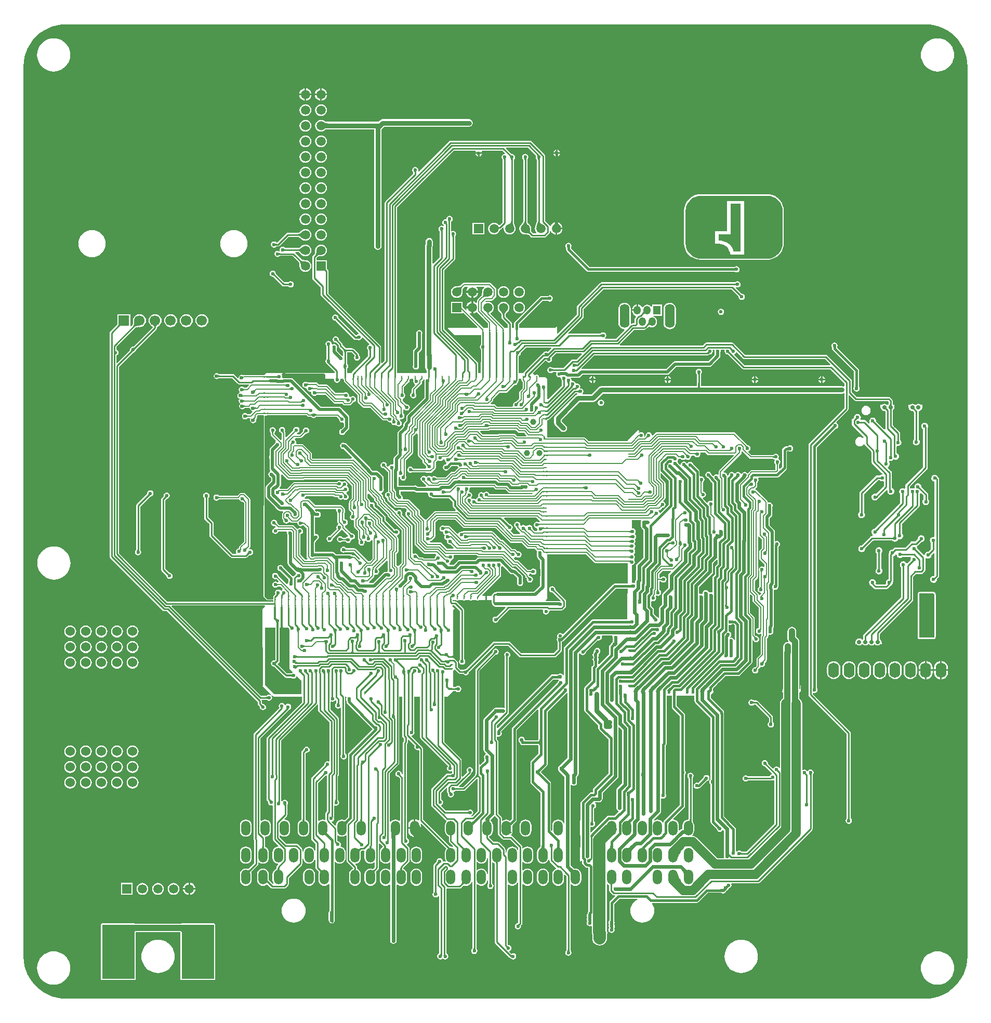
<source format=gbl>
G75*
G70*
%OFA0B0*%
%FSLAX25Y25*%
%IPPOS*%
%LPD*%
%AMOC8*
5,1,8,0,0,1.08239X$1,22.5*
%
%AMM147*
21,1,0.009840,0.009840,0.000000,0.000000,180.000000*
21,1,0.000000,0.019680,0.000000,0.000000,180.000000*
1,1,0.009840,0.000000,0.004920*
1,1,0.009840,0.000000,0.004920*
1,1,0.009840,0.000000,-0.004920*
1,1,0.009840,0.000000,-0.004920*
%
%AMM34*
21,1,0.007870,0.643700,0.000000,0.000000,270.000000*
21,1,0.000000,0.651580,0.000000,0.000000,270.000000*
1,1,0.007870,-0.321850,0.000000*
1,1,0.007870,-0.321850,0.000000*
1,1,0.007870,0.321850,0.000000*
1,1,0.007870,0.321850,0.000000*
%
%AMM35*
21,1,0.007870,0.078350,0.000000,0.000000,135.000000*
21,1,0.000000,0.086220,0.000000,0.000000,135.000000*
1,1,0.007870,0.027700,0.027700*
1,1,0.007870,0.027700,0.027700*
1,1,0.007870,-0.027700,-0.027700*
1,1,0.007870,-0.027700,-0.027700*
%
%AMM36*
21,1,0.007870,0.287010,0.000000,0.000000,180.000000*
21,1,0.000000,0.294880,0.000000,0.000000,180.000000*
1,1,0.007870,0.000000,0.143500*
1,1,0.007870,0.000000,0.143500*
1,1,0.007870,0.000000,-0.143500*
1,1,0.007870,0.000000,-0.143500*
%
%AMM64*
21,1,0.009840,0.009840,0.000000,0.000000,90.000000*
21,1,0.000000,0.019680,0.000000,0.000000,90.000000*
1,1,0.009840,0.004920,0.000000*
1,1,0.009840,0.004920,0.000000*
1,1,0.009840,-0.004920,0.000000*
1,1,0.009840,-0.004920,0.000000*
%
%AMM65*
21,1,0.009840,0.009840,0.000000,0.000000,0.000000*
21,1,0.000000,0.019680,0.000000,0.000000,0.000000*
1,1,0.009840,0.000000,-0.004920*
1,1,0.009840,0.000000,-0.004920*
1,1,0.009840,0.000000,0.004920*
1,1,0.009840,0.000000,0.004920*
%
%AMM66*
21,1,0.007870,0.023620,0.000000,0.000000,225.000000*
21,1,0.000000,0.031500,0.000000,0.000000,225.000000*
1,1,0.007870,-0.008350,0.008350*
1,1,0.007870,-0.008350,0.008350*
1,1,0.007870,0.008350,-0.008350*
1,1,0.007870,0.008350,-0.008350*
%
%AMM67*
21,1,0.007870,0.361020,0.000000,0.000000,0.000000*
21,1,0.000000,0.368900,0.000000,0.000000,0.000000*
1,1,0.007870,0.000000,-0.180510*
1,1,0.007870,0.000000,-0.180510*
1,1,0.007870,0.000000,0.180510*
1,1,0.007870,0.000000,0.180510*
%
%AMM68*
21,1,0.039370,0.007870,0.000000,0.000000,135.000000*
1,1,0.007870,0.013920,-0.013920*
1,1,0.007870,-0.013920,0.013920*
%
%AMM99*
21,1,0.009840,0.009840,0.000000,0.000000,270.000000*
21,1,0.000000,0.019680,0.000000,0.000000,270.000000*
1,1,0.009840,-0.004920,0.000000*
1,1,0.009840,-0.004920,0.000000*
1,1,0.009840,0.004920,0.000000*
1,1,0.009840,0.004920,0.000000*
%
%ADD100M99*%
%ADD114C,0.03937*%
%ADD124R,0.19882X0.00984*%
%ADD129C,0.02756*%
%ADD130O,0.01575X0.02362*%
%ADD133M67*%
%ADD145O,0.03937X0.05906*%
%ADD146C,0.02362*%
%ADD148R,0.03740X0.00984*%
%ADD166O,0.06890X0.09843*%
%ADD171R,0.00984X1.54528*%
%ADD175M66*%
%ADD184O,1.00787X0.00787*%
%ADD185M68*%
%ADD189O,0.02362X0.03150*%
%ADD196C,0.07874*%
%ADD20R,0.12205X0.00984*%
%ADD208M147*%
%ADD213M65*%
%ADD217M64*%
%ADD220O,0.04724X0.05512*%
%ADD242C,0.03900*%
%ADD247R,0.08858X0.00984*%
%ADD259O,0.01575X0.00787*%
%ADD26C,0.01575*%
%ADD261O,0.03150X0.02362*%
%ADD262O,0.02362X0.01575*%
%ADD266O,0.05906X0.09449*%
%ADD268C,0.00984*%
%ADD272C,0.06000*%
%ADD274C,0.03150*%
%ADD28O,0.00787X1.60630*%
%ADD295O,0.06299X0.15354*%
%ADD304C,0.01968*%
%ADD326M34*%
%ADD329C,0.00787*%
%ADD33R,0.38386X0.00984*%
%ADD333R,0.04724X0.05512*%
%ADD40M35*%
%ADD45C,0.06693*%
%ADD50C,0.05906*%
%ADD54R,0.06693X0.06693*%
%ADD56O,0.44882X0.04331*%
%ADD66R,0.09843X0.09843*%
%ADD67C,0.01181*%
%ADD85M36*%
%ADD99R,0.05906X0.05906*%
X0000000Y0000000D02*
G01*
G75*
G36*
X0581781Y0625413D02*
X0584783Y0624902D01*
X0587710Y0624059D01*
X0590524Y0622894D01*
X0593189Y0621421D01*
X0595673Y0619658D01*
X0597944Y0617629D01*
X0599973Y0615358D01*
X0601736Y0612874D01*
X0603209Y0610209D01*
X0604374Y0607395D01*
X0605217Y0604468D01*
X0605727Y0601466D01*
X0605895Y0598479D01*
X0605873Y0598425D01*
X0605873Y0027559D01*
X0605895Y0027505D01*
X0605727Y0024518D01*
X0605217Y0021516D01*
X0604374Y0018589D01*
X0603209Y0015776D01*
X0601736Y0013110D01*
X0599973Y0010626D01*
X0597944Y0008355D01*
X0595673Y0006326D01*
X0593189Y0004564D01*
X0590524Y0003091D01*
X0587710Y0001925D01*
X0584783Y0001082D01*
X0581781Y0000572D01*
X0578794Y0000404D01*
X0578740Y0000426D01*
X0027559Y0000426D01*
X0027505Y0000404D01*
X0024518Y0000572D01*
X0021516Y0001082D01*
X0018589Y0001925D01*
X0015776Y0003091D01*
X0013110Y0004564D01*
X0010626Y0006326D01*
X0008355Y0008355D01*
X0006326Y0010626D01*
X0004564Y0013110D01*
X0003091Y0015776D01*
X0001925Y0018589D01*
X0001082Y0021516D01*
X0000572Y0024518D01*
X0000404Y0027505D01*
X0000426Y0027559D01*
X0000426Y0598425D01*
X0000404Y0598479D01*
X0000572Y0601466D01*
X0001082Y0604468D01*
X0001925Y0607395D01*
X0003091Y0610209D01*
X0004564Y0612874D01*
X0006326Y0615358D01*
X0008355Y0617629D01*
X0010626Y0619658D01*
X0013110Y0621421D01*
X0015776Y0622894D01*
X0018589Y0624059D01*
X0021516Y0624902D01*
X0024518Y0625413D01*
X0027505Y0625580D01*
X0027559Y0625558D01*
X0578740Y0625558D01*
X0578794Y0625580D01*
X0581781Y0625413D01*
D02*
G37*
%LPC*%
G36*
X0586614Y0616568D02*
X0584946Y0616437D01*
X0583319Y0616046D01*
X0581773Y0615406D01*
X0580347Y0614532D01*
X0579074Y0613445D01*
X0577988Y0612173D01*
X0577114Y0610746D01*
X0576473Y0609200D01*
X0576083Y0607574D01*
X0575951Y0605905D01*
X0576083Y0604238D01*
X0576473Y0602610D01*
X0577114Y0601065D01*
X0577988Y0599638D01*
X0579074Y0598366D01*
X0580347Y0597279D01*
X0581773Y0596405D01*
X0583319Y0595765D01*
X0584946Y0595374D01*
X0586614Y0595243D01*
X0588282Y0595374D01*
X0589909Y0595765D01*
X0591455Y0596405D01*
X0592882Y0597279D01*
X0594154Y0598366D01*
X0595240Y0599638D01*
X0596115Y0601065D01*
X0596755Y0602610D01*
X0597146Y0604238D01*
X0597277Y0605905D01*
X0597146Y0607574D01*
X0596755Y0609200D01*
X0596115Y0610746D01*
X0595240Y0612173D01*
X0594154Y0613445D01*
X0592882Y0614532D01*
X0591455Y0615406D01*
X0589909Y0616046D01*
X0588282Y0616437D01*
X0586614Y0616568D01*
D02*
G37*
G36*
X0019685Y0616568D02*
X0018017Y0616437D01*
X0016390Y0616046D01*
X0014844Y0615406D01*
X0013418Y0614532D01*
X0012145Y0613445D01*
X0011059Y0612173D01*
X0010184Y0610746D01*
X0009544Y0609200D01*
X0009154Y0607574D01*
X0009022Y0605905D01*
X0009154Y0604238D01*
X0009544Y0602610D01*
X0010184Y0601065D01*
X0011059Y0599638D01*
X0012145Y0598366D01*
X0013418Y0597279D01*
X0014844Y0596405D01*
X0016390Y0595765D01*
X0018017Y0595374D01*
X0019685Y0595243D01*
X0021353Y0595374D01*
X0022980Y0595765D01*
X0024526Y0596405D01*
X0025953Y0597279D01*
X0027225Y0598366D01*
X0028311Y0599638D01*
X0029186Y0601065D01*
X0029826Y0602610D01*
X0030217Y0604238D01*
X0030348Y0605905D01*
X0030217Y0607574D01*
X0029826Y0609200D01*
X0029186Y0610746D01*
X0028311Y0612173D01*
X0027225Y0613445D01*
X0025953Y0614532D01*
X0024526Y0615406D01*
X0022980Y0616046D01*
X0021353Y0616437D01*
X0019685Y0616568D01*
D02*
G37*
G36*
X0191642Y0584394D02*
X0191642Y0580972D01*
X0195063Y0580972D01*
X0194993Y0581504D01*
X0194595Y0582466D01*
X0193961Y0583292D01*
X0193135Y0583925D01*
X0192174Y0584323D01*
X0191642Y0584394D01*
D02*
G37*
G36*
X0181642Y0584394D02*
X0181642Y0580972D01*
X0185063Y0580972D01*
X0184993Y0581504D01*
X0184595Y0582466D01*
X0183961Y0583292D01*
X0183135Y0583925D01*
X0182174Y0584323D01*
X0181642Y0584394D01*
D02*
G37*
G36*
X0190642Y0584394D02*
X0190110Y0584323D01*
X0189148Y0583925D01*
X0188323Y0583292D01*
X0187689Y0582466D01*
X0187291Y0581504D01*
X0187221Y0580972D01*
X0190642Y0580972D01*
X0190642Y0584394D01*
D02*
G37*
G36*
X0180642Y0584394D02*
X0180110Y0584323D01*
X0179148Y0583925D01*
X0178323Y0583292D01*
X0177689Y0582466D01*
X0177291Y0581504D01*
X0177221Y0580972D01*
X0180642Y0580972D01*
X0180642Y0584394D01*
D02*
G37*
G36*
X0190642Y0579973D02*
X0187221Y0579973D01*
X0187291Y0579441D01*
X0187689Y0578479D01*
X0188323Y0577653D01*
X0189148Y0577020D01*
X0190110Y0576621D01*
X0190642Y0576551D01*
X0190642Y0579973D01*
D02*
G37*
G36*
X0180642Y0579973D02*
X0177221Y0579973D01*
X0177291Y0579441D01*
X0177689Y0578479D01*
X0178323Y0577653D01*
X0179148Y0577020D01*
X0180110Y0576621D01*
X0180642Y0576551D01*
X0180642Y0579973D01*
D02*
G37*
G36*
X0195063Y0579973D02*
X0191642Y0579973D01*
X0191642Y0576551D01*
X0192174Y0576621D01*
X0193135Y0577020D01*
X0193961Y0577653D01*
X0194595Y0578479D01*
X0194993Y0579441D01*
X0195063Y0579973D01*
D02*
G37*
G36*
X0185063Y0579973D02*
X0181642Y0579973D01*
X0181642Y0576551D01*
X0182174Y0576621D01*
X0183135Y0577020D01*
X0183961Y0577653D01*
X0184595Y0578479D01*
X0184993Y0579441D01*
X0185063Y0579973D01*
D02*
G37*
G36*
X0191142Y0574245D02*
X0190165Y0574116D01*
X0189255Y0573739D01*
X0188474Y0573140D01*
X0187875Y0572359D01*
X0187498Y0571449D01*
X0187369Y0570472D01*
X0187498Y0569496D01*
X0187875Y0568586D01*
X0188474Y0567805D01*
X0189255Y0567205D01*
X0190165Y0566829D01*
X0191142Y0566700D01*
X0192118Y0566829D01*
X0193028Y0567205D01*
X0193809Y0567805D01*
X0194409Y0568586D01*
X0194786Y0569496D01*
X0194914Y0570472D01*
X0194786Y0571449D01*
X0194409Y0572359D01*
X0193809Y0573140D01*
X0193028Y0573739D01*
X0192118Y0574116D01*
X0191142Y0574245D01*
D02*
G37*
G36*
X0181142Y0574245D02*
X0180165Y0574116D01*
X0179255Y0573739D01*
X0178474Y0573140D01*
X0177875Y0572359D01*
X0177498Y0571449D01*
X0177369Y0570472D01*
X0177498Y0569496D01*
X0177875Y0568586D01*
X0178474Y0567805D01*
X0179255Y0567205D01*
X0180165Y0566829D01*
X0181142Y0566700D01*
X0182118Y0566829D01*
X0183028Y0567205D01*
X0183809Y0567805D01*
X0184409Y0568586D01*
X0184786Y0569496D01*
X0184914Y0570472D01*
X0184786Y0571449D01*
X0184409Y0572359D01*
X0183809Y0573140D01*
X0183028Y0573739D01*
X0182118Y0574116D01*
X0181142Y0574245D01*
D02*
G37*
G36*
X0286122Y0564633D02*
X0230621Y0564633D01*
X0229700Y0564450D01*
X0228918Y0563928D01*
X0227970Y0562979D01*
X0194640Y0562979D01*
X0194522Y0562987D01*
X0194316Y0563013D01*
X0194133Y0563047D01*
X0193984Y0563084D01*
X0193869Y0563122D01*
X0193791Y0563157D01*
X0193776Y0563165D01*
X0193028Y0563739D01*
X0192118Y0564116D01*
X0191142Y0564245D01*
X0190165Y0564116D01*
X0189255Y0563739D01*
X0188474Y0563140D01*
X0187875Y0562359D01*
X0187498Y0561449D01*
X0187369Y0560472D01*
X0187498Y0559496D01*
X0187875Y0558586D01*
X0188474Y0557805D01*
X0189255Y0557205D01*
X0190165Y0556829D01*
X0191142Y0556700D01*
X0192118Y0556829D01*
X0193028Y0557205D01*
X0193809Y0557805D01*
X0193895Y0557917D01*
X0193924Y0557943D01*
X0193962Y0557969D01*
X0194034Y0558005D01*
X0194141Y0558046D01*
X0194284Y0558086D01*
X0194460Y0558122D01*
X0194659Y0558151D01*
X0194821Y0558162D01*
X0225200Y0558162D01*
X0225200Y0486370D01*
X0225150Y0486122D01*
X0225150Y0483268D01*
X0225334Y0482346D01*
X0225856Y0481565D01*
X0226637Y0481043D01*
X0227559Y0480859D01*
X0228481Y0481043D01*
X0229262Y0481565D01*
X0229784Y0482346D01*
X0229967Y0483268D01*
X0229967Y0485924D01*
X0230017Y0486171D01*
X0230017Y0558214D01*
X0231619Y0559816D01*
X0286122Y0559816D01*
X0287044Y0560000D01*
X0287825Y0560522D01*
X0288347Y0561303D01*
X0288530Y0562225D01*
X0288347Y0563146D01*
X0287825Y0563928D01*
X0287044Y0564450D01*
X0286122Y0564633D01*
D02*
G37*
G36*
X0181142Y0564245D02*
X0180165Y0564116D01*
X0179255Y0563739D01*
X0178474Y0563140D01*
X0177875Y0562359D01*
X0177498Y0561449D01*
X0177369Y0560472D01*
X0177498Y0559496D01*
X0177875Y0558586D01*
X0178474Y0557805D01*
X0179255Y0557205D01*
X0180165Y0556829D01*
X0181142Y0556700D01*
X0182118Y0556829D01*
X0183028Y0557205D01*
X0183809Y0557805D01*
X0184409Y0558586D01*
X0184786Y0559496D01*
X0184914Y0560472D01*
X0184786Y0561449D01*
X0184409Y0562359D01*
X0183809Y0563140D01*
X0183028Y0563739D01*
X0182118Y0564116D01*
X0181142Y0564245D01*
D02*
G37*
G36*
X0191142Y0554245D02*
X0190165Y0554116D01*
X0189255Y0553740D01*
X0188474Y0553140D01*
X0187875Y0552359D01*
X0187498Y0551449D01*
X0187369Y0550472D01*
X0187498Y0549496D01*
X0187875Y0548586D01*
X0188474Y0547805D01*
X0189255Y0547205D01*
X0190165Y0546829D01*
X0191142Y0546700D01*
X0192118Y0546829D01*
X0193028Y0547205D01*
X0193809Y0547805D01*
X0194409Y0548586D01*
X0194786Y0549496D01*
X0194914Y0550472D01*
X0194786Y0551449D01*
X0194409Y0552359D01*
X0193809Y0553140D01*
X0193028Y0553740D01*
X0192118Y0554116D01*
X0191142Y0554245D01*
D02*
G37*
G36*
X0181142Y0554245D02*
X0180165Y0554116D01*
X0179255Y0553740D01*
X0178474Y0553140D01*
X0177875Y0552359D01*
X0177498Y0551449D01*
X0177369Y0550472D01*
X0177498Y0549496D01*
X0177875Y0548586D01*
X0178474Y0547805D01*
X0179255Y0547205D01*
X0180165Y0546829D01*
X0181142Y0546700D01*
X0182118Y0546829D01*
X0183028Y0547205D01*
X0183809Y0547805D01*
X0184409Y0548586D01*
X0184786Y0549496D01*
X0184914Y0550472D01*
X0184786Y0551449D01*
X0184409Y0552359D01*
X0183809Y0553140D01*
X0183028Y0553740D01*
X0182118Y0554116D01*
X0181142Y0554245D01*
D02*
G37*
G36*
X0342839Y0545074D02*
X0342839Y0543449D01*
X0344463Y0543449D01*
X0344393Y0543800D01*
X0343911Y0544522D01*
X0343190Y0545004D01*
X0342839Y0545074D01*
D02*
G37*
G36*
X0341839Y0545074D02*
X0341488Y0545004D01*
X0340766Y0544522D01*
X0340284Y0543800D01*
X0340214Y0543449D01*
X0341839Y0543449D01*
X0341839Y0545074D01*
D02*
G37*
G36*
X0341839Y0542449D02*
X0340214Y0542449D01*
X0340284Y0542098D01*
X0340766Y0541377D01*
X0341488Y0540895D01*
X0341839Y0540825D01*
X0341839Y0541420D01*
X0341445Y0541468D01*
X0341439Y0542184D01*
X0341839Y0542147D01*
X0341839Y0542449D01*
D02*
G37*
G36*
X0344463Y0542449D02*
X0342839Y0542449D01*
X0342839Y0542057D01*
X0343086Y0542035D01*
X0343074Y0542017D01*
X0343062Y0541987D01*
X0343052Y0541944D01*
X0343044Y0541887D01*
X0343030Y0541735D01*
X0343020Y0541410D01*
X0343020Y0541276D01*
X0342839Y0541298D01*
X0342839Y0540825D01*
X0343190Y0540895D01*
X0343911Y0541377D01*
X0344393Y0542098D01*
X0344463Y0542449D01*
D02*
G37*
G36*
X0294447Y0542414D02*
X0292823Y0542414D01*
X0292823Y0540789D01*
X0293174Y0540859D01*
X0293895Y0541341D01*
X0294377Y0542063D01*
X0294447Y0542414D01*
D02*
G37*
G36*
X0291823Y0542414D02*
X0290198Y0542414D01*
X0290268Y0542063D01*
X0290750Y0541341D01*
X0291472Y0540859D01*
X0291823Y0540789D01*
X0291823Y0542414D01*
D02*
G37*
G36*
X0191142Y0544245D02*
X0190165Y0544116D01*
X0189255Y0543740D01*
X0188474Y0543140D01*
X0187875Y0542359D01*
X0187498Y0541449D01*
X0187369Y0540472D01*
X0187498Y0539496D01*
X0187875Y0538586D01*
X0188474Y0537805D01*
X0189255Y0537205D01*
X0190165Y0536829D01*
X0191142Y0536700D01*
X0192118Y0536829D01*
X0193028Y0537205D01*
X0193809Y0537805D01*
X0194409Y0538586D01*
X0194786Y0539496D01*
X0194914Y0540472D01*
X0194786Y0541449D01*
X0194409Y0542359D01*
X0193809Y0543140D01*
X0193028Y0543740D01*
X0192118Y0544116D01*
X0191142Y0544245D01*
D02*
G37*
G36*
X0181142Y0544245D02*
X0180165Y0544116D01*
X0179255Y0543740D01*
X0178474Y0543140D01*
X0177875Y0542359D01*
X0177498Y0541449D01*
X0177369Y0540472D01*
X0177498Y0539496D01*
X0177875Y0538586D01*
X0178474Y0537805D01*
X0179255Y0537205D01*
X0180165Y0536829D01*
X0181142Y0536700D01*
X0182118Y0536829D01*
X0183028Y0537205D01*
X0183809Y0537805D01*
X0184409Y0538586D01*
X0184786Y0539496D01*
X0184914Y0540472D01*
X0184786Y0541449D01*
X0184409Y0542359D01*
X0183809Y0543140D01*
X0183028Y0543740D01*
X0182118Y0544116D01*
X0181142Y0544245D01*
D02*
G37*
G36*
X0191142Y0534245D02*
X0190165Y0534116D01*
X0189255Y0533740D01*
X0188474Y0533140D01*
X0187875Y0532359D01*
X0187498Y0531449D01*
X0187369Y0530472D01*
X0187498Y0529496D01*
X0187875Y0528586D01*
X0188474Y0527805D01*
X0189255Y0527205D01*
X0190165Y0526829D01*
X0191142Y0526700D01*
X0192118Y0526829D01*
X0193028Y0527205D01*
X0193809Y0527805D01*
X0194409Y0528586D01*
X0194786Y0529496D01*
X0194914Y0530472D01*
X0194786Y0531449D01*
X0194409Y0532359D01*
X0193809Y0533140D01*
X0193028Y0533740D01*
X0192118Y0534116D01*
X0191142Y0534245D01*
D02*
G37*
G36*
X0181142Y0534245D02*
X0180165Y0534116D01*
X0179255Y0533740D01*
X0178474Y0533140D01*
X0177875Y0532359D01*
X0177498Y0531449D01*
X0177369Y0530472D01*
X0177498Y0529496D01*
X0177875Y0528586D01*
X0178474Y0527805D01*
X0179255Y0527205D01*
X0180165Y0526829D01*
X0181142Y0526700D01*
X0182118Y0526829D01*
X0183028Y0527205D01*
X0183809Y0527805D01*
X0184409Y0528586D01*
X0184786Y0529496D01*
X0184914Y0530472D01*
X0184786Y0531449D01*
X0184409Y0532359D01*
X0183809Y0533140D01*
X0183028Y0533740D01*
X0182118Y0534116D01*
X0181142Y0534245D01*
D02*
G37*
G36*
X0191142Y0524245D02*
X0190165Y0524116D01*
X0189255Y0523739D01*
X0188474Y0523140D01*
X0187875Y0522359D01*
X0187498Y0521449D01*
X0187369Y0520472D01*
X0187498Y0519496D01*
X0187875Y0518586D01*
X0188474Y0517805D01*
X0189255Y0517205D01*
X0190165Y0516829D01*
X0191142Y0516700D01*
X0192118Y0516829D01*
X0193028Y0517205D01*
X0193809Y0517805D01*
X0194409Y0518586D01*
X0194786Y0519496D01*
X0194914Y0520472D01*
X0194786Y0521449D01*
X0194409Y0522359D01*
X0193809Y0523140D01*
X0193028Y0523739D01*
X0192118Y0524116D01*
X0191142Y0524245D01*
D02*
G37*
G36*
X0181142Y0524245D02*
X0180165Y0524116D01*
X0179255Y0523739D01*
X0178474Y0523140D01*
X0177875Y0522359D01*
X0177498Y0521449D01*
X0177369Y0520472D01*
X0177498Y0519496D01*
X0177875Y0518586D01*
X0178474Y0517805D01*
X0179255Y0517205D01*
X0180165Y0516829D01*
X0181142Y0516700D01*
X0182118Y0516829D01*
X0183028Y0517205D01*
X0183809Y0517805D01*
X0184409Y0518586D01*
X0184786Y0519496D01*
X0184914Y0520472D01*
X0184786Y0521449D01*
X0184409Y0522359D01*
X0183809Y0523140D01*
X0183028Y0523739D01*
X0182118Y0524116D01*
X0181142Y0524245D01*
D02*
G37*
G36*
X0477490Y0516476D02*
X0477449Y0516467D01*
X0477449Y0516467D01*
X0477000Y0516466D01*
X0477000Y0516466D01*
X0434979Y0516466D01*
X0434518Y0516468D01*
X0434518Y0516468D01*
X0434490Y0516474D01*
X0434481Y0516472D01*
X0434481Y0516468D01*
X0434478Y0516466D01*
X0434461Y0516462D01*
X0432891Y0516339D01*
X0431294Y0515955D01*
X0429777Y0515327D01*
X0428377Y0514469D01*
X0427129Y0513403D01*
X0426062Y0512154D01*
X0425204Y0510754D01*
X0424576Y0509237D01*
X0424193Y0507641D01*
X0424075Y0506143D01*
X0424056Y0506049D01*
X0423997Y0485232D01*
X0424054Y0484940D01*
X0424183Y0483304D01*
X0424566Y0481707D01*
X0425195Y0480191D01*
X0425353Y0479932D01*
X0425357Y0479922D01*
X0425363Y0479916D01*
X0426052Y0478791D01*
X0427119Y0477542D01*
X0427559Y0477166D01*
X0427559Y0476924D01*
X0427842Y0476924D01*
X0428367Y0476476D01*
X0429767Y0475618D01*
X0431284Y0474990D01*
X0432881Y0474606D01*
X0434288Y0474495D01*
X0434469Y0474460D01*
X0476989Y0474460D01*
X0477382Y0474459D01*
X0477473Y0474461D01*
X0477480Y0474459D01*
X0477489Y0474461D01*
X0477489Y0474469D01*
X0479079Y0474594D01*
X0480676Y0474978D01*
X0482193Y0475606D01*
X0483593Y0476464D01*
X0484842Y0477530D01*
X0485908Y0478779D01*
X0486766Y0480179D01*
X0487394Y0481696D01*
X0487778Y0483292D01*
X0487906Y0484929D01*
X0487906Y0484934D01*
X0487913Y0484967D01*
X0487913Y0505462D01*
X0487921Y0505959D01*
X0487913Y0506240D01*
X0487888Y0506362D01*
X0487882Y0506442D01*
X0487787Y0507643D01*
X0487404Y0509239D01*
X0486776Y0510756D01*
X0485918Y0512156D01*
X0484852Y0513405D01*
X0483603Y0514471D01*
X0482203Y0515329D01*
X0480686Y0515957D01*
X0479089Y0516341D01*
X0477499Y0516466D01*
X0477499Y0516474D01*
X0477490Y0516476D01*
D02*
G37*
G36*
X0191142Y0514245D02*
X0190165Y0514116D01*
X0189255Y0513739D01*
X0188474Y0513140D01*
X0187875Y0512359D01*
X0187498Y0511449D01*
X0187369Y0510472D01*
X0187498Y0509496D01*
X0187875Y0508586D01*
X0188474Y0507805D01*
X0189255Y0507205D01*
X0190165Y0506829D01*
X0191142Y0506700D01*
X0192118Y0506829D01*
X0193028Y0507205D01*
X0193809Y0507805D01*
X0194409Y0508586D01*
X0194786Y0509496D01*
X0194914Y0510472D01*
X0194786Y0511449D01*
X0194409Y0512359D01*
X0193809Y0513140D01*
X0193028Y0513739D01*
X0192118Y0514116D01*
X0191142Y0514245D01*
D02*
G37*
G36*
X0181142Y0514245D02*
X0180165Y0514116D01*
X0179255Y0513739D01*
X0178474Y0513140D01*
X0177875Y0512359D01*
X0177498Y0511449D01*
X0177369Y0510472D01*
X0177498Y0509496D01*
X0177875Y0508586D01*
X0178474Y0507805D01*
X0179255Y0507205D01*
X0180165Y0506829D01*
X0181142Y0506700D01*
X0182118Y0506829D01*
X0183028Y0507205D01*
X0183809Y0507805D01*
X0184409Y0508586D01*
X0184786Y0509496D01*
X0184914Y0510472D01*
X0184786Y0511449D01*
X0184409Y0512359D01*
X0183809Y0513140D01*
X0183028Y0513739D01*
X0182118Y0514116D01*
X0181142Y0514245D01*
D02*
G37*
G36*
X0191142Y0504245D02*
X0190165Y0504116D01*
X0189255Y0503740D01*
X0188474Y0503140D01*
X0187875Y0502359D01*
X0187498Y0501449D01*
X0187369Y0500472D01*
X0187498Y0499496D01*
X0187875Y0498586D01*
X0188474Y0497805D01*
X0189255Y0497205D01*
X0190165Y0496829D01*
X0191142Y0496700D01*
X0192118Y0496829D01*
X0193028Y0497205D01*
X0193809Y0497805D01*
X0194409Y0498586D01*
X0194786Y0499496D01*
X0194914Y0500472D01*
X0194786Y0501449D01*
X0194409Y0502359D01*
X0193809Y0503140D01*
X0193028Y0503740D01*
X0192118Y0504116D01*
X0191142Y0504245D01*
D02*
G37*
G36*
X0181142Y0504245D02*
X0180165Y0504116D01*
X0179255Y0503740D01*
X0178474Y0503140D01*
X0177875Y0502359D01*
X0177498Y0501449D01*
X0177369Y0500472D01*
X0177498Y0499496D01*
X0177875Y0498586D01*
X0178474Y0497805D01*
X0179255Y0497205D01*
X0180165Y0496829D01*
X0181142Y0496700D01*
X0182118Y0496829D01*
X0183028Y0497205D01*
X0183809Y0497805D01*
X0184409Y0498586D01*
X0184786Y0499496D01*
X0184914Y0500472D01*
X0184786Y0501449D01*
X0184409Y0502359D01*
X0183809Y0503140D01*
X0183028Y0503740D01*
X0182118Y0504116D01*
X0181142Y0504245D01*
D02*
G37*
G36*
X0343127Y0498343D02*
X0343132Y0498324D01*
X0343219Y0498071D01*
X0343332Y0497817D01*
X0343469Y0497561D01*
X0343631Y0497303D01*
X0343818Y0497044D01*
X0344030Y0496783D01*
X0344268Y0496521D01*
X0342626Y0496580D01*
X0342626Y0494988D01*
X0346047Y0494988D01*
X0345977Y0495520D01*
X0345579Y0496482D01*
X0344945Y0497307D01*
X0344119Y0497941D01*
X0343158Y0498339D01*
X0343127Y0498343D01*
D02*
G37*
G36*
X0325252Y0550714D02*
X0274320Y0550714D01*
X0273820Y0550615D01*
X0273397Y0550332D01*
X0253814Y0530748D01*
X0253425Y0531067D01*
X0253527Y0531220D01*
X0253680Y0531988D01*
X0253527Y0532756D01*
X0253092Y0533407D01*
X0252441Y0533843D01*
X0251673Y0533995D01*
X0250905Y0533843D01*
X0250254Y0533407D01*
X0249819Y0532756D01*
X0249666Y0531988D01*
X0249819Y0531220D01*
X0250254Y0530569D01*
X0250318Y0530526D01*
X0250318Y0530526D01*
X0250329Y0530504D01*
X0250341Y0530476D01*
X0250352Y0530440D01*
X0250362Y0530396D01*
X0250369Y0530353D01*
X0250369Y0529809D01*
X0232444Y0511884D01*
X0232161Y0511461D01*
X0232062Y0510961D01*
X0232062Y0409891D01*
X0230250Y0408079D01*
X0229749Y0408286D01*
X0229749Y0418513D01*
X0229650Y0419012D01*
X0229367Y0419435D01*
X0195891Y0452911D01*
X0195891Y0467028D01*
X0195792Y0467527D01*
X0195509Y0467950D01*
X0195061Y0468398D01*
X0194887Y0468602D01*
X0194882Y0468609D01*
X0194882Y0474213D01*
X0188214Y0474213D01*
X0188214Y0475700D01*
X0188822Y0476308D01*
X0188926Y0476375D01*
X0189067Y0476445D01*
X0189247Y0476512D01*
X0189465Y0476573D01*
X0189722Y0476626D01*
X0190006Y0476666D01*
X0190716Y0476714D01*
X0191018Y0476716D01*
X0191142Y0476700D01*
X0192118Y0476829D01*
X0193028Y0477205D01*
X0193809Y0477805D01*
X0194409Y0478586D01*
X0194786Y0479496D01*
X0194914Y0480472D01*
X0194786Y0481449D01*
X0194409Y0482359D01*
X0193809Y0483140D01*
X0193028Y0483740D01*
X0192118Y0484116D01*
X0191142Y0484245D01*
X0190165Y0484116D01*
X0189255Y0483740D01*
X0188474Y0483140D01*
X0187875Y0482359D01*
X0187498Y0481449D01*
X0187369Y0480472D01*
X0187386Y0480349D01*
X0187383Y0480047D01*
X0187336Y0479336D01*
X0187295Y0479052D01*
X0187243Y0478796D01*
X0187181Y0478578D01*
X0187114Y0478398D01*
X0187045Y0478257D01*
X0186977Y0478153D01*
X0185987Y0477163D01*
X0185704Y0476739D01*
X0185605Y0476240D01*
X0185605Y0462732D01*
X0185704Y0462233D01*
X0185987Y0461809D01*
X0190920Y0456877D01*
X0190920Y0452228D01*
X0191019Y0451728D01*
X0191302Y0451305D01*
X0215274Y0427333D01*
X0215109Y0426791D01*
X0214763Y0426722D01*
X0214112Y0426287D01*
X0214052Y0426197D01*
X0213408Y0426133D01*
X0202453Y0437089D01*
X0202427Y0437124D01*
X0202403Y0437163D01*
X0202386Y0437196D01*
X0202374Y0437223D01*
X0202366Y0437247D01*
X0202366Y0437248D01*
X0202381Y0437323D01*
X0202228Y0438091D01*
X0201793Y0438742D01*
X0201142Y0439177D01*
X0200374Y0439330D01*
X0199606Y0439177D01*
X0198955Y0438742D01*
X0198520Y0438091D01*
X0198367Y0437323D01*
X0198520Y0436555D01*
X0198955Y0435904D01*
X0199606Y0435468D01*
X0200374Y0435316D01*
X0200449Y0435331D01*
X0200450Y0435331D01*
X0200473Y0435323D01*
X0200501Y0435311D01*
X0200534Y0435294D01*
X0200573Y0435270D01*
X0200608Y0435244D01*
X0212306Y0423546D01*
X0212729Y0423263D01*
X0213228Y0423164D01*
X0214274Y0423164D01*
X0214398Y0423152D01*
X0214447Y0423144D01*
X0214575Y0423116D01*
X0214607Y0423106D01*
X0214641Y0423093D01*
X0214651Y0423089D01*
X0214763Y0423014D01*
X0215531Y0422861D01*
X0216300Y0423014D01*
X0216951Y0423449D01*
X0217386Y0424100D01*
X0217455Y0424445D01*
X0217997Y0424610D01*
X0222221Y0420386D01*
X0222076Y0419907D01*
X0221870Y0419866D01*
X0221219Y0419431D01*
X0220783Y0418780D01*
X0220631Y0418012D01*
X0220783Y0417244D01*
X0221219Y0416593D01*
X0221282Y0416550D01*
X0221283Y0416549D01*
X0221294Y0416528D01*
X0221305Y0416499D01*
X0221316Y0416464D01*
X0221327Y0416419D01*
X0221333Y0416376D01*
X0221333Y0412647D01*
X0210869Y0402182D01*
X0210595Y0401772D01*
X0207899Y0401772D01*
X0207899Y0404565D01*
X0207906Y0404608D01*
X0207916Y0404653D01*
X0207927Y0404688D01*
X0207938Y0404716D01*
X0207949Y0404738D01*
X0207950Y0404739D01*
X0208014Y0404782D01*
X0208449Y0405433D01*
X0208602Y0406201D01*
X0208449Y0406969D01*
X0208014Y0407620D01*
X0207950Y0407663D01*
X0207949Y0407663D01*
X0207938Y0407685D01*
X0207927Y0407713D01*
X0207916Y0407749D01*
X0207906Y0407793D01*
X0207899Y0407836D01*
X0207899Y0414978D01*
X0207906Y0415019D01*
X0207908Y0415025D01*
X0207914Y0415027D01*
X0207955Y0415034D01*
X0210720Y0415034D01*
X0212780Y0412973D01*
X0212440Y0412464D01*
X0212287Y0411696D01*
X0212440Y0410928D01*
X0212875Y0410277D01*
X0213526Y0409842D01*
X0214294Y0409689D01*
X0215062Y0409842D01*
X0215714Y0410277D01*
X0216148Y0410928D01*
X0216301Y0411696D01*
X0216148Y0412464D01*
X0215714Y0413116D01*
X0215549Y0413226D01*
X0215549Y0413354D01*
X0215449Y0413854D01*
X0215167Y0414277D01*
X0212182Y0417261D01*
X0211759Y0417544D01*
X0211260Y0417643D01*
X0207609Y0417643D01*
X0207520Y0417653D01*
X0207400Y0417676D01*
X0207287Y0417707D01*
X0207178Y0417747D01*
X0207073Y0417796D01*
X0206970Y0417854D01*
X0206870Y0417922D01*
X0206800Y0417978D01*
X0205068Y0419710D01*
X0205068Y0420252D01*
X0204969Y0420751D01*
X0204686Y0421174D01*
X0202748Y0423112D01*
X0202723Y0423148D01*
X0202698Y0423186D01*
X0202681Y0423219D01*
X0202669Y0423247D01*
X0202662Y0423270D01*
X0202661Y0423271D01*
X0202676Y0423347D01*
X0202524Y0424115D01*
X0202088Y0424766D01*
X0201437Y0425201D01*
X0200669Y0425353D01*
X0199901Y0425201D01*
X0199250Y0424766D01*
X0198815Y0424115D01*
X0198662Y0423347D01*
X0198815Y0422578D01*
X0199250Y0421927D01*
X0199901Y0421492D01*
X0200669Y0421339D01*
X0200745Y0421354D01*
X0200745Y0421354D01*
X0200769Y0421347D01*
X0200797Y0421335D01*
X0200830Y0421317D01*
X0200868Y0421293D01*
X0200903Y0421268D01*
X0202459Y0419712D01*
X0202459Y0419169D01*
X0202558Y0418670D01*
X0202841Y0418247D01*
X0204955Y0416133D01*
X0205011Y0416064D01*
X0205079Y0415963D01*
X0205137Y0415860D01*
X0205186Y0415755D01*
X0205226Y0415647D01*
X0205257Y0415533D01*
X0205280Y0415413D01*
X0205290Y0415324D01*
X0205290Y0412994D01*
X0204790Y0412727D01*
X0204587Y0412862D01*
X0204503Y0412879D01*
X0201294Y0416087D01*
X0201294Y0417487D01*
X0201343Y0417559D01*
X0201495Y0418327D01*
X0201343Y0419095D01*
X0200907Y0419746D01*
X0200256Y0420181D01*
X0199488Y0420334D01*
X0198720Y0420181D01*
X0198487Y0420025D01*
X0198037Y0420326D01*
X0198050Y0420394D01*
X0197898Y0421162D01*
X0197462Y0421813D01*
X0196811Y0422248D01*
X0196043Y0422401D01*
X0195275Y0422248D01*
X0194624Y0421813D01*
X0194189Y0421162D01*
X0194036Y0420394D01*
X0194189Y0419626D01*
X0194624Y0418974D01*
X0194688Y0418932D01*
X0194688Y0418931D01*
X0194699Y0418909D01*
X0194711Y0418881D01*
X0194722Y0418846D01*
X0194732Y0418801D01*
X0194739Y0418758D01*
X0194739Y0411026D01*
X0194732Y0410987D01*
X0194723Y0410948D01*
X0194713Y0410920D01*
X0194704Y0410899D01*
X0194696Y0410884D01*
X0194689Y0410874D01*
X0194681Y0410866D01*
X0194663Y0410848D01*
X0194545Y0410770D01*
X0194110Y0410118D01*
X0193957Y0409350D01*
X0194110Y0408582D01*
X0194545Y0407931D01*
X0194862Y0407720D01*
X0195117Y0407469D01*
X0195121Y0407463D01*
X0200093Y0402491D01*
X0200093Y0401772D01*
X0156047Y0401772D01*
X0154762Y0400514D01*
X0154483Y0400496D01*
X0141450Y0400496D01*
X0141450Y0400496D01*
X0141175Y0400441D01*
X0141122Y0400476D01*
X0140354Y0400629D01*
X0139586Y0400476D01*
X0138935Y0400041D01*
X0138500Y0399390D01*
X0138369Y0398730D01*
X0137903Y0398490D01*
X0135667Y0400726D01*
X0135243Y0401008D01*
X0134744Y0401108D01*
X0125946Y0401108D01*
X0125903Y0401114D01*
X0125859Y0401124D01*
X0125823Y0401136D01*
X0125795Y0401147D01*
X0125774Y0401158D01*
X0125773Y0401159D01*
X0125730Y0401222D01*
X0125079Y0401657D01*
X0124311Y0401810D01*
X0123543Y0401657D01*
X0122892Y0401222D01*
X0122457Y0400571D01*
X0122304Y0399803D01*
X0122457Y0399035D01*
X0122892Y0398384D01*
X0123543Y0397949D01*
X0124311Y0397796D01*
X0125079Y0397949D01*
X0125730Y0398384D01*
X0125773Y0398448D01*
X0125774Y0398448D01*
X0125795Y0398459D01*
X0125823Y0398471D01*
X0125859Y0398482D01*
X0125903Y0398492D01*
X0125946Y0398499D01*
X0134204Y0398499D01*
X0137759Y0394944D01*
X0138182Y0394661D01*
X0138681Y0394562D01*
X0144863Y0394562D01*
X0145054Y0394100D01*
X0143300Y0392346D01*
X0142148Y0392346D01*
X0142111Y0392354D01*
X0142075Y0392364D01*
X0142039Y0392378D01*
X0142002Y0392397D01*
X0141963Y0392420D01*
X0141921Y0392450D01*
X0141889Y0392476D01*
X0141833Y0392561D01*
X0141182Y0392996D01*
X0140413Y0393149D01*
X0139645Y0392996D01*
X0138994Y0392561D01*
X0138559Y0391910D01*
X0138406Y0391142D01*
X0138559Y0390374D01*
X0138994Y0389722D01*
X0139013Y0389710D01*
X0138908Y0389179D01*
X0138799Y0389157D01*
X0138148Y0388722D01*
X0137713Y0388071D01*
X0137560Y0387303D01*
X0137713Y0386535D01*
X0138148Y0385884D01*
X0138629Y0385562D01*
X0138798Y0385431D01*
X0138772Y0384944D01*
X0138559Y0384626D01*
X0138406Y0383858D01*
X0138559Y0383090D01*
X0138994Y0382439D01*
X0139106Y0382364D01*
X0139155Y0381730D01*
X0138854Y0381280D01*
X0138702Y0380512D01*
X0138854Y0379744D01*
X0139289Y0379093D01*
X0139941Y0378658D01*
X0140709Y0378505D01*
X0141477Y0378658D01*
X0142128Y0379093D01*
X0142184Y0379177D01*
X0142217Y0379204D01*
X0142258Y0379233D01*
X0142297Y0379257D01*
X0142334Y0379275D01*
X0142370Y0379289D01*
X0142406Y0379300D01*
X0142443Y0379308D01*
X0144882Y0379308D01*
X0144882Y0379308D01*
X0145146Y0379360D01*
X0145236Y0379337D01*
X0145604Y0379099D01*
X0145673Y0379019D01*
X0145783Y0378464D01*
X0146219Y0377813D01*
X0146870Y0377378D01*
X0147091Y0377334D01*
X0147236Y0376855D01*
X0145699Y0375319D01*
X0144215Y0375319D01*
X0144178Y0375326D01*
X0144142Y0375337D01*
X0144106Y0375351D01*
X0144069Y0375369D01*
X0144030Y0375393D01*
X0143988Y0375422D01*
X0143956Y0375449D01*
X0143900Y0375533D01*
X0143248Y0375969D01*
X0142480Y0376121D01*
X0141712Y0375969D01*
X0141061Y0375533D01*
X0140626Y0374882D01*
X0140473Y0374114D01*
X0140626Y0373346D01*
X0141061Y0372695D01*
X0141712Y0372260D01*
X0142480Y0372107D01*
X0143248Y0372260D01*
X0143900Y0372695D01*
X0143956Y0372780D01*
X0143988Y0372806D01*
X0144030Y0372836D01*
X0144069Y0372859D01*
X0144106Y0372877D01*
X0144142Y0372892D01*
X0144178Y0372902D01*
X0144215Y0372910D01*
X0145645Y0372910D01*
X0145881Y0372469D01*
X0145783Y0372323D01*
X0145631Y0371555D01*
X0145783Y0370787D01*
X0146219Y0370136D01*
X0146870Y0369701D01*
X0147638Y0369548D01*
X0148406Y0369701D01*
X0149057Y0370136D01*
X0149492Y0370787D01*
X0149645Y0371555D01*
X0149562Y0371973D01*
X0149560Y0372045D01*
X0149544Y0372114D01*
X0149541Y0372139D01*
X0149541Y0372154D01*
X0149542Y0372163D01*
X0149543Y0372168D01*
X0149545Y0372175D01*
X0149550Y0372185D01*
X0149557Y0372198D01*
X0149802Y0372442D01*
X0149802Y0372442D01*
X0150063Y0372833D01*
X0150154Y0373293D01*
X0150154Y0373293D01*
X0150154Y0374140D01*
X0150715Y0374701D01*
X0154140Y0374701D01*
X0154493Y0374347D01*
X0154321Y0258317D01*
X0156622Y0255942D01*
X0160548Y0255942D01*
X0160548Y0255242D01*
X0092568Y0255242D01*
X0061639Y0286170D01*
X0061639Y0405857D01*
X0070502Y0414720D01*
X0070539Y0414749D01*
X0070586Y0414780D01*
X0070628Y0414805D01*
X0070666Y0414823D01*
X0070700Y0414837D01*
X0070731Y0414847D01*
X0070759Y0414854D01*
X0070818Y0414863D01*
X0070881Y0414885D01*
X0071339Y0414976D01*
X0071990Y0415412D01*
X0072425Y0416063D01*
X0072516Y0416521D01*
X0072539Y0416584D01*
X0072548Y0416643D01*
X0072554Y0416671D01*
X0072564Y0416702D01*
X0072578Y0416735D01*
X0072597Y0416773D01*
X0072622Y0416816D01*
X0072646Y0416853D01*
X0072698Y0416916D01*
X0085686Y0429904D01*
X0085969Y0430328D01*
X0086068Y0430827D01*
X0086068Y0430987D01*
X0086084Y0431094D01*
X0086111Y0431199D01*
X0086145Y0431289D01*
X0086187Y0431368D01*
X0086237Y0431440D01*
X0086299Y0431508D01*
X0086375Y0431575D01*
X0086471Y0431641D01*
X0086620Y0431723D01*
X0086631Y0431732D01*
X0086848Y0431822D01*
X0087712Y0432485D01*
X0088375Y0433348D01*
X0088791Y0434354D01*
X0088933Y0435433D01*
X0088791Y0436512D01*
X0088375Y0437518D01*
X0087712Y0438381D01*
X0086848Y0439044D01*
X0085843Y0439461D01*
X0084764Y0439603D01*
X0083685Y0439461D01*
X0082679Y0439044D01*
X0081815Y0438381D01*
X0081153Y0437518D01*
X0080736Y0436512D01*
X0080594Y0435433D01*
X0080736Y0434354D01*
X0081153Y0433348D01*
X0081815Y0432485D01*
X0082679Y0431822D01*
X0082897Y0431732D01*
X0082907Y0431723D01*
X0083057Y0431641D01*
X0083146Y0431266D01*
X0083142Y0431050D01*
X0070950Y0418858D01*
X0070920Y0418836D01*
X0070890Y0418819D01*
X0070867Y0418808D01*
X0070852Y0418802D01*
X0070842Y0418800D01*
X0070836Y0418799D01*
X0070831Y0418799D01*
X0070782Y0418803D01*
X0070761Y0418800D01*
X0070571Y0418838D01*
X0069803Y0418685D01*
X0069152Y0418250D01*
X0068717Y0417599D01*
X0068564Y0416831D01*
X0068602Y0416641D01*
X0068599Y0416619D01*
X0068603Y0416570D01*
X0068602Y0416565D01*
X0068602Y0416560D01*
X0068599Y0416550D01*
X0068594Y0416535D01*
X0068583Y0416512D01*
X0068565Y0416482D01*
X0068544Y0416452D01*
X0060330Y0408238D01*
X0059868Y0408429D01*
X0059868Y0412978D01*
X0060020Y0413008D01*
X0060671Y0413443D01*
X0061106Y0414094D01*
X0061259Y0414862D01*
X0061106Y0415630D01*
X0060671Y0416281D01*
X0060020Y0416716D01*
X0059868Y0416747D01*
X0059868Y0418692D01*
X0071988Y0430812D01*
X0072003Y0430825D01*
X0072125Y0430902D01*
X0072293Y0430981D01*
X0072507Y0431057D01*
X0072768Y0431126D01*
X0073074Y0431184D01*
X0073415Y0431229D01*
X0074257Y0431281D01*
X0074614Y0431283D01*
X0074764Y0431264D01*
X0075843Y0431406D01*
X0076849Y0431822D01*
X0077712Y0432485D01*
X0078375Y0433348D01*
X0078791Y0434354D01*
X0078933Y0435433D01*
X0078791Y0436512D01*
X0078375Y0437518D01*
X0077712Y0438381D01*
X0076849Y0439044D01*
X0075843Y0439461D01*
X0074764Y0439603D01*
X0073685Y0439461D01*
X0072679Y0439044D01*
X0071816Y0438381D01*
X0071153Y0437518D01*
X0070736Y0436512D01*
X0070594Y0435433D01*
X0070614Y0435283D01*
X0070612Y0434926D01*
X0070560Y0434085D01*
X0070515Y0433743D01*
X0070457Y0433437D01*
X0070388Y0433177D01*
X0070312Y0432962D01*
X0070233Y0432795D01*
X0070156Y0432673D01*
X0070143Y0432657D01*
X0069360Y0431874D01*
X0068898Y0432065D01*
X0068898Y0439567D01*
X0060630Y0439567D01*
X0060630Y0433508D01*
X0060627Y0433491D01*
X0060630Y0433473D01*
X0060630Y0433199D01*
X0060597Y0433152D01*
X0060374Y0432888D01*
X0055869Y0428383D01*
X0055586Y0427960D01*
X0055487Y0427461D01*
X0055487Y0284162D01*
X0055586Y0283663D01*
X0055869Y0283240D01*
X0089637Y0249471D01*
X0090061Y0249188D01*
X0090560Y0249089D01*
X0092230Y0249089D01*
X0150512Y0190807D01*
X0150512Y0189620D01*
X0150611Y0189121D01*
X0150894Y0188698D01*
X0151858Y0187734D01*
X0151884Y0187699D01*
X0151908Y0187660D01*
X0151925Y0187627D01*
X0151937Y0187600D01*
X0151945Y0187576D01*
X0151945Y0187575D01*
X0151930Y0187500D01*
X0152083Y0186732D01*
X0152518Y0186081D01*
X0153169Y0185646D01*
X0153937Y0185493D01*
X0154705Y0185646D01*
X0155356Y0186081D01*
X0155791Y0186732D01*
X0155944Y0187500D01*
X0155791Y0188268D01*
X0155356Y0188919D01*
X0154705Y0189354D01*
X0153937Y0189507D01*
X0153862Y0189492D01*
X0153861Y0189492D01*
X0153838Y0189500D01*
X0153810Y0189512D01*
X0153777Y0189529D01*
X0153738Y0189553D01*
X0153703Y0189579D01*
X0153121Y0190161D01*
X0153121Y0191347D01*
X0153051Y0191699D01*
X0153342Y0192199D01*
X0156140Y0192199D01*
X0156183Y0192193D01*
X0156227Y0192183D01*
X0156263Y0192172D01*
X0156291Y0192160D01*
X0156313Y0192149D01*
X0156314Y0192148D01*
X0156356Y0192085D01*
X0157008Y0191650D01*
X0157776Y0191497D01*
X0158544Y0191650D01*
X0159195Y0192085D01*
X0159630Y0192736D01*
X0159783Y0193504D01*
X0159630Y0194272D01*
X0159397Y0194620D01*
X0159786Y0194939D01*
X0160531Y0194193D01*
X0178912Y0194193D01*
X0178912Y0190501D01*
X0156656Y0168245D01*
X0156374Y0167822D01*
X0156274Y0167323D01*
X0156274Y0128283D01*
X0156374Y0127784D01*
X0156656Y0127360D01*
X0157171Y0126845D01*
X0157190Y0126819D01*
X0157203Y0126795D01*
X0157210Y0126780D01*
X0157210Y0126780D01*
X0157204Y0126744D01*
X0157207Y0126683D01*
X0157147Y0126378D01*
X0157299Y0125610D01*
X0157734Y0124959D01*
X0158386Y0124524D01*
X0159153Y0124371D01*
X0159711Y0124482D01*
X0160211Y0124162D01*
X0160211Y0102854D01*
X0160310Y0102355D01*
X0160593Y0101932D01*
X0164015Y0098510D01*
X0163865Y0098207D01*
X0163757Y0098061D01*
X0162803Y0097935D01*
X0161893Y0097558D01*
X0161112Y0096959D01*
X0160512Y0096178D01*
X0160136Y0095268D01*
X0160007Y0094291D01*
X0160007Y0090748D01*
X0160136Y0089772D01*
X0160512Y0088862D01*
X0161112Y0088081D01*
X0161893Y0087481D01*
X0162803Y0087104D01*
X0163480Y0087015D01*
X0163659Y0086487D01*
X0162857Y0085685D01*
X0162574Y0085262D01*
X0162475Y0084763D01*
X0162475Y0083763D01*
X0162469Y0083691D01*
X0162459Y0083619D01*
X0161893Y0083385D01*
X0161112Y0082786D01*
X0160512Y0082004D01*
X0160136Y0081094D01*
X0160007Y0080118D01*
X0160007Y0076575D01*
X0160136Y0075598D01*
X0160512Y0074689D01*
X0160688Y0074460D01*
X0160471Y0073921D01*
X0160242Y0073887D01*
X0158146Y0075983D01*
X0157989Y0076151D01*
X0157873Y0076294D01*
X0157780Y0076423D01*
X0157715Y0076529D01*
X0157706Y0076547D01*
X0157709Y0076575D01*
X0157709Y0080118D01*
X0157581Y0081094D01*
X0157204Y0082004D01*
X0156605Y0082786D01*
X0155823Y0083385D01*
X0154913Y0083762D01*
X0153937Y0083890D01*
X0152961Y0083762D01*
X0152051Y0083385D01*
X0151269Y0082786D01*
X0150670Y0082004D01*
X0150293Y0081094D01*
X0150165Y0080118D01*
X0150165Y0076575D01*
X0150293Y0075598D01*
X0150670Y0074689D01*
X0151269Y0073907D01*
X0152051Y0073308D01*
X0152961Y0072931D01*
X0153937Y0072802D01*
X0154913Y0072931D01*
X0155823Y0073308D01*
X0156563Y0073875D01*
X0159018Y0071420D01*
X0159442Y0071137D01*
X0159941Y0071038D01*
X0167520Y0071038D01*
X0168019Y0071137D01*
X0168442Y0071420D01*
X0170115Y0073093D01*
X0170398Y0073516D01*
X0170498Y0074016D01*
X0170498Y0077806D01*
X0178777Y0086085D01*
X0179060Y0086509D01*
X0179159Y0087008D01*
X0179159Y0096044D01*
X0179060Y0096544D01*
X0178777Y0096967D01*
X0176298Y0099446D01*
X0175874Y0099729D01*
X0175375Y0099828D01*
X0168892Y0099828D01*
X0164631Y0104089D01*
X0164631Y0104973D01*
X0165131Y0105219D01*
X0165673Y0104804D01*
X0166583Y0104427D01*
X0167559Y0104298D01*
X0168535Y0104427D01*
X0169445Y0104804D01*
X0170227Y0105403D01*
X0170826Y0106185D01*
X0171203Y0107095D01*
X0171332Y0108071D01*
X0171332Y0111614D01*
X0171203Y0112591D01*
X0170826Y0113500D01*
X0170227Y0114282D01*
X0169445Y0114881D01*
X0168535Y0115258D01*
X0167807Y0115354D01*
X0167628Y0115882D01*
X0169131Y0117385D01*
X0169414Y0117808D01*
X0169513Y0118307D01*
X0169513Y0124519D01*
X0169520Y0124596D01*
X0169529Y0124649D01*
X0169541Y0124705D01*
X0169555Y0124753D01*
X0169570Y0124795D01*
X0169585Y0124831D01*
X0169601Y0124862D01*
X0169632Y0124913D01*
X0169654Y0124972D01*
X0169817Y0125216D01*
X0169970Y0125984D01*
X0169817Y0126752D01*
X0169382Y0127403D01*
X0168731Y0127839D01*
X0167963Y0127991D01*
X0167194Y0127839D01*
X0166543Y0127403D01*
X0166283Y0127014D01*
X0165692Y0126968D01*
X0165576Y0127073D01*
X0165576Y0165959D01*
X0188806Y0189188D01*
X0189306Y0189006D01*
X0189306Y0185526D01*
X0189405Y0185027D01*
X0189688Y0184604D01*
X0196540Y0177752D01*
X0196540Y0152847D01*
X0196040Y0152573D01*
X0195384Y0152703D01*
X0194615Y0152551D01*
X0193964Y0152115D01*
X0193529Y0151464D01*
X0193377Y0150696D01*
X0193392Y0150621D01*
X0193391Y0150620D01*
X0193384Y0150597D01*
X0193372Y0150569D01*
X0193354Y0150536D01*
X0193330Y0150497D01*
X0193305Y0150462D01*
X0185278Y0142436D01*
X0184995Y0142013D01*
X0184896Y0141514D01*
X0184896Y0103071D01*
X0184995Y0102572D01*
X0185278Y0102148D01*
X0187573Y0099853D01*
X0187573Y0095386D01*
X0187108Y0095268D01*
X0186732Y0096178D01*
X0186132Y0096959D01*
X0185351Y0097558D01*
X0184441Y0097935D01*
X0183465Y0098064D01*
X0182488Y0097935D01*
X0181578Y0097558D01*
X0180797Y0096959D01*
X0180198Y0096178D01*
X0179821Y0095268D01*
X0179692Y0094291D01*
X0179692Y0090748D01*
X0179821Y0089772D01*
X0180198Y0088862D01*
X0180797Y0088081D01*
X0181578Y0087481D01*
X0182488Y0087104D01*
X0183465Y0086976D01*
X0184441Y0087104D01*
X0185351Y0087481D01*
X0186132Y0088081D01*
X0186732Y0088862D01*
X0187108Y0089772D01*
X0187573Y0089653D01*
X0187573Y0084547D01*
X0187673Y0084048D01*
X0187955Y0083625D01*
X0189807Y0081773D01*
X0189854Y0081718D01*
X0189898Y0081660D01*
X0189663Y0081094D01*
X0189535Y0080118D01*
X0189535Y0076575D01*
X0189663Y0075598D01*
X0190040Y0074689D01*
X0190640Y0073907D01*
X0191421Y0073308D01*
X0192331Y0072931D01*
X0193307Y0072802D01*
X0194283Y0072931D01*
X0195193Y0073308D01*
X0195975Y0073907D01*
X0196123Y0074100D01*
X0196623Y0073931D01*
X0196623Y0056741D01*
X0196612Y0056734D01*
X0196177Y0056083D01*
X0196024Y0055315D01*
X0196024Y0050787D01*
X0196177Y0050019D01*
X0196612Y0049368D01*
X0197263Y0048933D01*
X0197372Y0048911D01*
X0197614Y0048750D01*
X0198228Y0048628D01*
X0198843Y0048750D01*
X0199364Y0049098D01*
X0199712Y0049619D01*
X0199751Y0049818D01*
X0199886Y0050019D01*
X0200039Y0050787D01*
X0200039Y0055315D01*
X0199886Y0056083D01*
X0199834Y0056160D01*
X0199834Y0088104D01*
X0200334Y0088274D01*
X0200482Y0088081D01*
X0201263Y0087481D01*
X0202173Y0087104D01*
X0203150Y0086976D01*
X0204126Y0087104D01*
X0205036Y0087481D01*
X0205817Y0088081D01*
X0206417Y0088862D01*
X0206793Y0089772D01*
X0206922Y0090748D01*
X0206922Y0094291D01*
X0206793Y0095268D01*
X0206417Y0096178D01*
X0205817Y0096959D01*
X0205036Y0097558D01*
X0204126Y0097935D01*
X0203883Y0097967D01*
X0203677Y0098423D01*
X0203823Y0098641D01*
X0203976Y0099410D01*
X0203823Y0100178D01*
X0203388Y0100829D01*
X0202737Y0101264D01*
X0201969Y0101417D01*
X0201600Y0101761D01*
X0201600Y0104973D01*
X0202100Y0105219D01*
X0202641Y0104804D01*
X0203551Y0104427D01*
X0204528Y0104298D01*
X0205504Y0104427D01*
X0206414Y0104804D01*
X0206955Y0105219D01*
X0207455Y0104973D01*
X0207455Y0088995D01*
X0207555Y0088496D01*
X0207837Y0088073D01*
X0211687Y0084222D01*
X0211687Y0083763D01*
X0211682Y0083691D01*
X0211672Y0083619D01*
X0211106Y0083385D01*
X0210325Y0082786D01*
X0209725Y0082004D01*
X0209348Y0081094D01*
X0209220Y0080118D01*
X0209220Y0076575D01*
X0209348Y0075598D01*
X0209725Y0074689D01*
X0210325Y0073907D01*
X0211106Y0073308D01*
X0212016Y0072931D01*
X0212992Y0072802D01*
X0213968Y0072931D01*
X0214878Y0073308D01*
X0215660Y0073907D01*
X0216259Y0074689D01*
X0216636Y0075598D01*
X0216764Y0076575D01*
X0216764Y0080118D01*
X0216636Y0081094D01*
X0216259Y0082004D01*
X0215660Y0082786D01*
X0214878Y0083385D01*
X0214313Y0083619D01*
X0214302Y0083691D01*
X0214297Y0083763D01*
X0214297Y0084763D01*
X0214197Y0085262D01*
X0213915Y0085685D01*
X0213113Y0086487D01*
X0213292Y0087015D01*
X0213968Y0087104D01*
X0214878Y0087481D01*
X0215660Y0088081D01*
X0216259Y0088862D01*
X0216636Y0089772D01*
X0216764Y0090748D01*
X0216764Y0094291D01*
X0216695Y0094818D01*
X0216706Y0094838D01*
X0216754Y0094911D01*
X0216915Y0095108D01*
X0217156Y0095349D01*
X0218441Y0095349D01*
X0218729Y0095406D01*
X0218749Y0095400D01*
X0219072Y0095155D01*
X0219124Y0095088D01*
X0219158Y0095021D01*
X0219062Y0094291D01*
X0219062Y0090748D01*
X0219191Y0089772D01*
X0219568Y0088862D01*
X0220167Y0088081D01*
X0220948Y0087481D01*
X0221858Y0087104D01*
X0222835Y0086976D01*
X0223811Y0087104D01*
X0224721Y0087481D01*
X0225262Y0087897D01*
X0225762Y0087650D01*
X0225762Y0084891D01*
X0224490Y0083618D01*
X0224435Y0083571D01*
X0224377Y0083528D01*
X0223811Y0083762D01*
X0222835Y0083890D01*
X0221858Y0083762D01*
X0220948Y0083385D01*
X0220167Y0082786D01*
X0219568Y0082004D01*
X0219191Y0081094D01*
X0219062Y0080118D01*
X0219062Y0076575D01*
X0219191Y0075598D01*
X0219568Y0074689D01*
X0220167Y0073907D01*
X0220948Y0073308D01*
X0221858Y0072931D01*
X0222835Y0072802D01*
X0223811Y0072931D01*
X0224721Y0073308D01*
X0225502Y0073907D01*
X0226102Y0074689D01*
X0226479Y0075598D01*
X0226607Y0076575D01*
X0226607Y0080118D01*
X0226479Y0081094D01*
X0226244Y0081660D01*
X0226287Y0081718D01*
X0226335Y0081773D01*
X0227989Y0083428D01*
X0228272Y0083851D01*
X0228372Y0084350D01*
X0228372Y0099804D01*
X0228833Y0099995D01*
X0230792Y0098037D01*
X0230747Y0097524D01*
X0230010Y0096959D01*
X0229410Y0096178D01*
X0229033Y0095268D01*
X0228905Y0094291D01*
X0228905Y0090748D01*
X0229033Y0089772D01*
X0229410Y0088862D01*
X0230010Y0088081D01*
X0230791Y0087481D01*
X0231701Y0087104D01*
X0232677Y0086976D01*
X0233653Y0087104D01*
X0234563Y0087481D01*
X0235091Y0087886D01*
X0235591Y0087640D01*
X0235591Y0083227D01*
X0235091Y0082980D01*
X0234563Y0083385D01*
X0233653Y0083762D01*
X0232677Y0083890D01*
X0231701Y0083762D01*
X0230791Y0083385D01*
X0230010Y0082786D01*
X0229410Y0082004D01*
X0229033Y0081094D01*
X0228905Y0080118D01*
X0228905Y0076575D01*
X0229033Y0075598D01*
X0229410Y0074689D01*
X0230010Y0073907D01*
X0230791Y0073308D01*
X0231701Y0072931D01*
X0232677Y0072802D01*
X0233653Y0072931D01*
X0234563Y0073308D01*
X0235091Y0073713D01*
X0235591Y0073466D01*
X0235591Y0042126D01*
X0235591Y0037598D01*
X0235744Y0036830D01*
X0236179Y0036179D01*
X0236830Y0035744D01*
X0237598Y0035591D01*
X0238367Y0035744D01*
X0239018Y0036179D01*
X0239453Y0036830D01*
X0239605Y0037598D01*
X0239605Y0042126D01*
X0239605Y0073466D01*
X0240106Y0073713D01*
X0240634Y0073308D01*
X0241543Y0072931D01*
X0242520Y0072802D01*
X0243496Y0072931D01*
X0244406Y0073308D01*
X0245187Y0073907D01*
X0245787Y0074689D01*
X0246164Y0075598D01*
X0246292Y0076575D01*
X0246292Y0080118D01*
X0246164Y0081094D01*
X0245787Y0082004D01*
X0245187Y0082786D01*
X0244406Y0083385D01*
X0243840Y0083619D01*
X0243830Y0083691D01*
X0243824Y0083763D01*
X0243824Y0084222D01*
X0247674Y0088073D01*
X0247957Y0088496D01*
X0248057Y0088995D01*
X0248057Y0096931D01*
X0247957Y0097430D01*
X0247674Y0097853D01*
X0246286Y0099242D01*
X0246446Y0099789D01*
X0247002Y0100161D01*
X0247437Y0100812D01*
X0247590Y0101580D01*
X0247437Y0102348D01*
X0247002Y0102999D01*
X0246351Y0103434D01*
X0246167Y0103471D01*
X0246167Y0163747D01*
X0246453Y0164033D01*
X0246736Y0164456D01*
X0246835Y0164955D01*
X0246835Y0166691D01*
X0247297Y0166883D01*
X0251359Y0162821D01*
X0251197Y0162579D01*
X0251044Y0161811D01*
X0251197Y0161043D01*
X0251632Y0160392D01*
X0252283Y0159957D01*
X0253051Y0159804D01*
X0253609Y0159915D01*
X0254049Y0159633D01*
X0254109Y0159549D01*
X0254109Y0114980D01*
X0253627Y0114720D01*
X0253174Y0115067D01*
X0252213Y0115465D01*
X0251681Y0115535D01*
X0251681Y0110343D01*
X0252658Y0110343D01*
X0253911Y0112745D01*
X0254208Y0111835D01*
X0254805Y0110343D01*
X0255168Y0110343D01*
X0255168Y0111614D01*
X0255040Y0112585D01*
X0255159Y0112699D01*
X0255493Y0112839D01*
X0271582Y0096750D01*
X0271142Y0096178D01*
X0270766Y0095268D01*
X0270637Y0094291D01*
X0270637Y0090748D01*
X0270766Y0089772D01*
X0271142Y0088862D01*
X0271247Y0088726D01*
X0271025Y0088278D01*
X0269968Y0088278D01*
X0269771Y0088239D01*
X0269375Y0088548D01*
X0269320Y0088635D01*
X0269177Y0089351D01*
X0268742Y0090002D01*
X0268091Y0090437D01*
X0267323Y0090590D01*
X0266555Y0090437D01*
X0265904Y0090002D01*
X0265469Y0089351D01*
X0265316Y0088583D01*
X0265331Y0088507D01*
X0265331Y0088507D01*
X0265323Y0088483D01*
X0265311Y0088455D01*
X0265294Y0088422D01*
X0265270Y0088384D01*
X0265244Y0088349D01*
X0263727Y0086832D01*
X0263444Y0086409D01*
X0263345Y0085909D01*
X0263345Y0068884D01*
X0263339Y0068837D01*
X0263328Y0068784D01*
X0263316Y0068739D01*
X0263302Y0068701D01*
X0263288Y0068669D01*
X0263274Y0068642D01*
X0263260Y0068619D01*
X0263223Y0068572D01*
X0263201Y0068527D01*
X0262910Y0068091D01*
X0262757Y0067323D01*
X0262910Y0066555D01*
X0263345Y0065904D01*
X0263996Y0065469D01*
X0264764Y0065316D01*
X0265532Y0065469D01*
X0266183Y0065904D01*
X0266487Y0066358D01*
X0266987Y0066207D01*
X0266987Y0041971D01*
X0266987Y0041970D01*
X0266987Y0029423D01*
X0266941Y0029414D01*
X0266289Y0028978D01*
X0265854Y0028327D01*
X0265702Y0027559D01*
X0265854Y0026791D01*
X0266289Y0026140D01*
X0266941Y0025705D01*
X0267709Y0025552D01*
X0268477Y0025705D01*
X0269128Y0026140D01*
X0269439Y0026140D01*
X0270090Y0025705D01*
X0270858Y0025552D01*
X0271626Y0025705D01*
X0272277Y0026140D01*
X0272713Y0026791D01*
X0272865Y0027559D01*
X0272713Y0028327D01*
X0272277Y0028978D01*
X0271626Y0029414D01*
X0271580Y0029423D01*
X0271580Y0042792D01*
X0271580Y0042792D01*
X0271580Y0070921D01*
X0272080Y0071189D01*
X0272157Y0071137D01*
X0272656Y0071038D01*
X0280020Y0071038D01*
X0280519Y0071137D01*
X0280942Y0071420D01*
X0282597Y0073075D01*
X0282652Y0073122D01*
X0282710Y0073165D01*
X0283276Y0072931D01*
X0284252Y0072802D01*
X0285228Y0072931D01*
X0286138Y0073308D01*
X0286919Y0073907D01*
X0287519Y0074689D01*
X0287664Y0075038D01*
X0288164Y0074939D01*
X0288164Y0032738D01*
X0288157Y0032695D01*
X0288147Y0032651D01*
X0288136Y0032615D01*
X0288125Y0032587D01*
X0288114Y0032565D01*
X0288113Y0032564D01*
X0288049Y0032522D01*
X0287614Y0031870D01*
X0287461Y0031102D01*
X0287614Y0030334D01*
X0288049Y0029683D01*
X0288700Y0029248D01*
X0289469Y0029095D01*
X0290237Y0029248D01*
X0290888Y0029683D01*
X0291323Y0030334D01*
X0291476Y0031102D01*
X0291323Y0031870D01*
X0290888Y0032522D01*
X0290824Y0032564D01*
X0290823Y0032565D01*
X0290812Y0032587D01*
X0290801Y0032615D01*
X0290790Y0032651D01*
X0290780Y0032695D01*
X0290773Y0032738D01*
X0290773Y0073938D01*
X0291273Y0074108D01*
X0291427Y0073907D01*
X0292208Y0073308D01*
X0293118Y0072931D01*
X0294094Y0072802D01*
X0295071Y0072931D01*
X0295981Y0073308D01*
X0296762Y0073907D01*
X0297361Y0074689D01*
X0297738Y0075598D01*
X0297867Y0076575D01*
X0297867Y0080118D01*
X0297738Y0081094D01*
X0297361Y0082004D01*
X0296762Y0082786D01*
X0295981Y0083385D01*
X0295071Y0083762D01*
X0294094Y0083890D01*
X0293118Y0083762D01*
X0292208Y0083385D01*
X0291427Y0082786D01*
X0291273Y0082585D01*
X0290773Y0082755D01*
X0290773Y0088111D01*
X0291273Y0088281D01*
X0291427Y0088081D01*
X0292208Y0087481D01*
X0293118Y0087104D01*
X0294094Y0086976D01*
X0295071Y0087104D01*
X0295981Y0087481D01*
X0296762Y0088081D01*
X0297361Y0088862D01*
X0297738Y0089772D01*
X0297867Y0090748D01*
X0297867Y0093387D01*
X0298367Y0093654D01*
X0298400Y0093632D01*
X0298400Y0074309D01*
X0298394Y0074262D01*
X0298383Y0074210D01*
X0298371Y0074167D01*
X0298358Y0074130D01*
X0298344Y0074099D01*
X0298334Y0074080D01*
X0298310Y0074045D01*
X0298279Y0074006D01*
X0298264Y0073976D01*
X0297949Y0073504D01*
X0297796Y0072736D01*
X0297949Y0071968D01*
X0298384Y0071317D01*
X0299035Y0070882D01*
X0299803Y0070729D01*
X0300571Y0070882D01*
X0301222Y0071317D01*
X0301657Y0071968D01*
X0301810Y0072736D01*
X0301657Y0073504D01*
X0301222Y0074155D01*
X0301098Y0074238D01*
X0301062Y0074272D01*
X0301056Y0074279D01*
X0301050Y0074287D01*
X0301043Y0074300D01*
X0301034Y0074318D01*
X0301025Y0074345D01*
X0301016Y0074382D01*
X0301009Y0074421D01*
X0301009Y0087650D01*
X0301509Y0087897D01*
X0302051Y0087481D01*
X0302617Y0087247D01*
X0302627Y0087175D01*
X0302632Y0087103D01*
X0302632Y0036776D01*
X0302732Y0036277D01*
X0303014Y0035854D01*
X0311968Y0026900D01*
X0312391Y0026617D01*
X0312669Y0026562D01*
X0312951Y0026140D01*
X0313602Y0025705D01*
X0314370Y0025552D01*
X0315138Y0025705D01*
X0315789Y0026140D01*
X0316224Y0026791D01*
X0316377Y0027559D01*
X0316224Y0028327D01*
X0315789Y0028978D01*
X0315138Y0029413D01*
X0314370Y0029566D01*
X0313602Y0029413D01*
X0313328Y0029230D01*
X0312022Y0030536D01*
X0312182Y0031083D01*
X0312738Y0031455D01*
X0313173Y0032106D01*
X0313326Y0032874D01*
X0313173Y0033642D01*
X0312738Y0034293D01*
X0312087Y0034728D01*
X0311319Y0034881D01*
X0311244Y0034866D01*
X0311243Y0034866D01*
X0311219Y0034874D01*
X0311192Y0034886D01*
X0311159Y0034903D01*
X0311120Y0034927D01*
X0311085Y0034953D01*
X0310852Y0035186D01*
X0310852Y0073477D01*
X0311352Y0073723D01*
X0311893Y0073308D01*
X0312803Y0072931D01*
X0313779Y0072802D01*
X0314756Y0072931D01*
X0315666Y0073308D01*
X0316447Y0073907D01*
X0317046Y0074689D01*
X0317192Y0075038D01*
X0317691Y0074939D01*
X0317691Y0049302D01*
X0317372Y0048982D01*
X0317314Y0048933D01*
X0317268Y0048900D01*
X0317220Y0048869D01*
X0317175Y0048843D01*
X0317134Y0048823D01*
X0317097Y0048808D01*
X0317064Y0048797D01*
X0317005Y0048782D01*
X0316955Y0048757D01*
X0316690Y0048705D01*
X0316039Y0048270D01*
X0315603Y0047618D01*
X0315451Y0046850D01*
X0315603Y0046082D01*
X0316039Y0045431D01*
X0316690Y0044996D01*
X0317458Y0044843D01*
X0318226Y0044996D01*
X0318877Y0045431D01*
X0319312Y0046082D01*
X0319465Y0046850D01*
X0319395Y0047199D01*
X0319397Y0047266D01*
X0319392Y0047292D01*
X0319394Y0047297D01*
X0319407Y0047320D01*
X0319424Y0047344D01*
X0319918Y0047839D01*
X0320201Y0048262D01*
X0320301Y0048761D01*
X0320301Y0073938D01*
X0320801Y0074108D01*
X0320954Y0073907D01*
X0321736Y0073308D01*
X0322646Y0072931D01*
X0323622Y0072802D01*
X0324598Y0072931D01*
X0325508Y0073308D01*
X0326290Y0073907D01*
X0326889Y0074689D01*
X0327266Y0075598D01*
X0327395Y0076575D01*
X0327395Y0080118D01*
X0327266Y0081094D01*
X0326889Y0082004D01*
X0326290Y0082786D01*
X0325508Y0083385D01*
X0324598Y0083762D01*
X0323622Y0083890D01*
X0322646Y0083762D01*
X0321736Y0083385D01*
X0320954Y0082786D01*
X0320801Y0082585D01*
X0320301Y0082755D01*
X0320301Y0088111D01*
X0320801Y0088281D01*
X0320954Y0088081D01*
X0321736Y0087481D01*
X0322646Y0087104D01*
X0323622Y0086976D01*
X0324598Y0087104D01*
X0325508Y0087481D01*
X0326290Y0088081D01*
X0326889Y0088862D01*
X0327266Y0089772D01*
X0327395Y0090748D01*
X0327395Y0094291D01*
X0327266Y0095268D01*
X0326889Y0096178D01*
X0326290Y0096959D01*
X0325508Y0097558D01*
X0324598Y0097935D01*
X0323622Y0098064D01*
X0322646Y0097935D01*
X0321736Y0097558D01*
X0320954Y0096959D01*
X0320801Y0096758D01*
X0320301Y0096928D01*
X0320301Y0097835D01*
X0320201Y0098334D01*
X0319919Y0098757D01*
X0313915Y0104761D01*
X0313491Y0105044D01*
X0313264Y0105089D01*
X0313020Y0105556D01*
X0313176Y0105901D01*
X0313291Y0105924D01*
X0313715Y0106207D01*
X0313997Y0106630D01*
X0314097Y0107129D01*
X0313997Y0107629D01*
X0313827Y0107884D01*
X0313851Y0108071D01*
X0313851Y0111600D01*
X0314138Y0111792D01*
X0316293Y0113947D01*
X0316293Y0113947D01*
X0316641Y0114468D01*
X0316763Y0115082D01*
X0316763Y0115082D01*
X0316763Y0172760D01*
X0330079Y0186076D01*
X0330579Y0185869D01*
X0330579Y0166800D01*
X0330554Y0166658D01*
X0330516Y0166544D01*
X0330475Y0166468D01*
X0330433Y0166417D01*
X0330382Y0166375D01*
X0330306Y0166334D01*
X0330192Y0166296D01*
X0330050Y0166271D01*
X0322106Y0166271D01*
X0321889Y0166535D01*
X0321736Y0167304D01*
X0321301Y0167955D01*
X0320650Y0168390D01*
X0319882Y0168543D01*
X0319114Y0168390D01*
X0318463Y0167955D01*
X0318288Y0167693D01*
X0318254Y0167671D01*
X0317906Y0167150D01*
X0317784Y0166535D01*
X0317784Y0166322D01*
X0317784Y0166322D01*
X0317906Y0165708D01*
X0318254Y0165187D01*
X0318707Y0164735D01*
X0318707Y0164665D01*
X0318829Y0164051D01*
X0319177Y0163530D01*
X0319698Y0163182D01*
X0320312Y0163060D01*
X0330050Y0163060D01*
X0330192Y0163035D01*
X0330306Y0162996D01*
X0330382Y0162956D01*
X0330433Y0162914D01*
X0330475Y0162862D01*
X0330516Y0162787D01*
X0330554Y0162672D01*
X0330579Y0162530D01*
X0330579Y0157653D01*
X0325932Y0153005D01*
X0325584Y0152485D01*
X0325461Y0151870D01*
X0325461Y0151870D01*
X0325461Y0139469D01*
X0325461Y0139469D01*
X0325584Y0138854D01*
X0325932Y0138333D01*
X0331859Y0132406D01*
X0331859Y0098257D01*
X0331847Y0098089D01*
X0331816Y0097857D01*
X0331777Y0097680D01*
X0331762Y0097634D01*
X0331578Y0097558D01*
X0330797Y0096959D01*
X0330198Y0096178D01*
X0329821Y0095268D01*
X0329692Y0094291D01*
X0329692Y0090748D01*
X0329821Y0089772D01*
X0330198Y0088862D01*
X0330797Y0088081D01*
X0331578Y0087481D01*
X0332488Y0087104D01*
X0333465Y0086976D01*
X0334441Y0087104D01*
X0335351Y0087481D01*
X0336132Y0088081D01*
X0336732Y0088862D01*
X0337108Y0089772D01*
X0337172Y0090253D01*
X0337672Y0090220D01*
X0337672Y0089093D01*
X0337771Y0088594D01*
X0338054Y0088171D01*
X0342041Y0084183D01*
X0341981Y0083669D01*
X0341935Y0083598D01*
X0341421Y0083385D01*
X0340640Y0082786D01*
X0340040Y0082004D01*
X0339663Y0081094D01*
X0339535Y0080118D01*
X0339535Y0076575D01*
X0339663Y0075598D01*
X0340040Y0074689D01*
X0340640Y0073907D01*
X0341421Y0073308D01*
X0342331Y0072931D01*
X0343307Y0072802D01*
X0344283Y0072931D01*
X0345193Y0073308D01*
X0345975Y0073907D01*
X0346574Y0074689D01*
X0346951Y0075598D01*
X0347079Y0076575D01*
X0347079Y0079779D01*
X0347580Y0079986D01*
X0348597Y0078969D01*
X0348597Y0031557D01*
X0348590Y0031514D01*
X0348580Y0031469D01*
X0348569Y0031434D01*
X0348558Y0031406D01*
X0348547Y0031384D01*
X0348546Y0031383D01*
X0348482Y0031341D01*
X0348047Y0030689D01*
X0347895Y0029921D01*
X0348047Y0029153D01*
X0348482Y0028502D01*
X0349133Y0028067D01*
X0349902Y0027914D01*
X0350670Y0028067D01*
X0351321Y0028502D01*
X0351756Y0029153D01*
X0351909Y0029921D01*
X0351756Y0030689D01*
X0351321Y0031341D01*
X0351257Y0031383D01*
X0351256Y0031384D01*
X0351245Y0031406D01*
X0351234Y0031434D01*
X0351223Y0031470D01*
X0351213Y0031514D01*
X0351206Y0031557D01*
X0351206Y0073752D01*
X0351369Y0073807D01*
X0351706Y0073874D01*
X0352445Y0073308D01*
X0353354Y0072931D01*
X0354331Y0072802D01*
X0355307Y0072931D01*
X0356217Y0073308D01*
X0356998Y0073907D01*
X0357598Y0074689D01*
X0357975Y0075598D01*
X0358103Y0076575D01*
X0358103Y0080118D01*
X0357975Y0081094D01*
X0357598Y0082004D01*
X0356998Y0082786D01*
X0356217Y0083385D01*
X0355307Y0083762D01*
X0354331Y0083890D01*
X0353718Y0083810D01*
X0353633Y0083857D01*
X0353335Y0084060D01*
X0352678Y0084610D01*
X0351416Y0085871D01*
X0351416Y0087372D01*
X0351917Y0087618D01*
X0352337Y0087295D01*
X0353299Y0086897D01*
X0353831Y0086827D01*
X0353831Y0092520D01*
X0353831Y0098212D01*
X0353299Y0098142D01*
X0352337Y0097744D01*
X0351917Y0097421D01*
X0351416Y0097668D01*
X0351416Y0104694D01*
X0351917Y0104941D01*
X0352337Y0104618D01*
X0353299Y0104220D01*
X0353831Y0104150D01*
X0353831Y0109843D01*
X0353831Y0115535D01*
X0353299Y0115465D01*
X0352337Y0115067D01*
X0351917Y0114744D01*
X0351416Y0114991D01*
X0351416Y0137343D01*
X0351917Y0137499D01*
X0352480Y0137122D01*
X0353248Y0136969D01*
X0354016Y0137122D01*
X0354667Y0137557D01*
X0355102Y0138208D01*
X0355255Y0138976D01*
X0355255Y0142673D01*
X0355848Y0143266D01*
X0356283Y0143917D01*
X0356436Y0144685D01*
X0356436Y0221708D01*
X0356831Y0222103D01*
X0357383Y0221948D01*
X0357747Y0221403D01*
X0358398Y0220968D01*
X0359166Y0220815D01*
X0359934Y0220968D01*
X0360585Y0221403D01*
X0361020Y0222054D01*
X0361173Y0222822D01*
X0361158Y0222897D01*
X0361158Y0222898D01*
X0361166Y0222922D01*
X0361178Y0222949D01*
X0361195Y0222982D01*
X0361219Y0223021D01*
X0361245Y0223056D01*
X0368565Y0230376D01*
X0369291Y0230232D01*
X0370059Y0230385D01*
X0370711Y0230820D01*
X0371146Y0231471D01*
X0371298Y0232239D01*
X0371171Y0232882D01*
X0371451Y0233382D01*
X0378035Y0233382D01*
X0378095Y0233268D01*
X0378250Y0232882D01*
X0378111Y0232185D01*
X0378264Y0231417D01*
X0378502Y0231060D01*
X0378503Y0231041D01*
X0378264Y0230682D01*
X0378111Y0229914D01*
X0378206Y0229437D01*
X0377813Y0229175D01*
X0377378Y0228524D01*
X0377294Y0228103D01*
X0377165Y0227959D01*
X0376424Y0227218D01*
X0376076Y0226697D01*
X0375953Y0226083D01*
X0375953Y0226083D01*
X0375953Y0221345D01*
X0369489Y0214880D01*
X0369027Y0215072D01*
X0369027Y0216916D01*
X0369276Y0217288D01*
X0369428Y0218057D01*
X0369276Y0218825D01*
X0369037Y0219181D01*
X0369027Y0219375D01*
X0369027Y0219873D01*
X0369177Y0220098D01*
X0369330Y0220866D01*
X0369187Y0221582D01*
X0369822Y0222006D01*
X0370257Y0222657D01*
X0370410Y0223425D01*
X0370257Y0224193D01*
X0369822Y0224844D01*
X0369171Y0225279D01*
X0368403Y0225432D01*
X0367635Y0225279D01*
X0366984Y0224844D01*
X0366549Y0224193D01*
X0366409Y0223488D01*
X0366286Y0223366D01*
X0365938Y0222845D01*
X0365816Y0222230D01*
X0365816Y0222230D01*
X0365816Y0222154D01*
X0365469Y0221634D01*
X0365316Y0220866D01*
X0365469Y0220098D01*
X0365815Y0219580D01*
X0365816Y0219563D01*
X0365816Y0219197D01*
X0365567Y0218825D01*
X0365414Y0218057D01*
X0365567Y0217288D01*
X0365805Y0216932D01*
X0365816Y0216738D01*
X0365816Y0214548D01*
X0365105Y0213837D01*
X0364757Y0213316D01*
X0364634Y0212702D01*
X0364634Y0212702D01*
X0364634Y0204855D01*
X0360479Y0200699D01*
X0360131Y0200178D01*
X0360009Y0199564D01*
X0360009Y0199564D01*
X0360009Y0185408D01*
X0360009Y0185408D01*
X0360131Y0184793D01*
X0360479Y0184273D01*
X0363678Y0181074D01*
X0363825Y0180853D01*
X0369064Y0175615D01*
X0369064Y0173892D01*
X0369064Y0173892D01*
X0369186Y0173278D01*
X0369534Y0172757D01*
X0375560Y0166731D01*
X0375560Y0145015D01*
X0365991Y0135446D01*
X0365643Y0134925D01*
X0365520Y0134311D01*
X0365520Y0134311D01*
X0365520Y0132708D01*
X0364286Y0132708D01*
X0364286Y0132708D01*
X0363672Y0132586D01*
X0363151Y0132238D01*
X0358117Y0127204D01*
X0357769Y0126683D01*
X0357646Y0126068D01*
X0357646Y0126068D01*
X0357646Y0115539D01*
X0357548Y0115045D01*
X0357548Y0115044D01*
X0357548Y0114668D01*
X0357048Y0114512D01*
X0356324Y0115067D01*
X0355363Y0115465D01*
X0354831Y0115535D01*
X0354831Y0109843D01*
X0354831Y0104150D01*
X0355363Y0104220D01*
X0356324Y0104618D01*
X0357048Y0105174D01*
X0357548Y0105017D01*
X0357548Y0097345D01*
X0357048Y0097189D01*
X0356324Y0097744D01*
X0355363Y0098142D01*
X0354831Y0098212D01*
X0354831Y0092520D01*
X0354831Y0086827D01*
X0355363Y0086897D01*
X0356324Y0087295D01*
X0357150Y0087929D01*
X0357783Y0088755D01*
X0357834Y0088876D01*
X0358405Y0089007D01*
X0358631Y0088813D01*
X0358631Y0087638D01*
X0358631Y0087638D01*
X0358753Y0087024D01*
X0359101Y0086503D01*
X0360715Y0084888D01*
X0360715Y0084888D01*
X0361236Y0084540D01*
X0361851Y0084418D01*
X0361851Y0084418D01*
X0362524Y0084418D01*
X0362568Y0084374D01*
X0362568Y0056457D01*
X0362250Y0055982D01*
X0362128Y0055367D01*
X0362128Y0055367D01*
X0362128Y0055106D01*
X0361728Y0054508D01*
X0361576Y0053740D01*
X0361728Y0052972D01*
X0361967Y0052615D01*
X0361972Y0052511D01*
X0361728Y0052146D01*
X0361576Y0051378D01*
X0361728Y0050610D01*
X0361967Y0050253D01*
X0361977Y0050060D01*
X0361977Y0050058D01*
X0361728Y0049685D01*
X0361576Y0048917D01*
X0361728Y0048149D01*
X0362163Y0047498D01*
X0362815Y0047063D01*
X0363583Y0046910D01*
X0364351Y0047063D01*
X0364479Y0047149D01*
X0364920Y0046913D01*
X0364920Y0043012D01*
X0365082Y0041778D01*
X0365117Y0041695D01*
X0365117Y0039272D01*
X0365279Y0038038D01*
X0365755Y0036889D01*
X0366512Y0035902D01*
X0367499Y0035145D01*
X0368649Y0034669D01*
X0369882Y0034506D01*
X0371115Y0034669D01*
X0372265Y0035145D01*
X0373251Y0035902D01*
X0374009Y0036889D01*
X0374174Y0037288D01*
X0374197Y0037323D01*
X0374205Y0037363D01*
X0374485Y0038038D01*
X0374647Y0039272D01*
X0374647Y0041302D01*
X0374681Y0041385D01*
X0374844Y0042618D01*
X0374681Y0043851D01*
X0374450Y0044410D01*
X0374450Y0073748D01*
X0374950Y0073862D01*
X0375673Y0073308D01*
X0376036Y0073157D01*
X0376036Y0073155D01*
X0376052Y0073045D01*
X0376058Y0072973D01*
X0376058Y0069749D01*
X0376157Y0069249D01*
X0376440Y0068826D01*
X0378078Y0067188D01*
X0378501Y0066905D01*
X0379001Y0066806D01*
X0379728Y0066806D01*
X0379919Y0066344D01*
X0376621Y0063045D01*
X0376273Y0062524D01*
X0376150Y0061910D01*
X0376150Y0061909D01*
X0376150Y0050639D01*
X0376140Y0050632D01*
X0375705Y0049981D01*
X0375552Y0049213D01*
X0375705Y0048445D01*
X0375943Y0048088D01*
X0375951Y0047938D01*
X0375803Y0047717D01*
X0375650Y0046949D01*
X0375803Y0046181D01*
X0375953Y0045956D01*
X0375953Y0045628D01*
X0375705Y0045256D01*
X0375552Y0044488D01*
X0375705Y0043720D01*
X0376140Y0043069D01*
X0376791Y0042634D01*
X0377559Y0042481D01*
X0378327Y0042634D01*
X0378978Y0043069D01*
X0379413Y0043720D01*
X0379566Y0044488D01*
X0379413Y0045256D01*
X0379175Y0045613D01*
X0379172Y0045672D01*
X0379512Y0046181D01*
X0379664Y0046949D01*
X0379512Y0047717D01*
X0379219Y0048154D01*
X0379413Y0048445D01*
X0379566Y0049213D01*
X0379413Y0049981D01*
X0379362Y0050058D01*
X0379362Y0061244D01*
X0382555Y0064438D01*
X0394019Y0064438D01*
X0394144Y0063938D01*
X0392958Y0063304D01*
X0391789Y0062345D01*
X0390830Y0061176D01*
X0390117Y0059842D01*
X0389678Y0058395D01*
X0389530Y0056890D01*
X0389678Y0055385D01*
X0390117Y0053938D01*
X0390830Y0052604D01*
X0391789Y0051435D01*
X0392958Y0050476D01*
X0394292Y0049763D01*
X0395739Y0049324D01*
X0397244Y0049176D01*
X0398749Y0049324D01*
X0400196Y0049763D01*
X0401530Y0050476D01*
X0402699Y0051435D01*
X0403658Y0052604D01*
X0404371Y0053938D01*
X0404810Y0055385D01*
X0404958Y0056890D01*
X0404810Y0058395D01*
X0404371Y0059842D01*
X0403658Y0061176D01*
X0403452Y0061427D01*
X0403666Y0061879D01*
X0432185Y0061879D01*
X0432185Y0061879D01*
X0432799Y0062001D01*
X0433320Y0062349D01*
X0439248Y0068276D01*
X0447876Y0068276D01*
X0448248Y0068028D01*
X0449016Y0067875D01*
X0449784Y0068028D01*
X0450435Y0068463D01*
X0450870Y0069114D01*
X0450933Y0069430D01*
X0451141Y0069638D01*
X0451457Y0069701D01*
X0452108Y0070136D01*
X0452543Y0070787D01*
X0452606Y0071103D01*
X0452667Y0071164D01*
X0453229Y0071276D01*
X0453880Y0071711D01*
X0454315Y0072362D01*
X0454468Y0073130D01*
X0454315Y0073898D01*
X0454219Y0074042D01*
X0454455Y0074483D01*
X0471553Y0074483D01*
X0472052Y0074582D01*
X0472475Y0074865D01*
X0506139Y0108528D01*
X0506422Y0108952D01*
X0506521Y0109451D01*
X0506521Y0143900D01*
X0506528Y0143947D01*
X0506538Y0143998D01*
X0506550Y0144042D01*
X0506564Y0144079D01*
X0506577Y0144109D01*
X0506588Y0144128D01*
X0506611Y0144164D01*
X0506642Y0144203D01*
X0506657Y0144233D01*
X0506972Y0144704D01*
X0507125Y0145472D01*
X0506972Y0146240D01*
X0506537Y0146892D01*
X0505886Y0147327D01*
X0505118Y0147479D01*
X0504350Y0147327D01*
X0503699Y0146892D01*
X0503384Y0146421D01*
X0502853Y0146372D01*
X0502806Y0146387D01*
X0502600Y0146695D01*
X0501949Y0147130D01*
X0501181Y0147283D01*
X0500413Y0147130D01*
X0500276Y0147039D01*
X0499835Y0147274D01*
X0499835Y0189764D01*
X0499707Y0190740D01*
X0499330Y0191650D01*
X0498731Y0192431D01*
X0498061Y0192945D01*
X0498061Y0196477D01*
X0499096Y0197698D01*
X0499096Y0200958D01*
X0498480Y0201608D01*
X0498480Y0361421D01*
X0495620Y0364281D01*
X0395588Y0364281D01*
X0394685Y0365453D01*
X0387992Y0358760D01*
X0387992Y0358050D01*
X0362945Y0358050D01*
X0360753Y0360241D01*
X0360362Y0360502D01*
X0359902Y0360594D01*
X0359901Y0360594D01*
X0336417Y0360594D01*
X0336417Y0371430D01*
X0336462Y0371459D01*
X0336462Y0371459D01*
X0336907Y0371904D01*
X0337068Y0371904D01*
X0337567Y0372003D01*
X0337990Y0372286D01*
X0354360Y0388656D01*
X0355601Y0388656D01*
X0355759Y0388499D01*
X0355595Y0387957D01*
X0355082Y0387855D01*
X0354301Y0387333D01*
X0341407Y0374439D01*
X0340885Y0373658D01*
X0340702Y0372736D01*
X0340702Y0369882D01*
X0340885Y0368960D01*
X0341407Y0368179D01*
X0343120Y0366466D01*
X0344794Y0364792D01*
X0345575Y0364270D01*
X0346497Y0364087D01*
X0346595Y0364087D01*
X0347517Y0364270D01*
X0348298Y0364792D01*
X0348820Y0365574D01*
X0349004Y0366495D01*
X0348820Y0367417D01*
X0348298Y0368199D01*
X0348002Y0368397D01*
X0345519Y0370880D01*
X0345519Y0371739D01*
X0357002Y0383221D01*
X0365551Y0383221D01*
X0366473Y0383405D01*
X0367254Y0383927D01*
X0371864Y0388536D01*
X0525295Y0388536D01*
X0526217Y0388720D01*
X0526404Y0388845D01*
X0526845Y0388609D01*
X0526845Y0379165D01*
X0504310Y0356630D01*
X0504027Y0356207D01*
X0503928Y0355708D01*
X0503928Y0195358D01*
X0504027Y0194859D01*
X0504310Y0194436D01*
X0528420Y0170326D01*
X0528420Y0116202D01*
X0528413Y0116159D01*
X0528403Y0116115D01*
X0528392Y0116079D01*
X0528381Y0116051D01*
X0528370Y0116030D01*
X0528369Y0116029D01*
X0528305Y0115986D01*
X0527870Y0115335D01*
X0527717Y0114567D01*
X0527870Y0113799D01*
X0528305Y0113148D01*
X0528956Y0112713D01*
X0529724Y0112560D01*
X0530492Y0112713D01*
X0531144Y0113148D01*
X0531579Y0113799D01*
X0531732Y0114567D01*
X0531579Y0115335D01*
X0531144Y0115986D01*
X0531080Y0116029D01*
X0531079Y0116030D01*
X0531068Y0116051D01*
X0531057Y0116079D01*
X0531046Y0116115D01*
X0531036Y0116159D01*
X0531029Y0116202D01*
X0531029Y0170866D01*
X0530930Y0171365D01*
X0530647Y0171789D01*
X0506546Y0195890D01*
X0506584Y0196379D01*
X0507037Y0196628D01*
X0507693Y0196497D01*
X0508461Y0196650D01*
X0509112Y0197085D01*
X0509547Y0197736D01*
X0509700Y0198504D01*
X0509547Y0199272D01*
X0509309Y0199629D01*
X0509299Y0199822D01*
X0509299Y0354023D01*
X0521329Y0366053D01*
X0521768Y0366141D01*
X0522419Y0366576D01*
X0522854Y0367227D01*
X0523007Y0367995D01*
X0522854Y0368763D01*
X0522419Y0369414D01*
X0521863Y0369786D01*
X0521703Y0370333D01*
X0529072Y0377702D01*
X0529355Y0378126D01*
X0529454Y0378625D01*
X0529454Y0387536D01*
X0529916Y0387727D01*
X0533329Y0384314D01*
X0533753Y0384031D01*
X0534252Y0383932D01*
X0554775Y0383932D01*
X0555192Y0383515D01*
X0555192Y0381806D01*
X0555191Y0381798D01*
X0555179Y0381738D01*
X0555164Y0381683D01*
X0555145Y0381631D01*
X0555121Y0381581D01*
X0555093Y0381532D01*
X0555059Y0381482D01*
X0555031Y0381448D01*
X0554935Y0381384D01*
X0554878Y0381299D01*
X0554177Y0381299D01*
X0554120Y0381384D01*
X0553404Y0381863D01*
X0552559Y0382031D01*
X0551714Y0381863D01*
X0550998Y0381384D01*
X0550941Y0381299D01*
X0530709Y0381299D01*
X0530610Y0227756D01*
X0534800Y0227756D01*
X0534856Y0227671D01*
X0535572Y0227193D01*
X0536417Y0227025D01*
X0537262Y0227193D01*
X0537978Y0227671D01*
X0538035Y0227756D01*
X0538737Y0227756D01*
X0538793Y0227671D01*
X0539509Y0227193D01*
X0540354Y0227025D01*
X0541199Y0227193D01*
X0541916Y0227671D01*
X0541972Y0227756D01*
X0542674Y0227756D01*
X0542730Y0227671D01*
X0543446Y0227193D01*
X0544291Y0227025D01*
X0545136Y0227193D01*
X0545853Y0227671D01*
X0545909Y0227756D01*
X0546611Y0227756D01*
X0546667Y0227671D01*
X0547383Y0227193D01*
X0548228Y0227025D01*
X0549073Y0227193D01*
X0549789Y0227671D01*
X0549846Y0227756D01*
X0588681Y0227756D01*
X0588681Y0381299D01*
X0576027Y0381299D01*
X0575971Y0381384D01*
X0575254Y0381863D01*
X0574409Y0382031D01*
X0573565Y0381863D01*
X0572848Y0381384D01*
X0572792Y0381299D01*
X0572090Y0381299D01*
X0572034Y0381384D01*
X0571317Y0381863D01*
X0570472Y0382031D01*
X0569628Y0381863D01*
X0568911Y0381384D01*
X0568855Y0381299D01*
X0558114Y0381299D01*
X0558057Y0381384D01*
X0557961Y0381448D01*
X0557934Y0381482D01*
X0557899Y0381532D01*
X0557871Y0381581D01*
X0557848Y0381631D01*
X0557828Y0381683D01*
X0557813Y0381738D01*
X0557801Y0381798D01*
X0557801Y0381806D01*
X0557801Y0384055D01*
X0557701Y0384554D01*
X0557418Y0384978D01*
X0556237Y0386159D01*
X0555814Y0386441D01*
X0555315Y0386541D01*
X0534792Y0386541D01*
X0531620Y0389714D01*
X0531620Y0396710D01*
X0531520Y0397210D01*
X0531237Y0397633D01*
X0515842Y0413029D01*
X0515418Y0413312D01*
X0514919Y0413411D01*
X0463272Y0413411D01*
X0455780Y0420903D01*
X0455357Y0421186D01*
X0454858Y0421285D01*
X0438287Y0421285D01*
X0437788Y0421186D01*
X0437365Y0420903D01*
X0435983Y0419521D01*
X0382866Y0419521D01*
X0382659Y0420021D01*
X0391943Y0429305D01*
X0395276Y0429305D01*
X0395276Y0429293D01*
X0395796Y0429344D01*
X0396265Y0429359D01*
X0396350Y0429323D01*
X0396418Y0429352D01*
X0396888Y0429328D01*
X0396896Y0429327D01*
X0397200Y0429287D01*
X0398485Y0429456D01*
X0399682Y0429952D01*
X0400710Y0430741D01*
X0401225Y0431413D01*
X0401836Y0431557D01*
X0401911Y0431500D01*
X0402677Y0431182D01*
X0403499Y0431074D01*
X0404321Y0431182D01*
X0405088Y0431500D01*
X0405745Y0432004D01*
X0406250Y0432662D01*
X0406568Y0433429D01*
X0406676Y0434251D01*
X0406676Y0435038D01*
X0406568Y0435860D01*
X0406250Y0436627D01*
X0405745Y0437285D01*
X0405088Y0437789D01*
X0404321Y0438107D01*
X0404423Y0438582D01*
X0409798Y0438582D01*
X0409798Y0445668D01*
X0403499Y0445668D01*
X0403499Y0444405D01*
X0402999Y0444239D01*
X0402596Y0444765D01*
X0401938Y0445270D01*
X0401172Y0445587D01*
X0400350Y0445695D01*
X0399527Y0445587D01*
X0398761Y0445270D01*
X0398103Y0444765D01*
X0397598Y0444107D01*
X0397565Y0444026D01*
X0397065Y0444026D01*
X0396987Y0444214D01*
X0396448Y0444916D01*
X0395746Y0445455D01*
X0394928Y0445794D01*
X0394550Y0445844D01*
X0394550Y0442125D01*
X0394050Y0442125D01*
X0394050Y0441625D01*
X0390673Y0441625D01*
X0390775Y0440853D01*
X0391113Y0440035D01*
X0391652Y0439333D01*
X0392355Y0438794D01*
X0393033Y0438513D01*
X0393264Y0437993D01*
X0392901Y0437520D01*
X0392901Y0437520D01*
X0392405Y0436323D01*
X0392236Y0435038D01*
X0392253Y0435038D01*
X0392253Y0434251D01*
X0392236Y0434251D01*
X0392257Y0434093D01*
X0391915Y0433685D01*
X0391402Y0433685D01*
X0391402Y0433687D01*
X0390606Y0433582D01*
X0390303Y0433457D01*
X0389845Y0433808D01*
X0389852Y0433857D01*
X0389852Y0442912D01*
X0389717Y0443940D01*
X0389320Y0444898D01*
X0388689Y0445720D01*
X0387866Y0446351D01*
X0386909Y0446748D01*
X0385881Y0446883D01*
X0384853Y0446748D01*
X0383895Y0446351D01*
X0383073Y0445720D01*
X0382442Y0444898D01*
X0382045Y0443940D01*
X0381910Y0442912D01*
X0381910Y0433857D01*
X0382045Y0432829D01*
X0382442Y0431872D01*
X0383073Y0431049D01*
X0383895Y0430418D01*
X0384853Y0430021D01*
X0385652Y0429916D01*
X0385839Y0429397D01*
X0380285Y0423842D01*
X0373530Y0423842D01*
X0373378Y0424342D01*
X0373565Y0424467D01*
X0374000Y0425118D01*
X0374153Y0425886D01*
X0374000Y0426654D01*
X0373565Y0427305D01*
X0372914Y0427740D01*
X0372146Y0427893D01*
X0371378Y0427740D01*
X0370726Y0427305D01*
X0370684Y0427241D01*
X0370683Y0427241D01*
X0370661Y0427230D01*
X0370633Y0427218D01*
X0370598Y0427207D01*
X0370553Y0427197D01*
X0370510Y0427190D01*
X0350394Y0427190D01*
X0349894Y0427091D01*
X0349593Y0427491D01*
X0359227Y0437125D01*
X0359509Y0437548D01*
X0359609Y0438047D01*
X0359609Y0442857D01*
X0372140Y0455388D01*
X0454479Y0455388D01*
X0458945Y0450923D01*
X0458970Y0450888D01*
X0458995Y0450849D01*
X0459012Y0450816D01*
X0459024Y0450788D01*
X0459031Y0450765D01*
X0459031Y0450764D01*
X0459017Y0450689D01*
X0459169Y0449921D01*
X0459604Y0449270D01*
X0460256Y0448835D01*
X0461024Y0448682D01*
X0461792Y0448835D01*
X0462443Y0449270D01*
X0462878Y0449921D01*
X0463031Y0450689D01*
X0462878Y0451457D01*
X0462443Y0452108D01*
X0461792Y0452543D01*
X0461024Y0452696D01*
X0460948Y0452681D01*
X0460948Y0452681D01*
X0460924Y0452689D01*
X0460896Y0452701D01*
X0460863Y0452718D01*
X0460825Y0452742D01*
X0460790Y0452768D01*
X0457054Y0456503D01*
X0457373Y0456892D01*
X0457500Y0456807D01*
X0458268Y0456654D01*
X0459036Y0456807D01*
X0459687Y0457242D01*
X0460122Y0457893D01*
X0460275Y0458661D01*
X0460122Y0459430D01*
X0459687Y0460081D01*
X0459036Y0460516D01*
X0458268Y0460669D01*
X0457500Y0460516D01*
X0456848Y0460081D01*
X0456806Y0460017D01*
X0456805Y0460016D01*
X0456783Y0460005D01*
X0456755Y0459994D01*
X0456719Y0459983D01*
X0456675Y0459973D01*
X0456632Y0459966D01*
X0371063Y0459966D01*
X0370564Y0459867D01*
X0370141Y0459584D01*
X0355610Y0445053D01*
X0355327Y0444630D01*
X0355228Y0444131D01*
X0355228Y0439321D01*
X0343080Y0427174D01*
X0342618Y0427365D01*
X0342618Y0431433D01*
X0341347Y0431433D01*
X0341347Y0467341D01*
X0341244Y0467444D01*
X0277035Y0467444D01*
X0271434Y0461842D01*
X0271440Y0461836D01*
X0271440Y0433083D01*
X0273239Y0431284D01*
X0272638Y0430315D01*
X0272638Y0430315D01*
X0276772Y0426181D01*
X0293774Y0426181D01*
X0293774Y0420068D01*
X0293767Y0420025D01*
X0293757Y0419980D01*
X0293746Y0419945D01*
X0293735Y0419916D01*
X0293724Y0419895D01*
X0293723Y0419894D01*
X0293660Y0419851D01*
X0293225Y0419200D01*
X0293072Y0418432D01*
X0293225Y0417664D01*
X0293660Y0417013D01*
X0293723Y0416970D01*
X0293724Y0416970D01*
X0293735Y0416948D01*
X0293746Y0416920D01*
X0293757Y0416884D01*
X0293767Y0416840D01*
X0293774Y0416797D01*
X0293774Y0409210D01*
X0293676Y0408714D01*
X0293676Y0401772D01*
X0291954Y0401772D01*
X0291954Y0407874D01*
X0291855Y0408373D01*
X0291572Y0408797D01*
X0284092Y0416277D01*
X0284092Y0416277D01*
X0270301Y0430068D01*
X0270301Y0467829D01*
X0276808Y0474337D01*
X0277091Y0474760D01*
X0277190Y0475259D01*
X0277190Y0489310D01*
X0277197Y0489352D01*
X0277207Y0489397D01*
X0277218Y0489432D01*
X0277230Y0489461D01*
X0277241Y0489482D01*
X0277241Y0489483D01*
X0277305Y0489526D01*
X0277740Y0490177D01*
X0277893Y0490945D01*
X0277740Y0491713D01*
X0277305Y0492364D01*
X0276654Y0492799D01*
X0275886Y0492952D01*
X0275131Y0492802D01*
X0275041Y0492787D01*
X0274631Y0493072D01*
X0274631Y0498914D01*
X0274637Y0498944D01*
X0274644Y0498969D01*
X0274646Y0498976D01*
X0274670Y0498992D01*
X0274715Y0499040D01*
X0275005Y0499233D01*
X0275440Y0499884D01*
X0275592Y0500652D01*
X0275440Y0501420D01*
X0275005Y0502072D01*
X0274354Y0502507D01*
X0273585Y0502659D01*
X0272817Y0502507D01*
X0272166Y0502072D01*
X0271731Y0501420D01*
X0271599Y0500757D01*
X0271578Y0500652D01*
X0271122Y0500381D01*
X0270866Y0500432D01*
X0270098Y0500280D01*
X0269447Y0499844D01*
X0269012Y0499193D01*
X0268859Y0498425D01*
X0269012Y0497657D01*
X0269447Y0497006D01*
X0270011Y0496629D01*
X0270060Y0496291D01*
X0270047Y0496277D01*
X0269563Y0496048D01*
X0269370Y0496176D01*
X0268602Y0496329D01*
X0267834Y0496176D01*
X0267183Y0495741D01*
X0266748Y0495090D01*
X0266595Y0494322D01*
X0266748Y0493554D01*
X0267183Y0492903D01*
X0267247Y0492860D01*
X0267247Y0492859D01*
X0267259Y0492838D01*
X0267270Y0492809D01*
X0267281Y0492774D01*
X0267291Y0492730D01*
X0267298Y0492687D01*
X0267298Y0476032D01*
X0263243Y0471978D01*
X0262743Y0472185D01*
X0262743Y0482425D01*
X0262757Y0482445D01*
X0262940Y0483367D01*
X0262940Y0486123D01*
X0262757Y0487044D01*
X0262235Y0487826D01*
X0261453Y0488348D01*
X0260531Y0488531D01*
X0259610Y0488348D01*
X0258828Y0487826D01*
X0258306Y0487044D01*
X0258123Y0486123D01*
X0258123Y0484309D01*
X0258109Y0484288D01*
X0257926Y0483367D01*
X0257926Y0424669D01*
X0257835Y0424213D01*
X0257926Y0423757D01*
X0257926Y0413484D01*
X0258025Y0412989D01*
X0258025Y0405413D01*
X0258208Y0404492D01*
X0258730Y0403710D01*
X0259030Y0403510D01*
X0259030Y0401772D01*
X0239986Y0401772D01*
X0239986Y0508219D01*
X0255647Y0523881D01*
X0255647Y0523881D01*
X0276328Y0544562D01*
X0290199Y0544562D01*
X0290467Y0544062D01*
X0290268Y0543765D01*
X0290198Y0543414D01*
X0292323Y0543414D01*
X0294447Y0543414D01*
X0294377Y0543765D01*
X0294179Y0544062D01*
X0294446Y0544562D01*
X0307452Y0544562D01*
X0309286Y0542727D01*
X0309040Y0542266D01*
X0308957Y0542283D01*
X0308189Y0542130D01*
X0307538Y0541695D01*
X0307102Y0541044D01*
X0306950Y0540276D01*
X0307102Y0539508D01*
X0307538Y0538857D01*
X0307601Y0538814D01*
X0307602Y0538813D01*
X0307613Y0538791D01*
X0307624Y0538763D01*
X0307635Y0538728D01*
X0307645Y0538683D01*
X0307652Y0538640D01*
X0307652Y0498596D01*
X0305766Y0496710D01*
X0305102Y0496754D01*
X0304794Y0497156D01*
X0304012Y0497755D01*
X0303102Y0498132D01*
X0302126Y0498261D01*
X0301150Y0498132D01*
X0300240Y0497755D01*
X0299459Y0497156D01*
X0298859Y0496375D01*
X0298482Y0495465D01*
X0298354Y0494488D01*
X0298482Y0493512D01*
X0298859Y0492602D01*
X0299459Y0491821D01*
X0300240Y0491221D01*
X0301150Y0490844D01*
X0302126Y0490716D01*
X0303102Y0490844D01*
X0304012Y0491221D01*
X0304794Y0491821D01*
X0305393Y0492602D01*
X0305770Y0493512D01*
X0305786Y0493634D01*
X0305839Y0493634D01*
X0306339Y0493733D01*
X0306762Y0494016D01*
X0307943Y0495197D01*
X0308416Y0494963D01*
X0308354Y0494488D01*
X0308482Y0493512D01*
X0308859Y0492602D01*
X0309458Y0491821D01*
X0310240Y0491221D01*
X0311150Y0490844D01*
X0312126Y0490716D01*
X0313102Y0490844D01*
X0314012Y0491221D01*
X0314793Y0491821D01*
X0315393Y0492602D01*
X0315770Y0493512D01*
X0315898Y0494488D01*
X0315770Y0495465D01*
X0315698Y0495639D01*
X0315697Y0495652D01*
X0315692Y0495659D01*
X0315691Y0495668D01*
X0315261Y0497006D01*
X0314989Y0497951D01*
X0314898Y0498349D01*
X0314887Y0498414D01*
X0314887Y0538640D01*
X0314894Y0538683D01*
X0314904Y0538728D01*
X0314915Y0538763D01*
X0314927Y0538791D01*
X0314938Y0538813D01*
X0314938Y0538814D01*
X0315002Y0538857D01*
X0315437Y0539508D01*
X0315590Y0540276D01*
X0315437Y0541044D01*
X0315002Y0541695D01*
X0314351Y0542130D01*
X0313583Y0542283D01*
X0313507Y0542268D01*
X0313507Y0542268D01*
X0313483Y0542276D01*
X0313456Y0542287D01*
X0313422Y0542305D01*
X0313384Y0542329D01*
X0313349Y0542355D01*
X0309832Y0545871D01*
X0310023Y0546333D01*
X0323977Y0546333D01*
X0329138Y0541173D01*
X0329051Y0541044D01*
X0328898Y0540276D01*
X0329051Y0539508D01*
X0329486Y0538857D01*
X0329550Y0538814D01*
X0329551Y0538813D01*
X0329562Y0538791D01*
X0329573Y0538763D01*
X0329584Y0538728D01*
X0329594Y0538683D01*
X0329601Y0538640D01*
X0329601Y0498767D01*
X0328620Y0495832D01*
X0328614Y0495783D01*
X0328482Y0495465D01*
X0328354Y0494488D01*
X0328482Y0493512D01*
X0328859Y0492602D01*
X0329426Y0491864D01*
X0329359Y0491529D01*
X0329303Y0491364D01*
X0327105Y0491364D01*
X0326295Y0492174D01*
X0326227Y0492278D01*
X0326157Y0492420D01*
X0326090Y0492600D01*
X0326028Y0492818D01*
X0325975Y0493075D01*
X0325934Y0493360D01*
X0325885Y0494071D01*
X0325883Y0494367D01*
X0325898Y0494488D01*
X0325770Y0495465D01*
X0325393Y0496375D01*
X0324794Y0497156D01*
X0324697Y0497230D01*
X0324492Y0497440D01*
X0324024Y0497978D01*
X0323852Y0498208D01*
X0323708Y0498428D01*
X0323597Y0498626D01*
X0323517Y0498801D01*
X0323466Y0498951D01*
X0323440Y0499072D01*
X0323440Y0538635D01*
X0323447Y0538677D01*
X0323457Y0538721D01*
X0323468Y0538756D01*
X0323479Y0538783D01*
X0323490Y0538804D01*
X0323493Y0538808D01*
X0323565Y0538857D01*
X0324000Y0539508D01*
X0324153Y0540276D01*
X0324000Y0541044D01*
X0323565Y0541695D01*
X0322914Y0542130D01*
X0322146Y0542283D01*
X0321378Y0542130D01*
X0320726Y0541695D01*
X0320291Y0541044D01*
X0320139Y0540276D01*
X0320291Y0539508D01*
X0320726Y0538857D01*
X0320782Y0538820D01*
X0320792Y0538800D01*
X0320803Y0538771D01*
X0320814Y0538734D01*
X0320825Y0538689D01*
X0320831Y0538646D01*
X0320831Y0499075D01*
X0320805Y0498954D01*
X0320755Y0498805D01*
X0320675Y0498631D01*
X0320564Y0498434D01*
X0320420Y0498216D01*
X0320248Y0497988D01*
X0319779Y0497454D01*
X0319560Y0497234D01*
X0319459Y0497156D01*
X0318859Y0496375D01*
X0318482Y0495465D01*
X0318354Y0494488D01*
X0318482Y0493512D01*
X0318859Y0492602D01*
X0319459Y0491821D01*
X0320240Y0491221D01*
X0321150Y0490844D01*
X0322126Y0490716D01*
X0322252Y0490733D01*
X0322560Y0490731D01*
X0323269Y0490685D01*
X0323553Y0490645D01*
X0323809Y0490593D01*
X0324027Y0490532D01*
X0324206Y0490465D01*
X0324347Y0490395D01*
X0324451Y0490328D01*
X0325643Y0489137D01*
X0326066Y0488854D01*
X0326565Y0488755D01*
X0334449Y0488755D01*
X0334948Y0488854D01*
X0335371Y0489137D01*
X0337635Y0491400D01*
X0337918Y0491824D01*
X0338017Y0492323D01*
X0338017Y0492772D01*
X0338517Y0492872D01*
X0338673Y0492495D01*
X0339307Y0491669D01*
X0340132Y0491036D01*
X0341094Y0490637D01*
X0341626Y0490567D01*
X0341626Y0494488D01*
X0341626Y0496617D01*
X0340136Y0496670D01*
X0340385Y0496910D01*
X0340607Y0497151D01*
X0340804Y0497393D01*
X0340974Y0497637D01*
X0341118Y0497883D01*
X0341236Y0498130D01*
X0341324Y0498370D01*
X0341094Y0498339D01*
X0340132Y0497941D01*
X0339307Y0497307D01*
X0338673Y0496482D01*
X0338494Y0496050D01*
X0337975Y0496102D01*
X0337918Y0496386D01*
X0337635Y0496810D01*
X0335064Y0499380D01*
X0335064Y0540901D01*
X0334965Y0541400D01*
X0334682Y0541824D01*
X0332847Y0543659D01*
X0326174Y0550332D01*
X0325751Y0550615D01*
X0325668Y0550631D01*
X0325252Y0550714D01*
D02*
G37*
G36*
X0295866Y0498229D02*
X0288386Y0498229D01*
X0288386Y0490748D01*
X0295866Y0490748D01*
X0295866Y0498229D01*
D02*
G37*
G36*
X0346047Y0493988D02*
X0342626Y0493988D01*
X0342626Y0490567D01*
X0343158Y0490637D01*
X0344119Y0491036D01*
X0344945Y0491669D01*
X0345579Y0492495D01*
X0345977Y0493457D01*
X0346047Y0493988D01*
D02*
G37*
G36*
X0191142Y0494245D02*
X0190165Y0494116D01*
X0189255Y0493740D01*
X0188474Y0493140D01*
X0187875Y0492359D01*
X0187498Y0491449D01*
X0187369Y0490472D01*
X0187498Y0489496D01*
X0187875Y0488586D01*
X0188474Y0487805D01*
X0189255Y0487205D01*
X0190165Y0486829D01*
X0191142Y0486700D01*
X0192118Y0486829D01*
X0193028Y0487205D01*
X0193809Y0487805D01*
X0194409Y0488586D01*
X0194786Y0489496D01*
X0194914Y0490472D01*
X0194786Y0491449D01*
X0194409Y0492359D01*
X0193809Y0493140D01*
X0193028Y0493740D01*
X0192118Y0494116D01*
X0191142Y0494245D01*
D02*
G37*
G36*
X0181142Y0494245D02*
X0180165Y0494116D01*
X0179255Y0493740D01*
X0178474Y0493140D01*
X0178398Y0493041D01*
X0178183Y0492829D01*
X0177647Y0492360D01*
X0177418Y0492188D01*
X0177199Y0492044D01*
X0177002Y0491933D01*
X0176827Y0491854D01*
X0176678Y0491803D01*
X0176557Y0491777D01*
X0169803Y0491777D01*
X0169304Y0491678D01*
X0168881Y0491395D01*
X0163042Y0485557D01*
X0162659Y0485557D01*
X0162616Y0485563D01*
X0162572Y0485573D01*
X0162536Y0485584D01*
X0162508Y0485596D01*
X0162486Y0485607D01*
X0162486Y0485607D01*
X0162443Y0485671D01*
X0161792Y0486106D01*
X0161024Y0486259D01*
X0160256Y0486106D01*
X0159604Y0485671D01*
X0159169Y0485020D01*
X0159017Y0484252D01*
X0159169Y0483484D01*
X0159604Y0482833D01*
X0160256Y0482398D01*
X0161024Y0482245D01*
X0161792Y0482398D01*
X0162443Y0482833D01*
X0162486Y0482897D01*
X0162486Y0482897D01*
X0162508Y0482908D01*
X0162536Y0482920D01*
X0162572Y0482931D01*
X0162616Y0482941D01*
X0162659Y0482947D01*
X0163583Y0482947D01*
X0164082Y0483047D01*
X0164505Y0483329D01*
X0170343Y0489168D01*
X0176557Y0489168D01*
X0176678Y0489142D01*
X0176827Y0489091D01*
X0177002Y0489012D01*
X0177199Y0488901D01*
X0177418Y0488757D01*
X0177647Y0488585D01*
X0178183Y0488116D01*
X0178398Y0487904D01*
X0178474Y0487805D01*
X0179255Y0487205D01*
X0180165Y0486829D01*
X0181142Y0486700D01*
X0182118Y0486829D01*
X0183028Y0487205D01*
X0183809Y0487805D01*
X0184409Y0488586D01*
X0184786Y0489496D01*
X0184914Y0490472D01*
X0184786Y0491449D01*
X0184409Y0492359D01*
X0183809Y0493140D01*
X0183028Y0493740D01*
X0182118Y0494116D01*
X0181142Y0494245D01*
D02*
G37*
G36*
X0181142Y0484245D02*
X0180165Y0484116D01*
X0179255Y0483740D01*
X0178715Y0483325D01*
X0178669Y0483299D01*
X0178559Y0483205D01*
X0178474Y0483140D01*
X0178458Y0483118D01*
X0178344Y0483021D01*
X0178052Y0482788D01*
X0177500Y0482397D01*
X0177271Y0482259D01*
X0177058Y0482149D01*
X0176872Y0482069D01*
X0176716Y0482018D01*
X0176597Y0481994D01*
X0168361Y0481994D01*
X0168329Y0481999D01*
X0168301Y0482007D01*
X0168284Y0482013D01*
X0168279Y0482016D01*
X0168255Y0482048D01*
X0168213Y0482085D01*
X0168053Y0482325D01*
X0167402Y0482760D01*
X0166634Y0482913D01*
X0165866Y0482760D01*
X0165215Y0482325D01*
X0164780Y0481674D01*
X0164627Y0480905D01*
X0164761Y0480232D01*
X0164529Y0479998D01*
X0164355Y0479902D01*
X0164056Y0480102D01*
X0163287Y0480255D01*
X0162519Y0480102D01*
X0161868Y0479667D01*
X0161433Y0479016D01*
X0161280Y0478248D01*
X0161433Y0477480D01*
X0161868Y0476829D01*
X0162519Y0476394D01*
X0163287Y0476241D01*
X0164056Y0476394D01*
X0164707Y0476829D01*
X0164749Y0476893D01*
X0164750Y0476893D01*
X0164772Y0476904D01*
X0164800Y0476916D01*
X0164836Y0476927D01*
X0164880Y0476937D01*
X0164923Y0476943D01*
X0172826Y0476943D01*
X0176977Y0472792D01*
X0177044Y0472688D01*
X0177114Y0472547D01*
X0177181Y0472367D01*
X0177243Y0472149D01*
X0177295Y0471892D01*
X0177336Y0471608D01*
X0177383Y0470898D01*
X0177386Y0470596D01*
X0177369Y0470472D01*
X0177498Y0469496D01*
X0177875Y0468586D01*
X0178474Y0467805D01*
X0179255Y0467205D01*
X0180165Y0466829D01*
X0181142Y0466700D01*
X0182118Y0466829D01*
X0183028Y0467205D01*
X0183809Y0467805D01*
X0184409Y0468586D01*
X0184786Y0469496D01*
X0184914Y0470472D01*
X0184786Y0471449D01*
X0184409Y0472359D01*
X0183809Y0473140D01*
X0183028Y0473739D01*
X0182118Y0474116D01*
X0181142Y0474245D01*
X0181018Y0474229D01*
X0180716Y0474231D01*
X0180006Y0474278D01*
X0179722Y0474319D01*
X0179465Y0474371D01*
X0179247Y0474433D01*
X0179067Y0474500D01*
X0178926Y0474570D01*
X0178822Y0474637D01*
X0174575Y0478884D01*
X0174782Y0479384D01*
X0176529Y0479384D01*
X0176533Y0479384D01*
X0176653Y0479358D01*
X0176795Y0479308D01*
X0176957Y0479229D01*
X0177140Y0479119D01*
X0177340Y0478975D01*
X0177547Y0478803D01*
X0178030Y0478324D01*
X0178285Y0478035D01*
X0178316Y0478011D01*
X0178474Y0477805D01*
X0179255Y0477205D01*
X0180165Y0476829D01*
X0181142Y0476700D01*
X0182118Y0476829D01*
X0183028Y0477205D01*
X0183809Y0477805D01*
X0184409Y0478586D01*
X0184786Y0479496D01*
X0184914Y0480472D01*
X0184786Y0481449D01*
X0184409Y0482359D01*
X0183809Y0483140D01*
X0183028Y0483740D01*
X0182118Y0484116D01*
X0181142Y0484245D01*
D02*
G37*
G36*
X0135256Y0493506D02*
X0133558Y0493339D01*
X0131925Y0492844D01*
X0130421Y0492040D01*
X0129102Y0490957D01*
X0128019Y0489639D01*
X0127215Y0488134D01*
X0126720Y0486501D01*
X0126553Y0484803D01*
X0126720Y0483105D01*
X0127215Y0481472D01*
X0128019Y0479968D01*
X0129102Y0478649D01*
X0130421Y0477567D01*
X0131925Y0476762D01*
X0133558Y0476267D01*
X0135256Y0476100D01*
X0136954Y0476267D01*
X0138586Y0476762D01*
X0140091Y0477567D01*
X0141410Y0478649D01*
X0142492Y0479968D01*
X0143297Y0481472D01*
X0143792Y0483105D01*
X0143959Y0484803D01*
X0143792Y0486501D01*
X0143297Y0488134D01*
X0142492Y0489639D01*
X0141410Y0490957D01*
X0140091Y0492040D01*
X0138586Y0492844D01*
X0136954Y0493339D01*
X0135256Y0493506D01*
D02*
G37*
G36*
X0044272Y0493506D02*
X0042574Y0493339D01*
X0040941Y0492844D01*
X0039436Y0492040D01*
X0038118Y0490957D01*
X0037035Y0489639D01*
X0036231Y0488134D01*
X0035736Y0486501D01*
X0035568Y0484803D01*
X0035736Y0483105D01*
X0036231Y0481472D01*
X0037035Y0479968D01*
X0038118Y0478649D01*
X0039436Y0477567D01*
X0040941Y0476762D01*
X0042574Y0476267D01*
X0044272Y0476100D01*
X0045970Y0476267D01*
X0047602Y0476762D01*
X0049107Y0477567D01*
X0050426Y0478649D01*
X0051508Y0479968D01*
X0052312Y0481472D01*
X0052808Y0483105D01*
X0052975Y0484803D01*
X0052808Y0486501D01*
X0052312Y0488134D01*
X0051508Y0489639D01*
X0050426Y0490957D01*
X0049107Y0492040D01*
X0047602Y0492844D01*
X0045970Y0493339D01*
X0044272Y0493506D01*
D02*
G37*
G36*
X0349877Y0485398D02*
X0349109Y0485245D01*
X0348458Y0484810D01*
X0348023Y0484159D01*
X0347870Y0483391D01*
X0348023Y0482623D01*
X0348421Y0482027D01*
X0348422Y0482010D01*
X0348422Y0481016D01*
X0348422Y0481016D01*
X0348544Y0480402D01*
X0348892Y0479881D01*
X0361601Y0467172D01*
X0362122Y0466824D01*
X0362736Y0466701D01*
X0362737Y0466701D01*
X0456537Y0466701D01*
X0456909Y0466453D01*
X0457677Y0466300D01*
X0458445Y0466453D01*
X0459096Y0466888D01*
X0459531Y0467539D01*
X0459684Y0468307D01*
X0459531Y0469075D01*
X0459096Y0469726D01*
X0458445Y0470161D01*
X0457677Y0470314D01*
X0456909Y0470161D01*
X0456552Y0469923D01*
X0456359Y0469913D01*
X0363402Y0469913D01*
X0351633Y0481681D01*
X0351633Y0482476D01*
X0351731Y0482623D01*
X0351884Y0483391D01*
X0351731Y0484159D01*
X0351296Y0484810D01*
X0350645Y0485245D01*
X0349877Y0485398D01*
D02*
G37*
G36*
X0160236Y0467558D02*
X0159468Y0467406D01*
X0158817Y0466970D01*
X0158382Y0466319D01*
X0158229Y0465551D01*
X0158382Y0464783D01*
X0158817Y0464132D01*
X0159468Y0463697D01*
X0160236Y0463544D01*
X0160311Y0463559D01*
X0160312Y0463559D01*
X0160336Y0463551D01*
X0160363Y0463540D01*
X0160397Y0463522D01*
X0160435Y0463498D01*
X0160470Y0463472D01*
X0166203Y0457739D01*
X0166627Y0457456D01*
X0167126Y0457357D01*
X0170117Y0457357D01*
X0170159Y0457350D01*
X0170204Y0457340D01*
X0170239Y0457329D01*
X0170268Y0457318D01*
X0170289Y0457306D01*
X0170290Y0457306D01*
X0170333Y0457242D01*
X0170984Y0456807D01*
X0171752Y0456654D01*
X0172520Y0456807D01*
X0173171Y0457242D01*
X0173606Y0457893D01*
X0173759Y0458661D01*
X0173606Y0459430D01*
X0173171Y0460081D01*
X0172520Y0460516D01*
X0171752Y0460669D01*
X0170984Y0460516D01*
X0170333Y0460081D01*
X0170290Y0460017D01*
X0170289Y0460016D01*
X0170268Y0460005D01*
X0170239Y0459994D01*
X0170204Y0459983D01*
X0170159Y0459973D01*
X0170117Y0459966D01*
X0167666Y0459966D01*
X0162315Y0465317D01*
X0162290Y0465352D01*
X0162265Y0465391D01*
X0162248Y0465424D01*
X0162236Y0465452D01*
X0162229Y0465475D01*
X0162228Y0465476D01*
X0162243Y0465551D01*
X0162091Y0466319D01*
X0161655Y0466970D01*
X0161004Y0467406D01*
X0160236Y0467558D01*
D02*
G37*
G36*
X0393550Y0445844D02*
X0393173Y0445794D01*
X0392355Y0445455D01*
X0391652Y0444916D01*
X0391113Y0444214D01*
X0390775Y0443396D01*
X0390673Y0442625D01*
X0393550Y0442625D01*
X0393550Y0445844D01*
D02*
G37*
G36*
X0447756Y0443050D02*
X0446988Y0442898D01*
X0446337Y0442462D01*
X0445902Y0441811D01*
X0445749Y0441043D01*
X0445902Y0440275D01*
X0446337Y0439624D01*
X0446988Y0439189D01*
X0447756Y0439036D01*
X0448524Y0439189D01*
X0449175Y0439624D01*
X0449610Y0440275D01*
X0449763Y0441043D01*
X0449610Y0441811D01*
X0449175Y0442462D01*
X0448524Y0442898D01*
X0447756Y0443050D01*
D02*
G37*
G36*
X0114764Y0439603D02*
X0113685Y0439461D01*
X0112679Y0439044D01*
X0111816Y0438381D01*
X0111153Y0437518D01*
X0110736Y0436512D01*
X0110594Y0435433D01*
X0110736Y0434354D01*
X0111153Y0433348D01*
X0111816Y0432485D01*
X0112679Y0431822D01*
X0113685Y0431406D01*
X0114764Y0431264D01*
X0115843Y0431406D01*
X0116849Y0431822D01*
X0117712Y0432485D01*
X0118375Y0433348D01*
X0118791Y0434354D01*
X0118933Y0435433D01*
X0118791Y0436512D01*
X0118375Y0437518D01*
X0117712Y0438381D01*
X0116849Y0439044D01*
X0115843Y0439461D01*
X0114764Y0439603D01*
D02*
G37*
G36*
X0104764Y0439603D02*
X0103685Y0439461D01*
X0102679Y0439044D01*
X0101815Y0438381D01*
X0101153Y0437518D01*
X0100736Y0436512D01*
X0100594Y0435433D01*
X0100736Y0434354D01*
X0101153Y0433348D01*
X0101815Y0432485D01*
X0102679Y0431822D01*
X0103685Y0431406D01*
X0104764Y0431264D01*
X0105843Y0431406D01*
X0106849Y0431822D01*
X0107712Y0432485D01*
X0108375Y0433348D01*
X0108791Y0434354D01*
X0108933Y0435433D01*
X0108791Y0436512D01*
X0108375Y0437518D01*
X0107712Y0438381D01*
X0106849Y0439044D01*
X0105843Y0439461D01*
X0104764Y0439603D01*
D02*
G37*
G36*
X0094764Y0439603D02*
X0093685Y0439461D01*
X0092679Y0439044D01*
X0091816Y0438381D01*
X0091153Y0437518D01*
X0090736Y0436512D01*
X0090594Y0435433D01*
X0090736Y0434354D01*
X0091153Y0433348D01*
X0091816Y0432485D01*
X0092679Y0431822D01*
X0093685Y0431406D01*
X0094764Y0431264D01*
X0095843Y0431406D01*
X0096848Y0431822D01*
X0097712Y0432485D01*
X0098375Y0433348D01*
X0098791Y0434354D01*
X0098933Y0435433D01*
X0098791Y0436512D01*
X0098375Y0437518D01*
X0097712Y0438381D01*
X0096848Y0439044D01*
X0095843Y0439461D01*
X0094764Y0439603D01*
D02*
G37*
G36*
X0414818Y0446883D02*
X0413790Y0446748D01*
X0412832Y0446351D01*
X0412010Y0445720D01*
X0411379Y0444898D01*
X0410982Y0443940D01*
X0410847Y0442912D01*
X0410847Y0433857D01*
X0410982Y0432829D01*
X0411379Y0431872D01*
X0412010Y0431049D01*
X0412832Y0430418D01*
X0413790Y0430021D01*
X0414818Y0429886D01*
X0415846Y0430021D01*
X0416803Y0430418D01*
X0417626Y0431049D01*
X0418257Y0431872D01*
X0418654Y0432829D01*
X0418789Y0433857D01*
X0418789Y0442912D01*
X0418654Y0443940D01*
X0418257Y0444898D01*
X0417626Y0445720D01*
X0416803Y0446351D01*
X0415846Y0446748D01*
X0414818Y0446883D01*
D02*
G37*
G36*
X0254232Y0429369D02*
X0253464Y0429216D01*
X0252813Y0428781D01*
X0252378Y0428130D01*
X0252225Y0427362D01*
X0252378Y0426594D01*
X0252426Y0426522D01*
X0252426Y0418514D01*
X0250790Y0416878D01*
X0250398Y0416292D01*
X0250261Y0415600D01*
X0250261Y0406844D01*
X0250213Y0406772D01*
X0250060Y0406004D01*
X0250213Y0405236D01*
X0250648Y0404585D01*
X0251299Y0404150D01*
X0252067Y0403997D01*
X0252835Y0404150D01*
X0253486Y0404585D01*
X0253921Y0405236D01*
X0254074Y0406004D01*
X0253921Y0406772D01*
X0253873Y0406844D01*
X0253873Y0414852D01*
X0255510Y0416489D01*
X0255901Y0417074D01*
X0256039Y0417766D01*
X0256039Y0426522D01*
X0256087Y0426594D01*
X0256239Y0427362D01*
X0256087Y0428130D01*
X0255651Y0428781D01*
X0255000Y0429216D01*
X0254232Y0429369D01*
D02*
G37*
G36*
X0520571Y0421397D02*
X0519803Y0421244D01*
X0519152Y0420809D01*
X0518717Y0420158D01*
X0518564Y0419390D01*
X0518717Y0418622D01*
X0518965Y0418250D01*
X0518965Y0417520D01*
X0518965Y0417520D01*
X0519087Y0416905D01*
X0519436Y0416384D01*
X0533079Y0402741D01*
X0533079Y0393069D01*
X0532830Y0392697D01*
X0532677Y0391929D01*
X0532830Y0391161D01*
X0533265Y0390510D01*
X0533916Y0390075D01*
X0534684Y0389922D01*
X0535452Y0390075D01*
X0536103Y0390510D01*
X0536539Y0391161D01*
X0536691Y0391929D01*
X0536539Y0392697D01*
X0536300Y0393054D01*
X0536290Y0393247D01*
X0536290Y0403406D01*
X0536290Y0403406D01*
X0536168Y0404021D01*
X0535820Y0404542D01*
X0522177Y0418185D01*
X0522177Y0418250D01*
X0522425Y0418622D01*
X0522578Y0419390D01*
X0522425Y0420158D01*
X0521990Y0420809D01*
X0521339Y0421244D01*
X0520571Y0421397D01*
D02*
G37*
G36*
X0370768Y0384684D02*
X0370000Y0384531D01*
X0369349Y0384096D01*
X0368914Y0383445D01*
X0368761Y0382677D01*
X0368914Y0381909D01*
X0369349Y0381258D01*
X0370000Y0380823D01*
X0370768Y0380670D01*
X0371536Y0380823D01*
X0372187Y0381258D01*
X0372622Y0381909D01*
X0372775Y0382677D01*
X0372622Y0383445D01*
X0372187Y0384096D01*
X0371536Y0384531D01*
X0370768Y0384684D01*
D02*
G37*
G36*
X0081691Y0326557D02*
X0080923Y0326405D01*
X0080271Y0325970D01*
X0079836Y0325318D01*
X0079684Y0324550D01*
X0079698Y0324475D01*
X0079698Y0324474D01*
X0079691Y0324451D01*
X0079679Y0324423D01*
X0079662Y0324390D01*
X0079637Y0324352D01*
X0079612Y0324316D01*
X0072896Y0317601D01*
X0072614Y0317178D01*
X0072514Y0316679D01*
X0072514Y0288446D01*
X0072508Y0288404D01*
X0072497Y0288359D01*
X0072486Y0288323D01*
X0072475Y0288295D01*
X0072464Y0288274D01*
X0072464Y0288273D01*
X0072400Y0288230D01*
X0071965Y0287579D01*
X0071812Y0286811D01*
X0071965Y0286043D01*
X0072400Y0285392D01*
X0073051Y0284957D01*
X0073819Y0284804D01*
X0074587Y0284957D01*
X0075238Y0285392D01*
X0075673Y0286043D01*
X0075826Y0286811D01*
X0075673Y0287579D01*
X0075238Y0288230D01*
X0075174Y0288273D01*
X0075174Y0288274D01*
X0075163Y0288295D01*
X0075151Y0288323D01*
X0075140Y0288359D01*
X0075130Y0288404D01*
X0075124Y0288446D01*
X0075124Y0316138D01*
X0081457Y0322471D01*
X0081492Y0322497D01*
X0081530Y0322521D01*
X0081563Y0322539D01*
X0081591Y0322551D01*
X0081615Y0322558D01*
X0081615Y0322558D01*
X0081691Y0322543D01*
X0082459Y0322696D01*
X0083110Y0323131D01*
X0083545Y0323782D01*
X0083698Y0324550D01*
X0083545Y0325318D01*
X0083110Y0325970D01*
X0082459Y0326405D01*
X0081691Y0326557D01*
D02*
G37*
G36*
X0117616Y0325179D02*
X0116848Y0325027D01*
X0116197Y0324592D01*
X0115761Y0323940D01*
X0115609Y0323172D01*
X0115761Y0322404D01*
X0116197Y0321753D01*
X0116260Y0321710D01*
X0116261Y0321710D01*
X0116272Y0321688D01*
X0116283Y0321660D01*
X0116294Y0321624D01*
X0116305Y0321580D01*
X0116311Y0321537D01*
X0116311Y0308739D01*
X0116411Y0308240D01*
X0116693Y0307816D01*
X0119658Y0304852D01*
X0119658Y0297542D01*
X0119757Y0297042D01*
X0120040Y0296619D01*
X0133033Y0283626D01*
X0133456Y0283343D01*
X0133956Y0283244D01*
X0142989Y0283244D01*
X0143488Y0283343D01*
X0143912Y0283626D01*
X0145173Y0284887D01*
X0145198Y0284904D01*
X0145220Y0284917D01*
X0145225Y0284919D01*
X0145251Y0284914D01*
X0145318Y0284916D01*
X0145667Y0284846D01*
X0146435Y0284999D01*
X0147086Y0285434D01*
X0147521Y0286085D01*
X0147674Y0286854D01*
X0147521Y0287621D01*
X0147086Y0288273D01*
X0146435Y0288708D01*
X0145667Y0288861D01*
X0145161Y0288760D01*
X0144914Y0289221D01*
X0145438Y0289744D01*
X0145699Y0290135D01*
X0145791Y0290596D01*
X0145791Y0320663D01*
X0145699Y0321124D01*
X0145438Y0321515D01*
X0142480Y0324474D01*
X0142089Y0324735D01*
X0141628Y0324826D01*
X0141628Y0324826D01*
X0139671Y0324826D01*
X0139671Y0324826D01*
X0139210Y0324735D01*
X0138820Y0324474D01*
X0138820Y0324474D01*
X0137443Y0323097D01*
X0125846Y0323097D01*
X0125810Y0323105D01*
X0125773Y0323115D01*
X0125737Y0323130D01*
X0125700Y0323148D01*
X0125661Y0323171D01*
X0125620Y0323201D01*
X0125588Y0323228D01*
X0125531Y0323312D01*
X0124880Y0323747D01*
X0124112Y0323900D01*
X0123344Y0323747D01*
X0122693Y0323312D01*
X0122257Y0322661D01*
X0122105Y0321893D01*
X0122257Y0321125D01*
X0122693Y0320474D01*
X0123344Y0320039D01*
X0124112Y0319886D01*
X0124880Y0320039D01*
X0125531Y0320474D01*
X0125588Y0320558D01*
X0125620Y0320585D01*
X0125661Y0320614D01*
X0125700Y0320638D01*
X0125737Y0320656D01*
X0125773Y0320670D01*
X0125810Y0320681D01*
X0125846Y0320689D01*
X0137942Y0320689D01*
X0137942Y0320689D01*
X0138235Y0320747D01*
X0138795Y0320492D01*
X0139230Y0319841D01*
X0139882Y0319406D01*
X0140650Y0319253D01*
X0140749Y0319273D01*
X0140791Y0319269D01*
X0140841Y0319260D01*
X0140885Y0319249D01*
X0140925Y0319236D01*
X0140960Y0319220D01*
X0140993Y0319202D01*
X0141024Y0319182D01*
X0141808Y0318399D01*
X0141808Y0293707D01*
X0138910Y0290810D01*
X0138649Y0290419D01*
X0138557Y0289958D01*
X0138557Y0289958D01*
X0138557Y0289422D01*
X0138516Y0289395D01*
X0138459Y0289363D01*
X0138398Y0289332D01*
X0138340Y0289307D01*
X0138171Y0289247D01*
X0138079Y0289222D01*
X0138040Y0289202D01*
X0137815Y0289157D01*
X0137163Y0288722D01*
X0136728Y0288071D01*
X0136576Y0287303D01*
X0136728Y0286535D01*
X0136850Y0286353D01*
X0136583Y0285853D01*
X0134496Y0285853D01*
X0122267Y0298082D01*
X0122267Y0305392D01*
X0122168Y0305892D01*
X0121885Y0306315D01*
X0118920Y0309279D01*
X0118920Y0321537D01*
X0118927Y0321580D01*
X0118937Y0321624D01*
X0118948Y0321660D01*
X0118960Y0321688D01*
X0118971Y0321710D01*
X0118971Y0321710D01*
X0119035Y0321753D01*
X0119470Y0322404D01*
X0119623Y0323172D01*
X0119470Y0323940D01*
X0119035Y0324592D01*
X0118384Y0325027D01*
X0117616Y0325179D01*
D02*
G37*
G36*
X0092222Y0325179D02*
X0091454Y0325027D01*
X0090803Y0324592D01*
X0090368Y0323940D01*
X0090215Y0323172D01*
X0090253Y0322983D01*
X0090250Y0322961D01*
X0090254Y0322912D01*
X0090254Y0322907D01*
X0090253Y0322901D01*
X0090250Y0322892D01*
X0090245Y0322876D01*
X0090234Y0322854D01*
X0090216Y0322824D01*
X0090195Y0322794D01*
X0088940Y0321538D01*
X0088657Y0321115D01*
X0088558Y0320616D01*
X0088558Y0275787D01*
X0088657Y0275288D01*
X0088940Y0274865D01*
X0091917Y0271887D01*
X0091943Y0271852D01*
X0091967Y0271814D01*
X0091984Y0271781D01*
X0091996Y0271753D01*
X0092004Y0271730D01*
X0092004Y0271729D01*
X0091989Y0271654D01*
X0092142Y0270885D01*
X0092577Y0270234D01*
X0093228Y0269799D01*
X0093996Y0269647D01*
X0094764Y0269799D01*
X0095415Y0270234D01*
X0095850Y0270885D01*
X0096003Y0271654D01*
X0095850Y0272422D01*
X0095415Y0273073D01*
X0094764Y0273508D01*
X0093996Y0273661D01*
X0093921Y0273646D01*
X0093920Y0273646D01*
X0093897Y0273653D01*
X0093869Y0273665D01*
X0093836Y0273682D01*
X0093797Y0273707D01*
X0093762Y0273732D01*
X0091167Y0276328D01*
X0091167Y0320075D01*
X0092153Y0321061D01*
X0092191Y0321090D01*
X0092237Y0321122D01*
X0092279Y0321146D01*
X0092317Y0321165D01*
X0092351Y0321179D01*
X0092382Y0321189D01*
X0092410Y0321195D01*
X0092469Y0321204D01*
X0092532Y0321227D01*
X0092990Y0321318D01*
X0093641Y0321753D01*
X0094076Y0322404D01*
X0094229Y0323172D01*
X0094076Y0323940D01*
X0093641Y0324592D01*
X0092990Y0325027D01*
X0092222Y0325179D01*
D02*
G37*
G36*
X0019879Y0290584D02*
X0018211Y0290453D01*
X0016584Y0290062D01*
X0015038Y0289422D01*
X0013611Y0288548D01*
X0012339Y0287461D01*
X0011252Y0286189D01*
X0010378Y0284762D01*
X0009738Y0283216D01*
X0009347Y0281589D01*
X0009216Y0279921D01*
X0009347Y0278253D01*
X0009738Y0276626D01*
X0010378Y0275080D01*
X0011252Y0273654D01*
X0012339Y0272381D01*
X0013611Y0271295D01*
X0015038Y0270421D01*
X0016584Y0269780D01*
X0018211Y0269390D01*
X0019879Y0269258D01*
X0021547Y0269390D01*
X0023174Y0269780D01*
X0024720Y0270421D01*
X0026146Y0271295D01*
X0027419Y0272381D01*
X0028505Y0273654D01*
X0029379Y0275080D01*
X0030020Y0276626D01*
X0030410Y0278253D01*
X0030542Y0279921D01*
X0030410Y0281589D01*
X0030020Y0283216D01*
X0029379Y0284762D01*
X0028505Y0286189D01*
X0027419Y0287461D01*
X0026146Y0288548D01*
X0024720Y0289422D01*
X0023174Y0290062D01*
X0021547Y0290453D01*
X0019879Y0290584D01*
D02*
G37*
G36*
X0070315Y0239765D02*
X0069326Y0239635D01*
X0068405Y0239253D01*
X0067614Y0238646D01*
X0067007Y0237855D01*
X0066625Y0236934D01*
X0066495Y0235945D01*
X0066625Y0234956D01*
X0067007Y0234035D01*
X0067614Y0233244D01*
X0068405Y0232637D01*
X0069326Y0232255D01*
X0070315Y0232125D01*
X0071304Y0232255D01*
X0072225Y0232637D01*
X0073016Y0233244D01*
X0073623Y0234035D01*
X0074005Y0234956D01*
X0074135Y0235945D01*
X0074005Y0236934D01*
X0073623Y0237855D01*
X0073016Y0238646D01*
X0072225Y0239253D01*
X0071304Y0239635D01*
X0070315Y0239765D01*
D02*
G37*
G36*
X0060315Y0239765D02*
X0059326Y0239635D01*
X0058405Y0239253D01*
X0057614Y0238646D01*
X0057007Y0237855D01*
X0056625Y0236934D01*
X0056495Y0235945D01*
X0056625Y0234956D01*
X0057007Y0234035D01*
X0057614Y0233244D01*
X0058405Y0232637D01*
X0059326Y0232255D01*
X0060315Y0232125D01*
X0061304Y0232255D01*
X0062225Y0232637D01*
X0063016Y0233244D01*
X0063623Y0234035D01*
X0064005Y0234956D01*
X0064135Y0235945D01*
X0064005Y0236934D01*
X0063623Y0237855D01*
X0063016Y0238646D01*
X0062225Y0239253D01*
X0061304Y0239635D01*
X0060315Y0239765D01*
D02*
G37*
G36*
X0050315Y0239765D02*
X0049326Y0239635D01*
X0048405Y0239253D01*
X0047614Y0238646D01*
X0047007Y0237855D01*
X0046625Y0236934D01*
X0046495Y0235945D01*
X0046625Y0234956D01*
X0047007Y0234035D01*
X0047614Y0233244D01*
X0048405Y0232637D01*
X0049326Y0232255D01*
X0050315Y0232125D01*
X0051304Y0232255D01*
X0052225Y0232637D01*
X0053016Y0233244D01*
X0053623Y0234035D01*
X0054005Y0234956D01*
X0054135Y0235945D01*
X0054005Y0236934D01*
X0053623Y0237855D01*
X0053016Y0238646D01*
X0052225Y0239253D01*
X0051304Y0239635D01*
X0050315Y0239765D01*
D02*
G37*
G36*
X0040315Y0239765D02*
X0039326Y0239635D01*
X0038405Y0239253D01*
X0037614Y0238646D01*
X0037007Y0237855D01*
X0036625Y0236934D01*
X0036495Y0235945D01*
X0036625Y0234956D01*
X0037007Y0234035D01*
X0037614Y0233244D01*
X0038405Y0232637D01*
X0039326Y0232255D01*
X0040315Y0232125D01*
X0041304Y0232255D01*
X0042225Y0232637D01*
X0043016Y0233244D01*
X0043623Y0234035D01*
X0044005Y0234956D01*
X0044135Y0235945D01*
X0044005Y0236934D01*
X0043623Y0237855D01*
X0043016Y0238646D01*
X0042225Y0239253D01*
X0041304Y0239635D01*
X0040315Y0239765D01*
D02*
G37*
G36*
X0030315Y0239765D02*
X0029326Y0239635D01*
X0028405Y0239253D01*
X0027614Y0238646D01*
X0027007Y0237855D01*
X0026625Y0236934D01*
X0026495Y0235945D01*
X0026625Y0234956D01*
X0027007Y0234035D01*
X0027614Y0233244D01*
X0028405Y0232637D01*
X0029326Y0232255D01*
X0030315Y0232125D01*
X0031304Y0232255D01*
X0032225Y0232637D01*
X0033016Y0233244D01*
X0033623Y0234035D01*
X0034005Y0234956D01*
X0034135Y0235945D01*
X0034005Y0236934D01*
X0033623Y0237855D01*
X0033016Y0238646D01*
X0032225Y0239253D01*
X0031304Y0239635D01*
X0030315Y0239765D01*
D02*
G37*
G36*
X0070315Y0229765D02*
X0069326Y0229635D01*
X0068405Y0229253D01*
X0067614Y0228646D01*
X0067007Y0227855D01*
X0066625Y0226934D01*
X0066495Y0225945D01*
X0066625Y0224956D01*
X0067007Y0224035D01*
X0067614Y0223244D01*
X0068405Y0222637D01*
X0069326Y0222255D01*
X0070315Y0222125D01*
X0071304Y0222255D01*
X0072225Y0222637D01*
X0073016Y0223244D01*
X0073623Y0224035D01*
X0074005Y0224956D01*
X0074135Y0225945D01*
X0074005Y0226934D01*
X0073623Y0227855D01*
X0073016Y0228646D01*
X0072225Y0229253D01*
X0071304Y0229635D01*
X0070315Y0229765D01*
D02*
G37*
G36*
X0060315Y0229765D02*
X0059326Y0229635D01*
X0058405Y0229253D01*
X0057614Y0228646D01*
X0057007Y0227855D01*
X0056625Y0226934D01*
X0056495Y0225945D01*
X0056625Y0224956D01*
X0057007Y0224035D01*
X0057614Y0223244D01*
X0058405Y0222637D01*
X0059326Y0222255D01*
X0060315Y0222125D01*
X0061304Y0222255D01*
X0062225Y0222637D01*
X0063016Y0223244D01*
X0063623Y0224035D01*
X0064005Y0224956D01*
X0064135Y0225945D01*
X0064005Y0226934D01*
X0063623Y0227855D01*
X0063016Y0228646D01*
X0062225Y0229253D01*
X0061304Y0229635D01*
X0060315Y0229765D01*
D02*
G37*
G36*
X0050315Y0229765D02*
X0049326Y0229635D01*
X0048405Y0229253D01*
X0047614Y0228646D01*
X0047007Y0227855D01*
X0046625Y0226934D01*
X0046495Y0225945D01*
X0046625Y0224956D01*
X0047007Y0224035D01*
X0047614Y0223244D01*
X0048405Y0222637D01*
X0049326Y0222255D01*
X0050315Y0222125D01*
X0051304Y0222255D01*
X0052225Y0222637D01*
X0053016Y0223244D01*
X0053623Y0224035D01*
X0054005Y0224956D01*
X0054135Y0225945D01*
X0054005Y0226934D01*
X0053623Y0227855D01*
X0053016Y0228646D01*
X0052225Y0229253D01*
X0051304Y0229635D01*
X0050315Y0229765D01*
D02*
G37*
G36*
X0040315Y0229765D02*
X0039326Y0229635D01*
X0038405Y0229253D01*
X0037614Y0228646D01*
X0037007Y0227855D01*
X0036625Y0226934D01*
X0036495Y0225945D01*
X0036625Y0224956D01*
X0037007Y0224035D01*
X0037614Y0223244D01*
X0038405Y0222637D01*
X0039326Y0222255D01*
X0040315Y0222125D01*
X0041304Y0222255D01*
X0042225Y0222637D01*
X0043016Y0223244D01*
X0043623Y0224035D01*
X0044005Y0224956D01*
X0044135Y0225945D01*
X0044005Y0226934D01*
X0043623Y0227855D01*
X0043016Y0228646D01*
X0042225Y0229253D01*
X0041304Y0229635D01*
X0040315Y0229765D01*
D02*
G37*
G36*
X0030315Y0229765D02*
X0029326Y0229635D01*
X0028405Y0229253D01*
X0027614Y0228646D01*
X0027007Y0227855D01*
X0026625Y0226934D01*
X0026495Y0225945D01*
X0026625Y0224956D01*
X0027007Y0224035D01*
X0027614Y0223244D01*
X0028405Y0222637D01*
X0029326Y0222255D01*
X0030315Y0222125D01*
X0031304Y0222255D01*
X0032225Y0222637D01*
X0033016Y0223244D01*
X0033623Y0224035D01*
X0034005Y0224956D01*
X0034135Y0225945D01*
X0034005Y0226934D01*
X0033623Y0227855D01*
X0033016Y0228646D01*
X0032225Y0229253D01*
X0031304Y0229635D01*
X0030315Y0229765D01*
D02*
G37*
G36*
X0070315Y0219765D02*
X0069326Y0219635D01*
X0068405Y0219253D01*
X0067614Y0218646D01*
X0067007Y0217855D01*
X0066625Y0216934D01*
X0066495Y0215945D01*
X0066625Y0214956D01*
X0067007Y0214035D01*
X0067614Y0213244D01*
X0068405Y0212637D01*
X0069326Y0212255D01*
X0070315Y0212125D01*
X0071304Y0212255D01*
X0072225Y0212637D01*
X0073016Y0213244D01*
X0073623Y0214035D01*
X0074005Y0214956D01*
X0074135Y0215945D01*
X0074005Y0216934D01*
X0073623Y0217855D01*
X0073016Y0218646D01*
X0072225Y0219253D01*
X0071304Y0219635D01*
X0070315Y0219765D01*
D02*
G37*
G36*
X0060315Y0219765D02*
X0059326Y0219635D01*
X0058405Y0219253D01*
X0057614Y0218646D01*
X0057007Y0217855D01*
X0056625Y0216934D01*
X0056495Y0215945D01*
X0056625Y0214956D01*
X0057007Y0214035D01*
X0057614Y0213244D01*
X0058405Y0212637D01*
X0059326Y0212255D01*
X0060315Y0212125D01*
X0061304Y0212255D01*
X0062225Y0212637D01*
X0063016Y0213244D01*
X0063623Y0214035D01*
X0064005Y0214956D01*
X0064135Y0215945D01*
X0064005Y0216934D01*
X0063623Y0217855D01*
X0063016Y0218646D01*
X0062225Y0219253D01*
X0061304Y0219635D01*
X0060315Y0219765D01*
D02*
G37*
G36*
X0050315Y0219765D02*
X0049326Y0219635D01*
X0048405Y0219253D01*
X0047614Y0218646D01*
X0047007Y0217855D01*
X0046625Y0216934D01*
X0046495Y0215945D01*
X0046625Y0214956D01*
X0047007Y0214035D01*
X0047614Y0213244D01*
X0048405Y0212637D01*
X0049326Y0212255D01*
X0050315Y0212125D01*
X0051304Y0212255D01*
X0052225Y0212637D01*
X0053016Y0213244D01*
X0053623Y0214035D01*
X0054005Y0214956D01*
X0054135Y0215945D01*
X0054005Y0216934D01*
X0053623Y0217855D01*
X0053016Y0218646D01*
X0052225Y0219253D01*
X0051304Y0219635D01*
X0050315Y0219765D01*
D02*
G37*
G36*
X0040315Y0219765D02*
X0039326Y0219635D01*
X0038405Y0219253D01*
X0037614Y0218646D01*
X0037007Y0217855D01*
X0036625Y0216934D01*
X0036495Y0215945D01*
X0036625Y0214956D01*
X0037007Y0214035D01*
X0037614Y0213244D01*
X0038405Y0212637D01*
X0039326Y0212255D01*
X0040315Y0212125D01*
X0041304Y0212255D01*
X0042225Y0212637D01*
X0043016Y0213244D01*
X0043623Y0214035D01*
X0044005Y0214956D01*
X0044135Y0215945D01*
X0044005Y0216934D01*
X0043623Y0217855D01*
X0043016Y0218646D01*
X0042225Y0219253D01*
X0041304Y0219635D01*
X0040315Y0219765D01*
D02*
G37*
G36*
X0030315Y0219765D02*
X0029326Y0219635D01*
X0028405Y0219253D01*
X0027614Y0218646D01*
X0027007Y0217855D01*
X0026625Y0216934D01*
X0026495Y0215945D01*
X0026625Y0214956D01*
X0027007Y0214035D01*
X0027614Y0213244D01*
X0028405Y0212637D01*
X0029326Y0212255D01*
X0030315Y0212125D01*
X0031304Y0212255D01*
X0032225Y0212637D01*
X0033016Y0213244D01*
X0033623Y0214035D01*
X0034005Y0214956D01*
X0034135Y0215945D01*
X0034005Y0216934D01*
X0033623Y0217855D01*
X0033016Y0218646D01*
X0032225Y0219253D01*
X0031304Y0219635D01*
X0030315Y0219765D01*
D02*
G37*
G36*
X0579535Y0217016D02*
X0579535Y0211622D01*
X0583519Y0211622D01*
X0583519Y0212598D01*
X0583366Y0213759D01*
X0582918Y0214840D01*
X0582206Y0215769D01*
X0581277Y0216481D01*
X0580196Y0216929D01*
X0579535Y0217016D01*
D02*
G37*
G36*
X0589378Y0217016D02*
X0589378Y0211622D01*
X0593361Y0211622D01*
X0593361Y0212598D01*
X0593208Y0213759D01*
X0592761Y0214840D01*
X0592048Y0215769D01*
X0591120Y0216481D01*
X0590038Y0216929D01*
X0589378Y0217016D01*
D02*
G37*
G36*
X0588378Y0217016D02*
X0587718Y0216929D01*
X0586636Y0216481D01*
X0585708Y0215769D01*
X0584995Y0214840D01*
X0584548Y0213759D01*
X0584395Y0212598D01*
X0584395Y0211622D01*
X0588378Y0211622D01*
X0588378Y0217016D01*
D02*
G37*
G36*
X0578536Y0217016D02*
X0577875Y0216929D01*
X0576794Y0216481D01*
X0575865Y0215769D01*
X0575153Y0214840D01*
X0574705Y0213759D01*
X0574552Y0212598D01*
X0574552Y0211622D01*
X0578536Y0211622D01*
X0578536Y0217016D01*
D02*
G37*
G36*
X0569193Y0216867D02*
X0568088Y0216722D01*
X0567059Y0216295D01*
X0566174Y0215617D01*
X0565496Y0214733D01*
X0565070Y0213703D01*
X0564924Y0212598D01*
X0564924Y0209646D01*
X0565070Y0208541D01*
X0565496Y0207511D01*
X0566174Y0206627D01*
X0567059Y0205949D01*
X0568088Y0205522D01*
X0569193Y0205377D01*
X0570298Y0205522D01*
X0571327Y0205949D01*
X0572211Y0206627D01*
X0572890Y0207511D01*
X0573316Y0208541D01*
X0573462Y0209646D01*
X0573462Y0212598D01*
X0573316Y0213703D01*
X0572890Y0214733D01*
X0572211Y0215617D01*
X0571327Y0216295D01*
X0570298Y0216722D01*
X0569193Y0216867D01*
D02*
G37*
G36*
X0559350Y0216867D02*
X0558246Y0216722D01*
X0557216Y0216295D01*
X0556332Y0215617D01*
X0555653Y0214733D01*
X0555227Y0213703D01*
X0555082Y0212598D01*
X0555082Y0209646D01*
X0555227Y0208541D01*
X0555653Y0207511D01*
X0556332Y0206627D01*
X0557216Y0205949D01*
X0558246Y0205522D01*
X0559350Y0205377D01*
X0560455Y0205522D01*
X0561485Y0205949D01*
X0562369Y0206627D01*
X0563047Y0207511D01*
X0563474Y0208541D01*
X0563619Y0209646D01*
X0563619Y0212598D01*
X0563474Y0213703D01*
X0563047Y0214733D01*
X0562369Y0215617D01*
X0561485Y0216295D01*
X0560455Y0216722D01*
X0559350Y0216867D01*
D02*
G37*
G36*
X0549508Y0216867D02*
X0548403Y0216722D01*
X0547373Y0216295D01*
X0546489Y0215617D01*
X0545811Y0214733D01*
X0545385Y0213703D01*
X0545239Y0212598D01*
X0545239Y0209646D01*
X0545385Y0208541D01*
X0545811Y0207511D01*
X0546489Y0206627D01*
X0547373Y0205949D01*
X0548403Y0205522D01*
X0549508Y0205377D01*
X0550613Y0205522D01*
X0551642Y0205949D01*
X0552526Y0206627D01*
X0553205Y0207511D01*
X0553631Y0208541D01*
X0553777Y0209646D01*
X0553777Y0212598D01*
X0553631Y0213703D01*
X0553205Y0214733D01*
X0552526Y0215617D01*
X0551642Y0216295D01*
X0550613Y0216722D01*
X0549508Y0216867D01*
D02*
G37*
G36*
X0539665Y0216867D02*
X0538560Y0216722D01*
X0537531Y0216295D01*
X0536647Y0215617D01*
X0535968Y0214733D01*
X0535542Y0213703D01*
X0535397Y0212598D01*
X0535397Y0209646D01*
X0535542Y0208541D01*
X0535968Y0207511D01*
X0536647Y0206627D01*
X0537531Y0205949D01*
X0538560Y0205522D01*
X0539665Y0205377D01*
X0540770Y0205522D01*
X0541800Y0205949D01*
X0542684Y0206627D01*
X0543362Y0207511D01*
X0543789Y0208541D01*
X0543934Y0209646D01*
X0543934Y0212598D01*
X0543789Y0213703D01*
X0543362Y0214733D01*
X0542684Y0215617D01*
X0541800Y0216295D01*
X0540770Y0216722D01*
X0539665Y0216867D01*
D02*
G37*
G36*
X0529823Y0216867D02*
X0528718Y0216722D01*
X0527688Y0216295D01*
X0526804Y0215617D01*
X0526126Y0214733D01*
X0525700Y0213703D01*
X0525554Y0212598D01*
X0525554Y0209646D01*
X0525700Y0208541D01*
X0526126Y0207511D01*
X0526804Y0206627D01*
X0527688Y0205949D01*
X0528718Y0205522D01*
X0529823Y0205377D01*
X0530928Y0205522D01*
X0531957Y0205949D01*
X0532841Y0206627D01*
X0533520Y0207511D01*
X0533946Y0208541D01*
X0534092Y0209646D01*
X0534092Y0212598D01*
X0533946Y0213703D01*
X0533520Y0214733D01*
X0532841Y0215617D01*
X0531957Y0216295D01*
X0530928Y0216722D01*
X0529823Y0216867D01*
D02*
G37*
G36*
X0519980Y0216867D02*
X0518876Y0216722D01*
X0517846Y0216295D01*
X0516962Y0215617D01*
X0516283Y0214733D01*
X0515857Y0213703D01*
X0515711Y0212598D01*
X0515711Y0209646D01*
X0515857Y0208541D01*
X0516283Y0207511D01*
X0516962Y0206627D01*
X0517846Y0205949D01*
X0518876Y0205522D01*
X0519980Y0205377D01*
X0521085Y0205522D01*
X0522115Y0205949D01*
X0522999Y0206627D01*
X0523677Y0207511D01*
X0524104Y0208541D01*
X0524249Y0209646D01*
X0524249Y0212598D01*
X0524104Y0213703D01*
X0523677Y0214733D01*
X0522999Y0215617D01*
X0522115Y0216295D01*
X0521085Y0216722D01*
X0519980Y0216867D01*
D02*
G37*
G36*
X0593361Y0210622D02*
X0589378Y0210622D01*
X0589378Y0205228D01*
X0590038Y0205315D01*
X0591120Y0205763D01*
X0592048Y0206476D01*
X0592761Y0207404D01*
X0593208Y0208485D01*
X0593361Y0209646D01*
X0593361Y0210622D01*
D02*
G37*
G36*
X0583519Y0210622D02*
X0579535Y0210622D01*
X0579535Y0205228D01*
X0580196Y0205315D01*
X0581277Y0205763D01*
X0582206Y0206476D01*
X0582918Y0207404D01*
X0583366Y0208485D01*
X0583519Y0209646D01*
X0583519Y0210622D01*
D02*
G37*
G36*
X0588378Y0210622D02*
X0584395Y0210622D01*
X0584395Y0209646D01*
X0584548Y0208485D01*
X0584995Y0207404D01*
X0585708Y0206476D01*
X0586636Y0205763D01*
X0587718Y0205315D01*
X0588378Y0205228D01*
X0588378Y0210622D01*
D02*
G37*
G36*
X0578536Y0210622D02*
X0574552Y0210622D01*
X0574552Y0209646D01*
X0574705Y0208485D01*
X0575153Y0207404D01*
X0575865Y0206476D01*
X0576794Y0205763D01*
X0577875Y0205315D01*
X0578536Y0205228D01*
X0578536Y0210622D01*
D02*
G37*
G36*
X0181988Y0162145D02*
X0181220Y0161992D01*
X0180569Y0161557D01*
X0180134Y0160906D01*
X0180075Y0160610D01*
X0180048Y0160551D01*
X0180034Y0160492D01*
X0180024Y0160459D01*
X0180010Y0160424D01*
X0179991Y0160384D01*
X0179967Y0160340D01*
X0179937Y0160292D01*
X0179905Y0160249D01*
X0179855Y0160189D01*
X0178959Y0159293D01*
X0178677Y0158870D01*
X0178577Y0158371D01*
X0178577Y0115259D01*
X0178572Y0115187D01*
X0178561Y0115115D01*
X0177996Y0114881D01*
X0177214Y0114282D01*
X0176615Y0113500D01*
X0176238Y0112591D01*
X0176110Y0111614D01*
X0176110Y0108071D01*
X0176238Y0107095D01*
X0176615Y0106185D01*
X0177214Y0105403D01*
X0177996Y0104804D01*
X0178905Y0104427D01*
X0179882Y0104298D01*
X0180858Y0104427D01*
X0181768Y0104804D01*
X0182549Y0105403D01*
X0183149Y0106185D01*
X0183526Y0107095D01*
X0183654Y0108071D01*
X0183654Y0111614D01*
X0183526Y0112591D01*
X0183149Y0113500D01*
X0182549Y0114282D01*
X0181768Y0114881D01*
X0181202Y0115115D01*
X0181192Y0115187D01*
X0181186Y0115259D01*
X0181186Y0157830D01*
X0181515Y0158159D01*
X0181541Y0158177D01*
X0181565Y0158190D01*
X0181578Y0158196D01*
X0181612Y0158191D01*
X0181674Y0158193D01*
X0181988Y0158131D01*
X0182756Y0158283D01*
X0183407Y0158719D01*
X0183843Y0159370D01*
X0183995Y0160138D01*
X0183843Y0160906D01*
X0183407Y0161557D01*
X0182756Y0161992D01*
X0181988Y0162145D01*
D02*
G37*
G36*
X0070315Y0162836D02*
X0069326Y0162706D01*
X0068405Y0162324D01*
X0067614Y0161717D01*
X0067007Y0160926D01*
X0066625Y0160004D01*
X0066495Y0159016D01*
X0066625Y0158027D01*
X0067007Y0157106D01*
X0067614Y0156315D01*
X0068405Y0155708D01*
X0069326Y0155326D01*
X0070315Y0155196D01*
X0071304Y0155326D01*
X0072225Y0155708D01*
X0073016Y0156315D01*
X0073623Y0157106D01*
X0074005Y0158027D01*
X0074135Y0159016D01*
X0074005Y0160004D01*
X0073623Y0160926D01*
X0073016Y0161717D01*
X0072225Y0162324D01*
X0071304Y0162706D01*
X0070315Y0162836D01*
D02*
G37*
G36*
X0060315Y0162836D02*
X0059326Y0162706D01*
X0058405Y0162324D01*
X0057614Y0161717D01*
X0057007Y0160926D01*
X0056625Y0160004D01*
X0056495Y0159016D01*
X0056625Y0158027D01*
X0057007Y0157106D01*
X0057614Y0156315D01*
X0058405Y0155708D01*
X0059326Y0155326D01*
X0060315Y0155196D01*
X0061304Y0155326D01*
X0062225Y0155708D01*
X0063016Y0156315D01*
X0063623Y0157106D01*
X0064005Y0158027D01*
X0064135Y0159016D01*
X0064005Y0160004D01*
X0063623Y0160926D01*
X0063016Y0161717D01*
X0062225Y0162324D01*
X0061304Y0162706D01*
X0060315Y0162836D01*
D02*
G37*
G36*
X0050315Y0162836D02*
X0049326Y0162706D01*
X0048405Y0162324D01*
X0047614Y0161717D01*
X0047007Y0160926D01*
X0046625Y0160004D01*
X0046495Y0159016D01*
X0046625Y0158027D01*
X0047007Y0157106D01*
X0047614Y0156315D01*
X0048405Y0155708D01*
X0049326Y0155326D01*
X0050315Y0155196D01*
X0051304Y0155326D01*
X0052225Y0155708D01*
X0053016Y0156315D01*
X0053623Y0157106D01*
X0054005Y0158027D01*
X0054135Y0159016D01*
X0054005Y0160004D01*
X0053623Y0160926D01*
X0053016Y0161717D01*
X0052225Y0162324D01*
X0051304Y0162706D01*
X0050315Y0162836D01*
D02*
G37*
G36*
X0040315Y0162836D02*
X0039326Y0162706D01*
X0038405Y0162324D01*
X0037614Y0161717D01*
X0037007Y0160926D01*
X0036625Y0160004D01*
X0036495Y0159016D01*
X0036625Y0158027D01*
X0037007Y0157106D01*
X0037614Y0156315D01*
X0038405Y0155708D01*
X0039326Y0155326D01*
X0040315Y0155196D01*
X0041304Y0155326D01*
X0042225Y0155708D01*
X0043016Y0156315D01*
X0043623Y0157106D01*
X0044005Y0158027D01*
X0044135Y0159016D01*
X0044005Y0160004D01*
X0043623Y0160926D01*
X0043016Y0161717D01*
X0042225Y0162324D01*
X0041304Y0162706D01*
X0040315Y0162836D01*
D02*
G37*
G36*
X0030315Y0162836D02*
X0029326Y0162706D01*
X0028405Y0162324D01*
X0027614Y0161717D01*
X0027007Y0160926D01*
X0026625Y0160004D01*
X0026495Y0159016D01*
X0026625Y0158027D01*
X0027007Y0157106D01*
X0027614Y0156315D01*
X0028405Y0155708D01*
X0029326Y0155326D01*
X0030315Y0155196D01*
X0031304Y0155326D01*
X0032225Y0155708D01*
X0033016Y0156315D01*
X0033623Y0157106D01*
X0034005Y0158027D01*
X0034135Y0159016D01*
X0034005Y0160004D01*
X0033623Y0160926D01*
X0033016Y0161717D01*
X0032225Y0162324D01*
X0031304Y0162706D01*
X0030315Y0162836D01*
D02*
G37*
G36*
X0070315Y0152836D02*
X0069326Y0152706D01*
X0068405Y0152324D01*
X0067614Y0151717D01*
X0067007Y0150926D01*
X0066625Y0150004D01*
X0066495Y0149016D01*
X0066625Y0148027D01*
X0067007Y0147106D01*
X0067614Y0146315D01*
X0068405Y0145707D01*
X0069326Y0145326D01*
X0070315Y0145196D01*
X0071304Y0145326D01*
X0072225Y0145707D01*
X0073016Y0146315D01*
X0073623Y0147106D01*
X0074005Y0148027D01*
X0074135Y0149016D01*
X0074005Y0150004D01*
X0073623Y0150926D01*
X0073016Y0151717D01*
X0072225Y0152324D01*
X0071304Y0152706D01*
X0070315Y0152836D01*
D02*
G37*
G36*
X0060315Y0152836D02*
X0059326Y0152706D01*
X0058405Y0152324D01*
X0057614Y0151717D01*
X0057007Y0150926D01*
X0056625Y0150004D01*
X0056495Y0149016D01*
X0056625Y0148027D01*
X0057007Y0147106D01*
X0057614Y0146315D01*
X0058405Y0145707D01*
X0059326Y0145326D01*
X0060315Y0145196D01*
X0061304Y0145326D01*
X0062225Y0145707D01*
X0063016Y0146315D01*
X0063623Y0147106D01*
X0064005Y0148027D01*
X0064135Y0149016D01*
X0064005Y0150004D01*
X0063623Y0150926D01*
X0063016Y0151717D01*
X0062225Y0152324D01*
X0061304Y0152706D01*
X0060315Y0152836D01*
D02*
G37*
G36*
X0050315Y0152836D02*
X0049326Y0152706D01*
X0048405Y0152324D01*
X0047614Y0151717D01*
X0047007Y0150926D01*
X0046625Y0150004D01*
X0046495Y0149016D01*
X0046625Y0148027D01*
X0047007Y0147106D01*
X0047614Y0146315D01*
X0048405Y0145707D01*
X0049326Y0145326D01*
X0050315Y0145196D01*
X0051304Y0145326D01*
X0052225Y0145707D01*
X0053016Y0146315D01*
X0053623Y0147106D01*
X0054005Y0148027D01*
X0054135Y0149016D01*
X0054005Y0150004D01*
X0053623Y0150926D01*
X0053016Y0151717D01*
X0052225Y0152324D01*
X0051304Y0152706D01*
X0050315Y0152836D01*
D02*
G37*
G36*
X0040315Y0152836D02*
X0039326Y0152706D01*
X0038405Y0152324D01*
X0037614Y0151717D01*
X0037007Y0150926D01*
X0036625Y0150004D01*
X0036495Y0149016D01*
X0036625Y0148027D01*
X0037007Y0147106D01*
X0037614Y0146315D01*
X0038405Y0145707D01*
X0039326Y0145326D01*
X0040315Y0145196D01*
X0041304Y0145326D01*
X0042225Y0145707D01*
X0043016Y0146315D01*
X0043623Y0147106D01*
X0044005Y0148027D01*
X0044135Y0149016D01*
X0044005Y0150004D01*
X0043623Y0150926D01*
X0043016Y0151717D01*
X0042225Y0152324D01*
X0041304Y0152706D01*
X0040315Y0152836D01*
D02*
G37*
G36*
X0030315Y0152836D02*
X0029326Y0152706D01*
X0028405Y0152324D01*
X0027614Y0151717D01*
X0027007Y0150926D01*
X0026625Y0150004D01*
X0026495Y0149016D01*
X0026625Y0148027D01*
X0027007Y0147106D01*
X0027614Y0146315D01*
X0028405Y0145707D01*
X0029326Y0145326D01*
X0030315Y0145196D01*
X0031304Y0145326D01*
X0032225Y0145707D01*
X0033016Y0146315D01*
X0033623Y0147106D01*
X0034005Y0148027D01*
X0034135Y0149016D01*
X0034005Y0150004D01*
X0033623Y0150926D01*
X0033016Y0151717D01*
X0032225Y0152324D01*
X0031304Y0152706D01*
X0030315Y0152836D01*
D02*
G37*
G36*
X0070315Y0142836D02*
X0069326Y0142706D01*
X0068405Y0142324D01*
X0067614Y0141717D01*
X0067007Y0140926D01*
X0066625Y0140004D01*
X0066495Y0139016D01*
X0066625Y0138027D01*
X0067007Y0137106D01*
X0067614Y0136314D01*
X0068405Y0135707D01*
X0069326Y0135326D01*
X0070315Y0135196D01*
X0071304Y0135326D01*
X0072225Y0135707D01*
X0073016Y0136314D01*
X0073623Y0137106D01*
X0074005Y0138027D01*
X0074135Y0139016D01*
X0074005Y0140004D01*
X0073623Y0140926D01*
X0073016Y0141717D01*
X0072225Y0142324D01*
X0071304Y0142706D01*
X0070315Y0142836D01*
D02*
G37*
G36*
X0060315Y0142836D02*
X0059326Y0142706D01*
X0058405Y0142324D01*
X0057614Y0141717D01*
X0057007Y0140926D01*
X0056625Y0140004D01*
X0056495Y0139016D01*
X0056625Y0138027D01*
X0057007Y0137106D01*
X0057614Y0136314D01*
X0058405Y0135707D01*
X0059326Y0135326D01*
X0060315Y0135196D01*
X0061304Y0135326D01*
X0062225Y0135707D01*
X0063016Y0136314D01*
X0063623Y0137106D01*
X0064005Y0138027D01*
X0064135Y0139016D01*
X0064005Y0140004D01*
X0063623Y0140926D01*
X0063016Y0141717D01*
X0062225Y0142324D01*
X0061304Y0142706D01*
X0060315Y0142836D01*
D02*
G37*
G36*
X0050315Y0142836D02*
X0049326Y0142706D01*
X0048405Y0142324D01*
X0047614Y0141717D01*
X0047007Y0140926D01*
X0046625Y0140004D01*
X0046495Y0139016D01*
X0046625Y0138027D01*
X0047007Y0137106D01*
X0047614Y0136314D01*
X0048405Y0135707D01*
X0049326Y0135326D01*
X0050315Y0135196D01*
X0051304Y0135326D01*
X0052225Y0135707D01*
X0053016Y0136314D01*
X0053623Y0137106D01*
X0054005Y0138027D01*
X0054135Y0139016D01*
X0054005Y0140004D01*
X0053623Y0140926D01*
X0053016Y0141717D01*
X0052225Y0142324D01*
X0051304Y0142706D01*
X0050315Y0142836D01*
D02*
G37*
G36*
X0040315Y0142836D02*
X0039326Y0142706D01*
X0038405Y0142324D01*
X0037614Y0141717D01*
X0037007Y0140926D01*
X0036625Y0140004D01*
X0036495Y0139016D01*
X0036625Y0138027D01*
X0037007Y0137106D01*
X0037614Y0136314D01*
X0038405Y0135707D01*
X0039326Y0135326D01*
X0040315Y0135196D01*
X0041304Y0135326D01*
X0042225Y0135707D01*
X0043016Y0136314D01*
X0043623Y0137106D01*
X0044005Y0138027D01*
X0044135Y0139016D01*
X0044005Y0140004D01*
X0043623Y0140926D01*
X0043016Y0141717D01*
X0042225Y0142324D01*
X0041304Y0142706D01*
X0040315Y0142836D01*
D02*
G37*
G36*
X0030315Y0142836D02*
X0029326Y0142706D01*
X0028405Y0142324D01*
X0027614Y0141717D01*
X0027007Y0140926D01*
X0026625Y0140004D01*
X0026495Y0139016D01*
X0026625Y0138027D01*
X0027007Y0137106D01*
X0027614Y0136314D01*
X0028405Y0135707D01*
X0029326Y0135326D01*
X0030315Y0135196D01*
X0031304Y0135326D01*
X0032225Y0135707D01*
X0033016Y0136314D01*
X0033623Y0137106D01*
X0034005Y0138027D01*
X0034135Y0139016D01*
X0034005Y0140004D01*
X0033623Y0140926D01*
X0033016Y0141717D01*
X0032225Y0142324D01*
X0031304Y0142706D01*
X0030315Y0142836D01*
D02*
G37*
G36*
X0250681Y0115535D02*
X0250149Y0115465D01*
X0249188Y0115067D01*
X0248362Y0114433D01*
X0247728Y0113608D01*
X0247330Y0112646D01*
X0247194Y0111614D01*
X0247194Y0110343D01*
X0250681Y0110343D01*
X0250681Y0115535D01*
D02*
G37*
G36*
X0252137Y0109343D02*
X0251681Y0109343D01*
X0251681Y0108468D01*
X0252137Y0109343D01*
D02*
G37*
G36*
X0322402Y0115387D02*
X0321425Y0115258D01*
X0320515Y0114881D01*
X0319734Y0114282D01*
X0319135Y0113500D01*
X0318758Y0112591D01*
X0318629Y0111614D01*
X0318629Y0108071D01*
X0318758Y0107095D01*
X0319135Y0106185D01*
X0319734Y0105403D01*
X0320515Y0104804D01*
X0321425Y0104427D01*
X0322402Y0104298D01*
X0323378Y0104427D01*
X0324288Y0104804D01*
X0325069Y0105403D01*
X0325669Y0106185D01*
X0326045Y0107095D01*
X0326174Y0108071D01*
X0326174Y0111614D01*
X0326045Y0112591D01*
X0325669Y0113500D01*
X0325069Y0114282D01*
X0324288Y0114881D01*
X0323378Y0115258D01*
X0322402Y0115387D01*
D02*
G37*
G36*
X0142913Y0115387D02*
X0141937Y0115258D01*
X0141027Y0114881D01*
X0140246Y0114282D01*
X0139646Y0113500D01*
X0139269Y0112591D01*
X0139141Y0111614D01*
X0139141Y0108071D01*
X0139269Y0107095D01*
X0139646Y0106185D01*
X0140246Y0105403D01*
X0141027Y0104804D01*
X0141937Y0104427D01*
X0142913Y0104298D01*
X0143890Y0104427D01*
X0144800Y0104804D01*
X0145581Y0105403D01*
X0146180Y0106185D01*
X0146557Y0107095D01*
X0146686Y0108071D01*
X0146686Y0111614D01*
X0146557Y0112591D01*
X0146180Y0113500D01*
X0145581Y0114282D01*
X0144800Y0114881D01*
X0143890Y0115258D01*
X0142913Y0115387D01*
D02*
G37*
G36*
X0250681Y0109343D02*
X0247194Y0109343D01*
X0247194Y0108071D01*
X0247330Y0107039D01*
X0247728Y0106077D01*
X0248362Y0105252D01*
X0249188Y0104618D01*
X0250149Y0104220D01*
X0250681Y0104150D01*
X0250681Y0104649D01*
X0250050Y0105341D01*
X0250681Y0106551D01*
X0250681Y0109343D01*
D02*
G37*
G36*
X0252362Y0098064D02*
X0251386Y0097935D01*
X0250476Y0097558D01*
X0249695Y0096959D01*
X0249095Y0096178D01*
X0248718Y0095268D01*
X0248590Y0094291D01*
X0248590Y0090748D01*
X0248718Y0089772D01*
X0249095Y0088862D01*
X0249695Y0088081D01*
X0250476Y0087481D01*
X0251386Y0087104D01*
X0252362Y0086976D01*
X0253339Y0087104D01*
X0254248Y0087481D01*
X0255030Y0088081D01*
X0255629Y0088862D01*
X0256006Y0089772D01*
X0256135Y0090748D01*
X0256135Y0094291D01*
X0256006Y0095268D01*
X0255629Y0096178D01*
X0255030Y0096959D01*
X0254248Y0097558D01*
X0253339Y0097935D01*
X0252362Y0098064D01*
D02*
G37*
G36*
X0166043Y0190098D02*
X0165275Y0189945D01*
X0164624Y0189510D01*
X0164189Y0188859D01*
X0164036Y0188091D01*
X0164189Y0187322D01*
X0164459Y0186919D01*
X0148310Y0170771D01*
X0148027Y0170347D01*
X0147928Y0169848D01*
X0147928Y0102845D01*
X0148027Y0102345D01*
X0148310Y0101922D01*
X0148400Y0101832D01*
X0148400Y0087450D01*
X0144569Y0083618D01*
X0144513Y0083571D01*
X0144456Y0083528D01*
X0143890Y0083762D01*
X0142913Y0083890D01*
X0141937Y0083762D01*
X0141027Y0083385D01*
X0140246Y0082786D01*
X0139646Y0082004D01*
X0139269Y0081094D01*
X0139141Y0080118D01*
X0139141Y0076575D01*
X0139269Y0075598D01*
X0139646Y0074689D01*
X0140246Y0073907D01*
X0141027Y0073308D01*
X0141937Y0072931D01*
X0142913Y0072802D01*
X0143890Y0072931D01*
X0144800Y0073308D01*
X0145581Y0073907D01*
X0146180Y0074689D01*
X0146557Y0075598D01*
X0146686Y0076575D01*
X0146686Y0080118D01*
X0146557Y0081094D01*
X0146323Y0081660D01*
X0146366Y0081718D01*
X0146413Y0081773D01*
X0150627Y0085987D01*
X0150910Y0086410D01*
X0151009Y0086909D01*
X0151009Y0087650D01*
X0151509Y0087897D01*
X0152051Y0087481D01*
X0152961Y0087104D01*
X0153937Y0086976D01*
X0154913Y0087104D01*
X0155823Y0087481D01*
X0156605Y0088081D01*
X0157204Y0088862D01*
X0157581Y0089772D01*
X0157709Y0090748D01*
X0157709Y0094291D01*
X0157581Y0095268D01*
X0157204Y0096178D01*
X0156605Y0096959D01*
X0155823Y0097558D01*
X0155257Y0097793D01*
X0155247Y0097864D01*
X0155242Y0097936D01*
X0155242Y0103385D01*
X0155158Y0103804D01*
X0155172Y0103895D01*
X0155209Y0103980D01*
X0155448Y0104326D01*
X0156213Y0104427D01*
X0157122Y0104804D01*
X0157904Y0105403D01*
X0158503Y0106185D01*
X0158880Y0107095D01*
X0159009Y0108071D01*
X0159009Y0111614D01*
X0158880Y0112591D01*
X0158503Y0113500D01*
X0157904Y0114282D01*
X0157122Y0114881D01*
X0156213Y0115258D01*
X0155236Y0115387D01*
X0154260Y0115258D01*
X0153350Y0114881D01*
X0152808Y0114466D01*
X0152308Y0114712D01*
X0152308Y0167343D01*
X0170476Y0185511D01*
X0170589Y0185610D01*
X0170618Y0185632D01*
X0170759Y0185727D01*
X0170847Y0185744D01*
X0171498Y0186179D01*
X0171933Y0186830D01*
X0172086Y0187599D01*
X0171933Y0188367D01*
X0171498Y0189018D01*
X0170847Y0189453D01*
X0170079Y0189606D01*
X0169311Y0189453D01*
X0168659Y0189018D01*
X0168441Y0188690D01*
X0167910Y0188796D01*
X0167898Y0188859D01*
X0167463Y0189510D01*
X0166811Y0189945D01*
X0166043Y0190098D01*
D02*
G37*
G36*
X0142913Y0098064D02*
X0141937Y0097935D01*
X0141027Y0097558D01*
X0140246Y0096959D01*
X0139646Y0096178D01*
X0139269Y0095268D01*
X0139141Y0094291D01*
X0139141Y0090748D01*
X0139269Y0089772D01*
X0139646Y0088862D01*
X0140246Y0088081D01*
X0141027Y0087481D01*
X0141937Y0087104D01*
X0142913Y0086976D01*
X0143890Y0087104D01*
X0144800Y0087481D01*
X0145581Y0088081D01*
X0146180Y0088862D01*
X0146557Y0089772D01*
X0146686Y0090748D01*
X0146686Y0094291D01*
X0146557Y0095268D01*
X0146180Y0096178D01*
X0145581Y0096959D01*
X0144800Y0097558D01*
X0143890Y0097935D01*
X0142913Y0098064D01*
D02*
G37*
G36*
X0333465Y0083890D02*
X0332488Y0083762D01*
X0331578Y0083385D01*
X0330797Y0082786D01*
X0330198Y0082004D01*
X0329821Y0081094D01*
X0329692Y0080118D01*
X0329692Y0076575D01*
X0329821Y0075598D01*
X0330198Y0074689D01*
X0330797Y0073907D01*
X0331578Y0073308D01*
X0332488Y0072931D01*
X0333465Y0072802D01*
X0334441Y0072931D01*
X0335351Y0073308D01*
X0336132Y0073907D01*
X0336732Y0074689D01*
X0337108Y0075598D01*
X0337237Y0076575D01*
X0337237Y0080118D01*
X0337108Y0081094D01*
X0336732Y0082004D01*
X0336132Y0082786D01*
X0335351Y0083385D01*
X0334441Y0083762D01*
X0333465Y0083890D01*
D02*
G37*
G36*
X0252362Y0083890D02*
X0251386Y0083762D01*
X0250476Y0083385D01*
X0249695Y0082786D01*
X0249095Y0082004D01*
X0248718Y0081094D01*
X0248590Y0080118D01*
X0248590Y0076575D01*
X0248718Y0075598D01*
X0249095Y0074689D01*
X0249695Y0073907D01*
X0250476Y0073308D01*
X0251386Y0072931D01*
X0252362Y0072802D01*
X0253339Y0072931D01*
X0254248Y0073308D01*
X0255030Y0073907D01*
X0255629Y0074689D01*
X0256006Y0075598D01*
X0256135Y0076575D01*
X0256135Y0080118D01*
X0256006Y0081094D01*
X0255629Y0082004D01*
X0255030Y0082786D01*
X0254248Y0083385D01*
X0253339Y0083762D01*
X0252362Y0083890D01*
D02*
G37*
G36*
X0183465Y0083890D02*
X0182488Y0083762D01*
X0181578Y0083385D01*
X0180797Y0082786D01*
X0180198Y0082004D01*
X0179821Y0081094D01*
X0179692Y0080118D01*
X0179692Y0076575D01*
X0179821Y0075598D01*
X0180198Y0074689D01*
X0180797Y0073907D01*
X0181578Y0073308D01*
X0182488Y0072931D01*
X0183465Y0072802D01*
X0184441Y0072931D01*
X0185351Y0073308D01*
X0186132Y0073907D01*
X0186732Y0074689D01*
X0187108Y0075598D01*
X0187237Y0076575D01*
X0187237Y0080118D01*
X0187108Y0081094D01*
X0186732Y0082004D01*
X0186132Y0082786D01*
X0185351Y0083385D01*
X0184441Y0083762D01*
X0183465Y0083890D01*
D02*
G37*
G36*
X0107114Y0074787D02*
X0107114Y0071366D01*
X0110535Y0071366D01*
X0110465Y0071898D01*
X0110067Y0072860D01*
X0109433Y0073685D01*
X0108608Y0074319D01*
X0107646Y0074717D01*
X0107114Y0074787D01*
D02*
G37*
G36*
X0106114Y0074787D02*
X0105582Y0074717D01*
X0104621Y0074319D01*
X0103795Y0073685D01*
X0103161Y0072860D01*
X0102763Y0071898D01*
X0102693Y0071366D01*
X0106114Y0071366D01*
X0106114Y0074787D01*
D02*
G37*
G36*
X0070354Y0074606D02*
X0062874Y0074606D01*
X0062874Y0067126D01*
X0070354Y0067126D01*
X0070354Y0074606D01*
D02*
G37*
G36*
X0096614Y0074639D02*
X0095638Y0074510D01*
X0094728Y0074133D01*
X0093947Y0073534D01*
X0093347Y0072752D01*
X0092970Y0071842D01*
X0092842Y0070866D01*
X0092970Y0069890D01*
X0093347Y0068980D01*
X0093947Y0068199D01*
X0094728Y0067599D01*
X0095638Y0067222D01*
X0096614Y0067094D01*
X0097591Y0067222D01*
X0098500Y0067599D01*
X0099282Y0068199D01*
X0099881Y0068980D01*
X0100258Y0069890D01*
X0100387Y0070866D01*
X0100258Y0071842D01*
X0099881Y0072752D01*
X0099282Y0073534D01*
X0098500Y0074133D01*
X0097591Y0074510D01*
X0096614Y0074639D01*
D02*
G37*
G36*
X0086614Y0074639D02*
X0085638Y0074510D01*
X0084728Y0074133D01*
X0083947Y0073534D01*
X0083347Y0072752D01*
X0082970Y0071842D01*
X0082842Y0070866D01*
X0082970Y0069890D01*
X0083347Y0068980D01*
X0083947Y0068199D01*
X0084728Y0067599D01*
X0085638Y0067222D01*
X0086614Y0067094D01*
X0087590Y0067222D01*
X0088500Y0067599D01*
X0089282Y0068199D01*
X0089881Y0068980D01*
X0090258Y0069890D01*
X0090387Y0070866D01*
X0090258Y0071842D01*
X0089881Y0072752D01*
X0089282Y0073534D01*
X0088500Y0074133D01*
X0087590Y0074510D01*
X0086614Y0074639D01*
D02*
G37*
G36*
X0076614Y0074639D02*
X0075638Y0074510D01*
X0074728Y0074133D01*
X0073947Y0073534D01*
X0073347Y0072752D01*
X0072970Y0071842D01*
X0072842Y0070866D01*
X0072970Y0069890D01*
X0073347Y0068980D01*
X0073947Y0068199D01*
X0074728Y0067599D01*
X0075638Y0067222D01*
X0076614Y0067094D01*
X0077591Y0067222D01*
X0078500Y0067599D01*
X0079282Y0068199D01*
X0079881Y0068980D01*
X0080258Y0069890D01*
X0080387Y0070866D01*
X0080258Y0071842D01*
X0079881Y0072752D01*
X0079282Y0073534D01*
X0078500Y0074133D01*
X0077591Y0074510D01*
X0076614Y0074639D01*
D02*
G37*
G36*
X0110535Y0070366D02*
X0107114Y0070366D01*
X0107114Y0066945D01*
X0107646Y0067015D01*
X0108608Y0067413D01*
X0109433Y0068047D01*
X0110067Y0068873D01*
X0110465Y0069834D01*
X0110535Y0070366D01*
D02*
G37*
G36*
X0106114Y0070366D02*
X0102693Y0070366D01*
X0102763Y0069834D01*
X0103161Y0068873D01*
X0103795Y0068047D01*
X0104621Y0067413D01*
X0105582Y0067015D01*
X0106114Y0066945D01*
X0106114Y0070366D01*
D02*
G37*
G36*
X0173622Y0064604D02*
X0172117Y0064456D01*
X0170670Y0064017D01*
X0169336Y0063304D01*
X0168167Y0062345D01*
X0167208Y0061176D01*
X0166495Y0059842D01*
X0166056Y0058395D01*
X0165908Y0056890D01*
X0166056Y0055385D01*
X0166495Y0053938D01*
X0167208Y0052604D01*
X0168167Y0051435D01*
X0169336Y0050476D01*
X0170670Y0049763D01*
X0172117Y0049324D01*
X0173622Y0049176D01*
X0175127Y0049324D01*
X0176574Y0049763D01*
X0177908Y0050476D01*
X0179077Y0051435D01*
X0180036Y0052604D01*
X0180749Y0053938D01*
X0181188Y0055385D01*
X0181336Y0056890D01*
X0181188Y0058395D01*
X0180749Y0059842D01*
X0180036Y0061176D01*
X0179077Y0062345D01*
X0177908Y0063304D01*
X0176574Y0064017D01*
X0175127Y0064456D01*
X0173622Y0064604D01*
D02*
G37*
G36*
X0101772Y0048834D02*
X0101464Y0048773D01*
X0101204Y0048599D01*
X0101169Y0048547D01*
X0072059Y0048547D01*
X0072024Y0048599D01*
X0071764Y0048773D01*
X0071457Y0048834D01*
X0071149Y0048773D01*
X0071094Y0048736D01*
X0050787Y0048736D01*
X0050480Y0048675D01*
X0050220Y0048501D01*
X0050046Y0048240D01*
X0049985Y0047933D01*
X0049985Y0013091D01*
X0050046Y0012783D01*
X0050220Y0012523D01*
X0050480Y0012349D01*
X0050787Y0012288D01*
X0071457Y0012288D01*
X0071764Y0012349D01*
X0072024Y0012523D01*
X0072198Y0012783D01*
X0072259Y0013091D01*
X0072259Y0042836D01*
X0072411Y0042988D01*
X0100817Y0042988D01*
X0100894Y0042911D01*
X0100969Y0042833D01*
X0100969Y0013091D01*
X0101030Y0012783D01*
X0101204Y0012523D01*
X0101464Y0012349D01*
X0101772Y0012288D01*
X0122441Y0012288D01*
X0122748Y0012349D01*
X0123009Y0012523D01*
X0123183Y0012783D01*
X0123244Y0013091D01*
X0123244Y0047933D01*
X0123183Y0048240D01*
X0123009Y0048501D01*
X0122748Y0048675D01*
X0122441Y0048736D01*
X0102135Y0048736D01*
X0102079Y0048773D01*
X0101772Y0048834D01*
D02*
G37*
G36*
X0460630Y0038222D02*
X0458962Y0038091D01*
X0457335Y0037700D01*
X0455789Y0037060D01*
X0454362Y0036185D01*
X0453090Y0035099D01*
X0452003Y0033827D01*
X0451129Y0032400D01*
X0450489Y0030854D01*
X0450098Y0029227D01*
X0449967Y0027559D01*
X0450098Y0025891D01*
X0450489Y0024264D01*
X0451129Y0022718D01*
X0452003Y0021292D01*
X0453090Y0020019D01*
X0454362Y0018933D01*
X0455789Y0018058D01*
X0457335Y0017418D01*
X0458962Y0017028D01*
X0460630Y0016896D01*
X0462298Y0017028D01*
X0463925Y0017418D01*
X0465471Y0018058D01*
X0466897Y0018933D01*
X0468170Y0020019D01*
X0469256Y0021292D01*
X0470130Y0022718D01*
X0470771Y0024264D01*
X0471161Y0025891D01*
X0471293Y0027559D01*
X0471161Y0029227D01*
X0470771Y0030854D01*
X0470130Y0032400D01*
X0469256Y0033827D01*
X0468170Y0035099D01*
X0466897Y0036185D01*
X0465471Y0037060D01*
X0463925Y0037700D01*
X0462298Y0038091D01*
X0460630Y0038222D01*
D02*
G37*
G36*
X0086614Y0038222D02*
X0084946Y0038091D01*
X0083319Y0037700D01*
X0081773Y0037060D01*
X0080347Y0036185D01*
X0079074Y0035099D01*
X0077988Y0033827D01*
X0077113Y0032400D01*
X0076473Y0030854D01*
X0076083Y0029227D01*
X0075951Y0027559D01*
X0076083Y0025891D01*
X0076473Y0024264D01*
X0077113Y0022718D01*
X0077988Y0021292D01*
X0079074Y0020019D01*
X0080347Y0018933D01*
X0081773Y0018058D01*
X0083319Y0017418D01*
X0084946Y0017028D01*
X0086614Y0016896D01*
X0088282Y0017028D01*
X0089909Y0017418D01*
X0091455Y0018058D01*
X0092882Y0018933D01*
X0094154Y0020019D01*
X0095240Y0021292D01*
X0096115Y0022718D01*
X0096755Y0024264D01*
X0097146Y0025891D01*
X0097277Y0027559D01*
X0097146Y0029227D01*
X0096755Y0030854D01*
X0096115Y0032400D01*
X0095240Y0033827D01*
X0094154Y0035099D01*
X0092882Y0036185D01*
X0091455Y0037060D01*
X0089909Y0037700D01*
X0088282Y0038091D01*
X0086614Y0038222D01*
D02*
G37*
G36*
X0586614Y0030742D02*
X0584946Y0030610D01*
X0583319Y0030220D01*
X0581773Y0029579D01*
X0580347Y0028705D01*
X0579074Y0027619D01*
X0577988Y0026346D01*
X0577114Y0024920D01*
X0576473Y0023374D01*
X0576083Y0021747D01*
X0575951Y0020079D01*
X0576083Y0018411D01*
X0576473Y0016784D01*
X0577114Y0015238D01*
X0577988Y0013811D01*
X0579074Y0012539D01*
X0580347Y0011452D01*
X0581773Y0010578D01*
X0583319Y0009938D01*
X0584946Y0009547D01*
X0586614Y0009416D01*
X0588282Y0009547D01*
X0589909Y0009938D01*
X0591455Y0010578D01*
X0592882Y0011452D01*
X0594154Y0012539D01*
X0595240Y0013811D01*
X0596115Y0015238D01*
X0596755Y0016784D01*
X0597146Y0018411D01*
X0597277Y0020079D01*
X0597146Y0021747D01*
X0596755Y0023374D01*
X0596115Y0024920D01*
X0595240Y0026346D01*
X0594154Y0027619D01*
X0592882Y0028705D01*
X0591455Y0029579D01*
X0589909Y0030220D01*
X0588282Y0030610D01*
X0586614Y0030742D01*
D02*
G37*
G36*
X0019685Y0030742D02*
X0018017Y0030610D01*
X0016390Y0030220D01*
X0014844Y0029579D01*
X0013418Y0028705D01*
X0012145Y0027619D01*
X0011059Y0026346D01*
X0010184Y0024920D01*
X0009544Y0023374D01*
X0009154Y0021747D01*
X0009022Y0020079D01*
X0009154Y0018411D01*
X0009544Y0016784D01*
X0010184Y0015238D01*
X0011059Y0013811D01*
X0012145Y0012539D01*
X0013418Y0011452D01*
X0014844Y0010578D01*
X0016390Y0009938D01*
X0018017Y0009547D01*
X0019685Y0009416D01*
X0021353Y0009547D01*
X0022980Y0009938D01*
X0024526Y0010578D01*
X0025953Y0011452D01*
X0027225Y0012539D01*
X0028311Y0013811D01*
X0029186Y0015238D01*
X0029826Y0016784D01*
X0030217Y0018411D01*
X0030348Y0020079D01*
X0030217Y0021747D01*
X0029826Y0023374D01*
X0029186Y0024920D01*
X0028311Y0026346D01*
X0027225Y0027619D01*
X0025953Y0028705D01*
X0024526Y0029579D01*
X0022980Y0030220D01*
X0021353Y0030610D01*
X0019685Y0030742D01*
D02*
G37*
%LPD*%
G36*
X0193289Y0562521D02*
X0193422Y0562442D01*
X0193579Y0562372D01*
X0193760Y0562312D01*
X0193964Y0562261D01*
X0194193Y0562220D01*
X0194445Y0562187D01*
X0195022Y0562150D01*
X0195346Y0562146D01*
X0195470Y0558996D01*
X0195147Y0558991D01*
X0194573Y0558949D01*
X0194322Y0558913D01*
X0194094Y0558866D01*
X0193891Y0558809D01*
X0193712Y0558742D01*
X0193556Y0558664D01*
X0193425Y0558576D01*
X0193318Y0558477D01*
X0193180Y0562608D01*
X0193289Y0562521D01*
D02*
G37*
G36*
X0481810Y0513722D02*
X0481822Y0513720D01*
X0481897Y0513634D01*
X0482500Y0513031D01*
X0482500Y0512953D01*
X0484921Y0510217D01*
X0484921Y0508898D01*
X0485807Y0508012D01*
X0485807Y0481142D01*
X0482033Y0477894D01*
X0482559Y0477894D01*
X0481132Y0476467D01*
X0432799Y0476467D01*
X0432799Y0475630D01*
X0429818Y0477712D01*
X0428346Y0477712D01*
X0428346Y0478739D01*
X0426033Y0480354D01*
X0426033Y0506954D01*
X0426919Y0507840D01*
X0428031Y0511063D01*
X0428346Y0511238D01*
X0428346Y0512487D01*
X0429987Y0512487D01*
X0431959Y0514459D01*
X0481073Y0514459D01*
X0481810Y0513722D01*
D02*
G37*
%LPC*%
G36*
X0462494Y0512244D02*
X0451594Y0512244D01*
X0451594Y0492821D01*
X0443982Y0492821D01*
X0443982Y0484863D01*
X0444443Y0484863D01*
X0444789Y0484805D01*
X0445193Y0484805D01*
X0445654Y0484747D01*
X0446750Y0484632D01*
X0447904Y0484401D01*
X0449115Y0484113D01*
X0450153Y0483767D01*
X0450672Y0483536D01*
X0451076Y0483248D01*
X0451191Y0483190D01*
X0451421Y0482960D01*
X0451767Y0482556D01*
X0452229Y0481979D01*
X0452690Y0481229D01*
X0453094Y0480249D01*
X0453555Y0479096D01*
X0453728Y0478461D01*
X0453816Y0477894D01*
X0462494Y0477894D01*
X0462494Y0512244D01*
D02*
G37*
%LPD*%
G36*
X0460187Y0479788D02*
X0455804Y0479788D01*
X0455804Y0479845D01*
X0455804Y0479903D01*
X0455747Y0480076D01*
X0455689Y0480307D01*
X0455516Y0480884D01*
X0455228Y0481575D01*
X0454766Y0482383D01*
X0454247Y0483190D01*
X0453555Y0483998D01*
X0452690Y0484747D01*
X0452575Y0484805D01*
X0452229Y0485036D01*
X0451710Y0485324D01*
X0450960Y0485728D01*
X0450037Y0486074D01*
X0448942Y0486420D01*
X0447673Y0486708D01*
X0446231Y0486881D01*
X0446231Y0490745D01*
X0453844Y0490745D01*
X0453844Y0510410D01*
X0460187Y0510410D01*
X0460187Y0479788D01*
D02*
G37*
G36*
X0312757Y0541802D02*
X0312845Y0541729D01*
X0312933Y0541664D01*
X0313022Y0541608D01*
X0313111Y0541561D01*
X0313202Y0541523D01*
X0313293Y0541493D01*
X0313385Y0541472D01*
X0313477Y0541460D01*
X0313571Y0541457D01*
X0312402Y0540288D01*
X0312398Y0540381D01*
X0312386Y0540474D01*
X0312365Y0540565D01*
X0312335Y0540657D01*
X0312297Y0540747D01*
X0312250Y0540837D01*
X0312194Y0540926D01*
X0312130Y0541014D01*
X0312056Y0541101D01*
X0311974Y0541188D01*
X0312670Y0541884D01*
X0312757Y0541802D01*
D02*
G37*
G36*
X0331669Y0539364D02*
X0331612Y0539290D01*
X0331562Y0539210D01*
X0331518Y0539125D01*
X0331481Y0539034D01*
X0331451Y0538937D01*
X0331428Y0538834D01*
X0331411Y0538727D01*
X0331401Y0538613D01*
X0331398Y0538493D01*
X0330413Y0538493D01*
X0330410Y0538613D01*
X0330400Y0538727D01*
X0330383Y0538834D01*
X0330360Y0538937D01*
X0330330Y0539034D01*
X0330293Y0539125D01*
X0330249Y0539210D01*
X0330199Y0539290D01*
X0330142Y0539364D01*
X0330079Y0539432D01*
X0331732Y0539432D01*
X0331669Y0539364D01*
D02*
G37*
G36*
X0314346Y0539364D02*
X0314289Y0539290D01*
X0314239Y0539210D01*
X0314195Y0539125D01*
X0314159Y0539034D01*
X0314128Y0538937D01*
X0314105Y0538834D01*
X0314088Y0538727D01*
X0314078Y0538613D01*
X0314075Y0538493D01*
X0313091Y0538493D01*
X0313087Y0538613D01*
X0313077Y0538727D01*
X0313060Y0538834D01*
X0313037Y0538937D01*
X0313007Y0539034D01*
X0312970Y0539125D01*
X0312927Y0539210D01*
X0312876Y0539290D01*
X0312820Y0539364D01*
X0312756Y0539432D01*
X0314409Y0539432D01*
X0314346Y0539364D01*
D02*
G37*
G36*
X0309720Y0539364D02*
X0309663Y0539290D01*
X0309613Y0539210D01*
X0309569Y0539125D01*
X0309532Y0539034D01*
X0309502Y0538937D01*
X0309479Y0538834D01*
X0309462Y0538727D01*
X0309452Y0538613D01*
X0309449Y0538493D01*
X0308465Y0538493D01*
X0308461Y0538613D01*
X0308451Y0538727D01*
X0308434Y0538834D01*
X0308411Y0538937D01*
X0308381Y0539034D01*
X0308344Y0539125D01*
X0308301Y0539210D01*
X0308250Y0539290D01*
X0308193Y0539364D01*
X0308130Y0539432D01*
X0309783Y0539432D01*
X0309720Y0539364D01*
D02*
G37*
G36*
X0322965Y0539425D02*
X0322901Y0539358D01*
X0322844Y0539284D01*
X0322793Y0539205D01*
X0322749Y0539119D01*
X0322712Y0539029D01*
X0322682Y0538932D01*
X0322658Y0538830D01*
X0322641Y0538722D01*
X0322631Y0538608D01*
X0322628Y0538489D01*
X0321644Y0538498D01*
X0321640Y0538617D01*
X0321630Y0538731D01*
X0321614Y0538839D01*
X0321591Y0538942D01*
X0321561Y0539039D01*
X0321524Y0539130D01*
X0321481Y0539216D01*
X0321431Y0539296D01*
X0321375Y0539370D01*
X0321312Y0539439D01*
X0322965Y0539425D01*
D02*
G37*
G36*
X0252436Y0531076D02*
X0252379Y0531002D01*
X0252329Y0530923D01*
X0252286Y0530837D01*
X0252249Y0530746D01*
X0252219Y0530649D01*
X0252196Y0530547D01*
X0252179Y0530439D01*
X0252169Y0530325D01*
X0252165Y0530206D01*
X0251181Y0530206D01*
X0251178Y0530325D01*
X0251168Y0530439D01*
X0251151Y0530547D01*
X0251128Y0530649D01*
X0251097Y0530746D01*
X0251061Y0530837D01*
X0251017Y0530923D01*
X0250967Y0531002D01*
X0250910Y0531076D01*
X0250847Y0531145D01*
X0252500Y0531145D01*
X0252436Y0531076D01*
D02*
G37*
G36*
X0274207Y0499648D02*
X0274134Y0499596D01*
X0274067Y0499537D01*
X0274009Y0499470D01*
X0273959Y0499395D01*
X0273916Y0499312D01*
X0273881Y0499222D01*
X0273854Y0499125D01*
X0273834Y0499019D01*
X0273823Y0498906D01*
X0273819Y0498786D01*
X0272835Y0499032D01*
X0272832Y0499151D01*
X0272813Y0499375D01*
X0272796Y0499480D01*
X0272775Y0499580D01*
X0272748Y0499675D01*
X0272717Y0499766D01*
X0272681Y0499852D01*
X0272640Y0499934D01*
X0272594Y0500010D01*
X0274207Y0499648D01*
D02*
G37*
G36*
X0322628Y0499170D02*
X0322644Y0498959D01*
X0322691Y0498737D01*
X0322769Y0498506D01*
X0322879Y0498263D01*
X0323021Y0498011D01*
X0323194Y0497748D01*
X0323398Y0497474D01*
X0323901Y0496895D01*
X0324200Y0496590D01*
X0320066Y0496604D01*
X0320366Y0496906D01*
X0320871Y0497480D01*
X0321076Y0497752D01*
X0321249Y0498014D01*
X0321391Y0498266D01*
X0321502Y0498508D01*
X0321581Y0498740D01*
X0321628Y0498961D01*
X0321644Y0499173D01*
X0322628Y0499170D01*
D02*
G37*
G36*
X0331415Y0498882D02*
X0331467Y0498655D01*
X0331554Y0498440D01*
X0331676Y0498236D01*
X0331832Y0498044D01*
X0332024Y0497864D01*
X0332250Y0497696D01*
X0332510Y0497540D01*
X0332806Y0497395D01*
X0333137Y0497263D01*
X0329381Y0495578D01*
X0330413Y0498665D01*
X0331398Y0499122D01*
X0331415Y0498882D01*
D02*
G37*
G36*
X0314075Y0498478D02*
X0314083Y0498358D01*
X0314109Y0498197D01*
X0314211Y0497750D01*
X0314493Y0496771D01*
X0314927Y0495422D01*
X0311368Y0497342D01*
X0311696Y0497442D01*
X0311988Y0497557D01*
X0312247Y0497688D01*
X0312471Y0497835D01*
X0312660Y0497998D01*
X0312815Y0498177D01*
X0312936Y0498372D01*
X0313022Y0498582D01*
X0313073Y0498808D01*
X0313091Y0499051D01*
X0314075Y0498478D01*
D02*
G37*
G36*
X0304803Y0495756D02*
X0304864Y0495688D01*
X0304939Y0495628D01*
X0305027Y0495575D01*
X0305129Y0495531D01*
X0305244Y0495495D01*
X0305373Y0495467D01*
X0305515Y0495447D01*
X0305670Y0495435D01*
X0305839Y0495431D01*
X0305839Y0494447D01*
X0305701Y0494442D01*
X0305575Y0494429D01*
X0305462Y0494406D01*
X0305363Y0494375D01*
X0305276Y0494335D01*
X0305202Y0494285D01*
X0305142Y0494227D01*
X0305094Y0494160D01*
X0305060Y0494084D01*
X0305038Y0493999D01*
X0304755Y0495833D01*
X0304803Y0495756D01*
D02*
G37*
G36*
X0269366Y0493410D02*
X0269309Y0493336D01*
X0269258Y0493256D01*
X0269215Y0493171D01*
X0269178Y0493080D01*
X0269148Y0492983D01*
X0269125Y0492881D01*
X0269108Y0492773D01*
X0269098Y0492659D01*
X0269094Y0492540D01*
X0268110Y0492540D01*
X0268107Y0492659D01*
X0268097Y0492773D01*
X0268080Y0492881D01*
X0268057Y0492983D01*
X0268027Y0493080D01*
X0267990Y0493171D01*
X0267946Y0493256D01*
X0267896Y0493336D01*
X0267839Y0493410D01*
X0267776Y0493478D01*
X0269429Y0493478D01*
X0269366Y0493410D01*
D02*
G37*
G36*
X0325083Y0494039D02*
X0325135Y0493274D01*
X0325184Y0492937D01*
X0325248Y0492628D01*
X0325326Y0492350D01*
X0325420Y0492100D01*
X0325528Y0491881D01*
X0325651Y0491691D01*
X0325789Y0491531D01*
X0325095Y0490833D01*
X0324935Y0490972D01*
X0324744Y0491095D01*
X0324525Y0491203D01*
X0324275Y0491296D01*
X0323997Y0491374D01*
X0323689Y0491436D01*
X0323352Y0491484D01*
X0322588Y0491534D01*
X0322162Y0491536D01*
X0325079Y0494466D01*
X0325083Y0494039D01*
D02*
G37*
G36*
X0276649Y0490033D02*
X0276592Y0489959D01*
X0276542Y0489879D01*
X0276498Y0489794D01*
X0276462Y0489703D01*
X0276431Y0489606D01*
X0276408Y0489504D01*
X0276391Y0489396D01*
X0276381Y0489282D01*
X0276378Y0489162D01*
X0275394Y0489162D01*
X0275390Y0489282D01*
X0275380Y0489396D01*
X0275364Y0489504D01*
X0275340Y0489606D01*
X0275310Y0489703D01*
X0275273Y0489794D01*
X0275230Y0489879D01*
X0275180Y0489959D01*
X0275123Y0490033D01*
X0275059Y0490101D01*
X0276713Y0490101D01*
X0276649Y0490033D01*
D02*
G37*
G36*
X0191112Y0477520D02*
X0190686Y0477517D01*
X0189922Y0477465D01*
X0189584Y0477417D01*
X0189276Y0477354D01*
X0188998Y0477276D01*
X0188748Y0477183D01*
X0188529Y0477074D01*
X0188339Y0476951D01*
X0188178Y0476813D01*
X0187482Y0477509D01*
X0187621Y0477669D01*
X0187744Y0477860D01*
X0187852Y0478079D01*
X0187945Y0478328D01*
X0188023Y0478607D01*
X0188087Y0478915D01*
X0188135Y0479253D01*
X0188186Y0480017D01*
X0188189Y0480443D01*
X0191112Y0477520D01*
D02*
G37*
G36*
X0194061Y0468502D02*
X0194060Y0468450D01*
X0194079Y0468384D01*
X0194119Y0468304D01*
X0194178Y0468210D01*
X0194258Y0468102D01*
X0194478Y0467845D01*
X0194778Y0467532D01*
X0194082Y0466836D01*
X0193919Y0466996D01*
X0193404Y0467436D01*
X0193310Y0467495D01*
X0193230Y0467535D01*
X0193165Y0467554D01*
X0193112Y0467553D01*
X0193074Y0467532D01*
X0194082Y0468540D01*
X0194061Y0468502D01*
D02*
G37*
G36*
X0457424Y0457835D02*
X0457356Y0457898D01*
X0457282Y0457955D01*
X0457202Y0458005D01*
X0457117Y0458049D01*
X0457025Y0458086D01*
X0456929Y0458116D01*
X0456826Y0458139D01*
X0456718Y0458156D01*
X0456605Y0458166D01*
X0456485Y0458169D01*
X0456485Y0459154D01*
X0456605Y0459157D01*
X0456718Y0459167D01*
X0456826Y0459184D01*
X0456929Y0459207D01*
X0457025Y0459237D01*
X0457117Y0459274D01*
X0457202Y0459317D01*
X0457282Y0459368D01*
X0457356Y0459425D01*
X0457424Y0459488D01*
X0457424Y0457835D01*
D02*
G37*
G36*
X0460198Y0452215D02*
X0460286Y0452142D01*
X0460374Y0452077D01*
X0460463Y0452022D01*
X0460552Y0451974D01*
X0460643Y0451936D01*
X0460734Y0451906D01*
X0460826Y0451886D01*
X0460919Y0451873D01*
X0461012Y0451870D01*
X0459843Y0450701D01*
X0459839Y0450794D01*
X0459827Y0450887D01*
X0459806Y0450979D01*
X0459776Y0451070D01*
X0459738Y0451160D01*
X0459691Y0451250D01*
X0459635Y0451339D01*
X0459571Y0451427D01*
X0459497Y0451514D01*
X0459415Y0451601D01*
X0460111Y0452297D01*
X0460198Y0452215D01*
D02*
G37*
G36*
X0398896Y0439899D02*
X0398845Y0439980D01*
X0398782Y0440035D01*
X0398707Y0440064D01*
X0398619Y0440067D01*
X0398520Y0440044D01*
X0398408Y0439995D01*
X0398285Y0439920D01*
X0398149Y0439819D01*
X0398001Y0439692D01*
X0397841Y0439539D01*
X0397372Y0440461D01*
X0397531Y0440627D01*
X0397785Y0440936D01*
X0397880Y0441079D01*
X0397953Y0441214D01*
X0398006Y0441341D01*
X0398036Y0441461D01*
X0398046Y0441573D01*
X0398033Y0441677D01*
X0398000Y0441774D01*
X0398896Y0439899D01*
D02*
G37*
G36*
X0201558Y0437218D02*
X0201571Y0437125D01*
X0201591Y0437033D01*
X0201621Y0436942D01*
X0201659Y0436852D01*
X0201707Y0436762D01*
X0201762Y0436673D01*
X0201827Y0436585D01*
X0201900Y0436497D01*
X0201982Y0436411D01*
X0201286Y0435714D01*
X0201200Y0435797D01*
X0201112Y0435870D01*
X0201024Y0435934D01*
X0200935Y0435990D01*
X0200845Y0436037D01*
X0200755Y0436076D01*
X0200664Y0436105D01*
X0200572Y0436126D01*
X0200479Y0436138D01*
X0200386Y0436142D01*
X0201555Y0437311D01*
X0201558Y0437218D01*
D02*
G37*
G36*
X0401874Y0432560D02*
X0401831Y0432649D01*
X0401775Y0432711D01*
X0401705Y0432746D01*
X0401623Y0432753D01*
X0401527Y0432734D01*
X0401418Y0432687D01*
X0401296Y0432614D01*
X0401160Y0432513D01*
X0401012Y0432385D01*
X0400850Y0432230D01*
X0400472Y0433244D01*
X0400633Y0433412D01*
X0400893Y0433727D01*
X0400991Y0433873D01*
X0401070Y0434013D01*
X0401127Y0434145D01*
X0401164Y0434271D01*
X0401180Y0434390D01*
X0401175Y0434501D01*
X0401150Y0434606D01*
X0401874Y0432560D01*
D02*
G37*
G36*
X0062821Y0432099D02*
X0062745Y0432154D01*
X0062654Y0432182D01*
X0062550Y0432182D01*
X0062432Y0432154D01*
X0062299Y0432099D01*
X0062153Y0432015D01*
X0061993Y0431904D01*
X0061819Y0431765D01*
X0061429Y0431403D01*
X0060733Y0432099D01*
X0060928Y0432301D01*
X0061234Y0432662D01*
X0061346Y0432822D01*
X0061429Y0432969D01*
X0061485Y0433101D01*
X0061513Y0433219D01*
X0061513Y0433323D01*
X0061485Y0433414D01*
X0061429Y0433491D01*
X0062821Y0432099D01*
D02*
G37*
G36*
X0074730Y0432087D02*
X0074230Y0432084D01*
X0073338Y0432029D01*
X0072946Y0431977D01*
X0072590Y0431909D01*
X0072270Y0431825D01*
X0071987Y0431724D01*
X0071739Y0431607D01*
X0071527Y0431474D01*
X0071351Y0431325D01*
X0070655Y0432021D01*
X0070805Y0432196D01*
X0070938Y0432408D01*
X0071055Y0432656D01*
X0071156Y0432939D01*
X0071240Y0433259D01*
X0071308Y0433615D01*
X0071360Y0434007D01*
X0071415Y0434899D01*
X0071417Y0435400D01*
X0074730Y0432087D01*
D02*
G37*
G36*
X0086048Y0432325D02*
X0085882Y0432210D01*
X0085735Y0432082D01*
X0085608Y0431941D01*
X0085500Y0431788D01*
X0085412Y0431621D01*
X0085344Y0431442D01*
X0085295Y0431250D01*
X0085266Y0431045D01*
X0085256Y0430827D01*
X0084272Y0430827D01*
X0084262Y0431045D01*
X0084233Y0431250D01*
X0084184Y0431442D01*
X0084115Y0431621D01*
X0084027Y0431788D01*
X0083920Y0431941D01*
X0083793Y0432082D01*
X0083646Y0432210D01*
X0083480Y0432325D01*
X0083294Y0432427D01*
X0086234Y0432427D01*
X0086048Y0432325D01*
D02*
G37*
G36*
X0371302Y0425059D02*
X0371234Y0425123D01*
X0371160Y0425179D01*
X0371080Y0425230D01*
X0370994Y0425273D01*
X0370903Y0425310D01*
X0370807Y0425340D01*
X0370704Y0425364D01*
X0370596Y0425380D01*
X0370483Y0425390D01*
X0370363Y0425394D01*
X0370363Y0426378D01*
X0370483Y0426381D01*
X0370596Y0426391D01*
X0370704Y0426408D01*
X0370807Y0426432D01*
X0370903Y0426462D01*
X0370994Y0426498D01*
X0371080Y0426542D01*
X0371160Y0426592D01*
X0371234Y0426649D01*
X0371302Y0426713D01*
X0371302Y0425059D01*
D02*
G37*
G36*
X0317228Y0425649D02*
X0317239Y0425536D01*
X0317259Y0425430D01*
X0317285Y0425331D01*
X0317319Y0425240D01*
X0317361Y0425155D01*
X0317410Y0425077D01*
X0317467Y0425007D01*
X0317532Y0424943D01*
X0317604Y0424887D01*
X0315973Y0424611D01*
X0316024Y0424687D01*
X0316069Y0424768D01*
X0316109Y0424853D01*
X0316144Y0424943D01*
X0316173Y0425039D01*
X0316197Y0425138D01*
X0316216Y0425243D01*
X0316229Y0425352D01*
X0316240Y0425585D01*
X0317224Y0425770D01*
X0317228Y0425649D01*
D02*
G37*
G36*
X0215017Y0423805D02*
X0214944Y0423837D01*
X0214865Y0423866D01*
X0214781Y0423892D01*
X0214597Y0423933D01*
X0214498Y0423949D01*
X0214283Y0423970D01*
X0214048Y0423976D01*
X0213645Y0424961D01*
X0213767Y0424965D01*
X0213879Y0424977D01*
X0213983Y0424997D01*
X0214077Y0425025D01*
X0214163Y0425061D01*
X0214240Y0425105D01*
X0214308Y0425157D01*
X0214367Y0425217D01*
X0214417Y0425285D01*
X0214458Y0425361D01*
X0215017Y0423805D01*
D02*
G37*
G36*
X0260606Y0423301D02*
X0260549Y0423227D01*
X0260499Y0423147D01*
X0260455Y0423062D01*
X0260418Y0422970D01*
X0260388Y0422874D01*
X0260365Y0422771D01*
X0260348Y0422663D01*
X0260338Y0422550D01*
X0260335Y0422430D01*
X0259350Y0422430D01*
X0259347Y0422550D01*
X0259337Y0422663D01*
X0259320Y0422771D01*
X0259297Y0422874D01*
X0259267Y0422970D01*
X0259230Y0423062D01*
X0259186Y0423147D01*
X0259136Y0423227D01*
X0259079Y0423301D01*
X0259016Y0423369D01*
X0260669Y0423369D01*
X0260606Y0423301D01*
D02*
G37*
G36*
X0312700Y0422628D02*
X0312710Y0422514D01*
X0312727Y0422406D01*
X0312750Y0422303D01*
X0312780Y0422207D01*
X0312817Y0422116D01*
X0312861Y0422030D01*
X0312911Y0421951D01*
X0312968Y0421876D01*
X0313032Y0421808D01*
X0311378Y0421808D01*
X0311441Y0421876D01*
X0311498Y0421951D01*
X0311549Y0422030D01*
X0311592Y0422116D01*
X0311629Y0422207D01*
X0311659Y0422303D01*
X0311683Y0422406D01*
X0311699Y0422514D01*
X0311709Y0422628D01*
X0311713Y0422747D01*
X0312697Y0422747D01*
X0312700Y0422628D01*
D02*
G37*
G36*
X0201854Y0423241D02*
X0201866Y0423149D01*
X0201887Y0423057D01*
X0201916Y0422966D01*
X0201955Y0422875D01*
X0202002Y0422786D01*
X0202058Y0422697D01*
X0202122Y0422608D01*
X0202196Y0422521D01*
X0202278Y0422434D01*
X0201582Y0421738D01*
X0201495Y0421820D01*
X0201407Y0421894D01*
X0201319Y0421958D01*
X0201230Y0422014D01*
X0201140Y0422061D01*
X0201050Y0422099D01*
X0200959Y0422129D01*
X0200867Y0422150D01*
X0200775Y0422162D01*
X0200681Y0422165D01*
X0201850Y0423335D01*
X0201854Y0423241D01*
D02*
G37*
G36*
X0317346Y0420573D02*
X0317264Y0420487D01*
X0317119Y0420315D01*
X0317056Y0420229D01*
X0317001Y0420143D01*
X0316952Y0420057D01*
X0316910Y0419971D01*
X0316874Y0419885D01*
X0316845Y0419799D01*
X0316823Y0419712D01*
X0315944Y0421113D01*
X0316033Y0421097D01*
X0316122Y0421092D01*
X0316210Y0421099D01*
X0316299Y0421115D01*
X0316387Y0421143D01*
X0316475Y0421182D01*
X0316564Y0421232D01*
X0316652Y0421292D01*
X0316740Y0421364D01*
X0316828Y0421447D01*
X0317346Y0420573D01*
D02*
G37*
G36*
X0196807Y0419482D02*
X0196750Y0419408D01*
X0196699Y0419328D01*
X0196656Y0419243D01*
X0196619Y0419151D01*
X0196589Y0419055D01*
X0196565Y0418952D01*
X0196549Y0418844D01*
X0196539Y0418731D01*
X0196535Y0418611D01*
X0195551Y0418611D01*
X0195548Y0418731D01*
X0195538Y0418844D01*
X0195521Y0418952D01*
X0195498Y0419055D01*
X0195467Y0419151D01*
X0195431Y0419243D01*
X0195387Y0419328D01*
X0195337Y0419408D01*
X0195280Y0419482D01*
X0195217Y0419550D01*
X0196870Y0419550D01*
X0196807Y0419482D01*
D02*
G37*
G36*
X0072224Y0417591D02*
X0072142Y0417505D01*
X0072001Y0417331D01*
X0071942Y0417243D01*
X0071890Y0417155D01*
X0071846Y0417065D01*
X0071809Y0416976D01*
X0071780Y0416886D01*
X0071759Y0416795D01*
X0071745Y0416703D01*
X0070722Y0418002D01*
X0070814Y0417995D01*
X0070906Y0417998D01*
X0070997Y0418011D01*
X0071087Y0418034D01*
X0071177Y0418066D01*
X0071267Y0418109D01*
X0071356Y0418161D01*
X0071444Y0418224D01*
X0071532Y0418296D01*
X0071619Y0418378D01*
X0072224Y0417591D01*
D02*
G37*
G36*
X0295574Y0420095D02*
X0295584Y0419981D01*
X0295601Y0419874D01*
X0295624Y0419771D01*
X0295655Y0419674D01*
X0295691Y0419583D01*
X0295735Y0419498D01*
X0295785Y0419418D01*
X0295842Y0419344D01*
X0295905Y0419276D01*
X0295079Y0418432D01*
X0295905Y0417589D01*
X0295842Y0417520D01*
X0295785Y0417446D01*
X0295735Y0417366D01*
X0295691Y0417281D01*
X0295655Y0417190D01*
X0295624Y0417093D01*
X0295601Y0416991D01*
X0295584Y0416883D01*
X0295574Y0416769D01*
X0295571Y0416650D01*
X0294587Y0416650D01*
X0294583Y0416769D01*
X0294573Y0416883D01*
X0294556Y0416991D01*
X0294533Y0417093D01*
X0294503Y0417190D01*
X0294466Y0417281D01*
X0294423Y0417366D01*
X0294373Y0417446D01*
X0294316Y0417520D01*
X0294252Y0417589D01*
X0295079Y0418432D01*
X0294252Y0419276D01*
X0294316Y0419344D01*
X0294373Y0419418D01*
X0294423Y0419498D01*
X0294466Y0419583D01*
X0294503Y0419674D01*
X0294533Y0419771D01*
X0294556Y0419874D01*
X0294573Y0419981D01*
X0294583Y0420095D01*
X0294587Y0420215D01*
X0295571Y0420215D01*
X0295574Y0420095D01*
D02*
G37*
G36*
X0223401Y0417100D02*
X0223344Y0417026D01*
X0223294Y0416946D01*
X0223250Y0416861D01*
X0223214Y0416770D01*
X0223183Y0416673D01*
X0223160Y0416571D01*
X0223143Y0416463D01*
X0223133Y0416349D01*
X0223130Y0416229D01*
X0222146Y0416229D01*
X0222142Y0416349D01*
X0222132Y0416463D01*
X0222116Y0416571D01*
X0222092Y0416673D01*
X0222062Y0416770D01*
X0222025Y0416861D01*
X0221982Y0416946D01*
X0221932Y0417026D01*
X0221875Y0417100D01*
X0221811Y0417168D01*
X0223465Y0417168D01*
X0223401Y0417100D01*
D02*
G37*
G36*
X0454785Y0417274D02*
X0454872Y0417201D01*
X0454960Y0417136D01*
X0455049Y0417081D01*
X0455139Y0417034D01*
X0455229Y0416995D01*
X0455321Y0416966D01*
X0455412Y0416945D01*
X0455505Y0416932D01*
X0455598Y0416929D01*
X0454429Y0415760D01*
X0454426Y0415853D01*
X0454414Y0415946D01*
X0454393Y0416038D01*
X0454363Y0416129D01*
X0454325Y0416219D01*
X0454278Y0416309D01*
X0454222Y0416398D01*
X0454157Y0416486D01*
X0454084Y0416574D01*
X0454002Y0416660D01*
X0454698Y0417356D01*
X0454785Y0417274D01*
D02*
G37*
G36*
X0338806Y0417525D02*
X0336570Y0415289D01*
X0336201Y0415535D01*
X0335433Y0415688D01*
X0334665Y0415535D01*
X0334014Y0415100D01*
X0333579Y0414449D01*
X0333548Y0414297D01*
X0333460Y0414297D01*
X0332961Y0414197D01*
X0332537Y0413915D01*
X0321215Y0402592D01*
X0320932Y0402169D01*
X0320853Y0401772D01*
X0317938Y0401772D01*
X0317938Y0412761D01*
X0318189Y0412811D01*
X0318841Y0413246D01*
X0319276Y0413897D01*
X0319428Y0414665D01*
X0319413Y0414741D01*
X0319413Y0414741D01*
X0319421Y0414765D01*
X0319433Y0414793D01*
X0319450Y0414826D01*
X0319475Y0414864D01*
X0319500Y0414899D01*
X0322588Y0417987D01*
X0338615Y0417987D01*
X0338806Y0417525D01*
D02*
G37*
G36*
X0070698Y0415657D02*
X0070607Y0415643D01*
X0070516Y0415621D01*
X0070426Y0415592D01*
X0070336Y0415556D01*
X0070247Y0415512D01*
X0070158Y0415460D01*
X0070071Y0415401D01*
X0069983Y0415334D01*
X0069897Y0415259D01*
X0069810Y0415177D01*
X0069023Y0415782D01*
X0069105Y0415870D01*
X0069178Y0415957D01*
X0069240Y0416046D01*
X0069293Y0416135D01*
X0069335Y0416224D01*
X0069368Y0416315D01*
X0069391Y0416405D01*
X0069403Y0416496D01*
X0069406Y0416588D01*
X0069399Y0416680D01*
X0070698Y0415657D01*
D02*
G37*
G36*
X0206244Y0417394D02*
X0206392Y0417276D01*
X0206546Y0417172D01*
X0206705Y0417081D01*
X0206870Y0417005D01*
X0207041Y0416942D01*
X0207218Y0416893D01*
X0207400Y0416858D01*
X0207589Y0416838D01*
X0207783Y0416831D01*
X0208071Y0415846D01*
X0207884Y0415837D01*
X0207716Y0415807D01*
X0207569Y0415758D01*
X0207441Y0415689D01*
X0207333Y0415600D01*
X0207244Y0415492D01*
X0207175Y0415364D01*
X0207126Y0415216D01*
X0207097Y0415049D01*
X0207087Y0414862D01*
X0206102Y0415150D01*
X0206095Y0415344D01*
X0206075Y0415533D01*
X0206040Y0415715D01*
X0205991Y0415892D01*
X0205928Y0416063D01*
X0205852Y0416228D01*
X0205761Y0416387D01*
X0205657Y0416541D01*
X0205539Y0416689D01*
X0205406Y0416831D01*
X0206102Y0417527D01*
X0206244Y0417394D01*
D02*
G37*
G36*
X0059059Y0416612D02*
X0059070Y0416500D01*
X0059089Y0416400D01*
X0059115Y0416312D01*
X0059149Y0416235D01*
X0059191Y0416170D01*
X0059240Y0416117D01*
X0059296Y0416076D01*
X0059360Y0416047D01*
X0059431Y0416030D01*
X0058290Y0415278D01*
X0058071Y0414862D01*
X0058077Y0414982D01*
X0058080Y0415012D01*
X0058102Y0415130D01*
X0058109Y0415160D01*
X0058290Y0415278D01*
X0059055Y0416735D01*
X0059059Y0416612D01*
D02*
G37*
G36*
X0319030Y0415578D02*
X0318948Y0415491D01*
X0318874Y0415403D01*
X0318810Y0415315D01*
X0318754Y0415226D01*
X0318707Y0415137D01*
X0318668Y0415046D01*
X0318639Y0414955D01*
X0318618Y0414863D01*
X0318606Y0414771D01*
X0318602Y0414677D01*
X0317433Y0415846D01*
X0317526Y0415850D01*
X0317619Y0415862D01*
X0317711Y0415883D01*
X0317802Y0415912D01*
X0317893Y0415951D01*
X0317982Y0415998D01*
X0318071Y0416054D01*
X0318159Y0416118D01*
X0318247Y0416192D01*
X0318334Y0416274D01*
X0319030Y0415578D01*
D02*
G37*
G36*
X0440230Y0414611D02*
X0440204Y0414613D01*
X0440172Y0414606D01*
X0440134Y0414590D01*
X0440089Y0414564D01*
X0440038Y0414529D01*
X0439981Y0414486D01*
X0439849Y0414371D01*
X0439691Y0414219D01*
X0438995Y0414915D01*
X0439078Y0414999D01*
X0439316Y0415271D01*
X0439353Y0415322D01*
X0439380Y0415367D01*
X0439397Y0415406D01*
X0439406Y0415438D01*
X0439405Y0415463D01*
X0440230Y0414611D01*
D02*
G37*
G36*
X0337444Y0413622D02*
X0336300Y0412879D01*
X0336411Y0414343D01*
X0336444Y0414307D01*
X0336483Y0414284D01*
X0336529Y0414276D01*
X0336581Y0414282D01*
X0336641Y0414301D01*
X0336706Y0414334D01*
X0336779Y0414381D01*
X0336858Y0414442D01*
X0336944Y0414517D01*
X0337036Y0414606D01*
X0337444Y0413622D01*
D02*
G37*
G36*
X0453251Y0415643D02*
X0453264Y0415550D01*
X0453284Y0415458D01*
X0453314Y0415367D01*
X0453352Y0415277D01*
X0453400Y0415187D01*
X0453455Y0415098D01*
X0453520Y0415010D01*
X0453593Y0414923D01*
X0453675Y0414836D01*
X0452979Y0414140D01*
X0452892Y0414222D01*
X0452805Y0414295D01*
X0452717Y0414360D01*
X0452628Y0414415D01*
X0452538Y0414463D01*
X0452448Y0414501D01*
X0452356Y0414531D01*
X0452265Y0414551D01*
X0452172Y0414564D01*
X0452079Y0414567D01*
X0453248Y0415736D01*
X0453251Y0415643D01*
D02*
G37*
G36*
X0443694Y0416404D02*
X0443564Y0415748D01*
X0443717Y0414980D01*
X0443764Y0414908D01*
X0443764Y0413445D01*
X0439705Y0409385D01*
X0418405Y0409385D01*
X0417714Y0409248D01*
X0417128Y0408856D01*
X0412638Y0404365D01*
X0358295Y0404365D01*
X0358112Y0404673D01*
X0358078Y0404855D01*
X0366485Y0413262D01*
X0439343Y0413262D01*
X0439843Y0413362D01*
X0440266Y0413644D01*
X0440394Y0413772D01*
X0440551Y0413741D01*
X0441319Y0413894D01*
X0441970Y0414329D01*
X0442406Y0414980D01*
X0442558Y0415748D01*
X0442428Y0416404D01*
X0442702Y0416904D01*
X0443420Y0416904D01*
X0443694Y0416404D01*
D02*
G37*
G36*
X0058290Y0414446D02*
X0059431Y0413695D01*
X0059360Y0413677D01*
X0059296Y0413648D01*
X0059240Y0413607D01*
X0059191Y0413554D01*
X0059149Y0413489D01*
X0059115Y0413413D01*
X0059089Y0413325D01*
X0059070Y0413225D01*
X0059059Y0413113D01*
X0059055Y0412989D01*
X0058290Y0414446D01*
X0058109Y0414565D01*
X0058085Y0414683D01*
X0058080Y0414712D01*
X0058071Y0414832D01*
X0058071Y0414862D01*
X0058290Y0414446D01*
D02*
G37*
G36*
X0214737Y0413248D02*
X0214762Y0412872D01*
X0214771Y0412828D01*
X0214782Y0412795D01*
X0214794Y0412772D01*
X0214807Y0412760D01*
X0213693Y0412713D01*
X0213704Y0412726D01*
X0213714Y0412750D01*
X0213723Y0412785D01*
X0213731Y0412832D01*
X0213743Y0412961D01*
X0213751Y0413239D01*
X0213752Y0413354D01*
X0214736Y0413354D01*
X0214737Y0413248D01*
D02*
G37*
G36*
X0335017Y0412719D02*
X0335433Y0412500D01*
X0335313Y0412506D01*
X0335283Y0412509D01*
X0335165Y0412531D01*
X0335136Y0412538D01*
X0335017Y0412719D01*
X0333560Y0413484D01*
X0333683Y0413488D01*
X0333795Y0413499D01*
X0333895Y0413518D01*
X0333984Y0413545D01*
X0334060Y0413578D01*
X0334125Y0413620D01*
X0334178Y0413669D01*
X0334219Y0413725D01*
X0334248Y0413789D01*
X0334266Y0413861D01*
X0335017Y0412719D01*
D02*
G37*
G36*
X0336985Y0411494D02*
X0337104Y0411674D01*
X0337222Y0411699D01*
X0337252Y0411703D01*
X0337371Y0411712D01*
X0337402Y0411713D01*
X0336985Y0411494D01*
D02*
G37*
G36*
X0336234Y0410352D02*
X0336217Y0410424D01*
X0336187Y0410488D01*
X0336146Y0410544D01*
X0336093Y0410593D01*
X0336029Y0410634D01*
X0335952Y0410668D01*
X0335864Y0410695D01*
X0335764Y0410713D01*
X0335652Y0410725D01*
X0335528Y0410728D01*
X0336985Y0411494D01*
X0336234Y0410352D01*
D02*
G37*
G36*
X0196535Y0411093D02*
X0196538Y0410974D01*
X0196548Y0410860D01*
X0196563Y0410751D01*
X0196585Y0410648D01*
X0196613Y0410550D01*
X0196647Y0410457D01*
X0196687Y0410369D01*
X0196734Y0410286D01*
X0196787Y0410209D01*
X0196846Y0410137D01*
X0195196Y0410247D01*
X0195263Y0410311D01*
X0195324Y0410381D01*
X0195377Y0410458D01*
X0195423Y0410540D01*
X0195462Y0410629D01*
X0195494Y0410724D01*
X0195519Y0410825D01*
X0195537Y0410932D01*
X0195548Y0411046D01*
X0195551Y0411165D01*
X0196535Y0411093D01*
D02*
G37*
G36*
X0358504Y0413981D02*
X0355061Y0410539D01*
X0352640Y0410539D01*
X0352140Y0410440D01*
X0351717Y0410157D01*
X0346703Y0405143D01*
X0339929Y0405143D01*
X0339882Y0405149D01*
X0339827Y0405160D01*
X0339780Y0405172D01*
X0339740Y0405186D01*
X0339706Y0405200D01*
X0339678Y0405215D01*
X0339654Y0405230D01*
X0339606Y0405266D01*
X0339546Y0405294D01*
X0339154Y0405556D01*
X0338386Y0405709D01*
X0337618Y0405556D01*
X0336967Y0405121D01*
X0336531Y0404470D01*
X0336379Y0403702D01*
X0336531Y0402934D01*
X0336967Y0402282D01*
X0337618Y0401847D01*
X0338386Y0401694D01*
X0339154Y0401847D01*
X0339805Y0402282D01*
X0339911Y0402441D01*
X0339927Y0402454D01*
X0339960Y0402491D01*
X0339963Y0402495D01*
X0339968Y0402498D01*
X0339977Y0402504D01*
X0339992Y0402511D01*
X0340016Y0402519D01*
X0340050Y0402528D01*
X0340086Y0402534D01*
X0342063Y0402534D01*
X0342330Y0402034D01*
X0342142Y0401752D01*
X0341989Y0400984D01*
X0342142Y0400216D01*
X0342577Y0399565D01*
X0343228Y0399130D01*
X0343996Y0398977D01*
X0344585Y0399094D01*
X0344965Y0398797D01*
X0345018Y0398710D01*
X0344991Y0398573D01*
X0345144Y0397805D01*
X0345579Y0397154D01*
X0345643Y0397111D01*
X0345643Y0397110D01*
X0345654Y0397089D01*
X0345666Y0397060D01*
X0345677Y0397025D01*
X0345687Y0396980D01*
X0345693Y0396937D01*
X0345693Y0393798D01*
X0336879Y0384984D01*
X0336417Y0385175D01*
X0336417Y0397933D01*
X0335335Y0399016D01*
X0330930Y0399016D01*
X0330930Y0399516D01*
X0330831Y0400015D01*
X0330548Y0400438D01*
X0330125Y0400721D01*
X0329626Y0400820D01*
X0329127Y0400721D01*
X0328703Y0400438D01*
X0328248Y0400393D01*
X0326880Y0401761D01*
X0335035Y0409916D01*
X0335517Y0409916D01*
X0335547Y0409763D01*
X0335982Y0409112D01*
X0336633Y0408677D01*
X0337402Y0408524D01*
X0338170Y0408677D01*
X0338821Y0409112D01*
X0339256Y0409763D01*
X0339409Y0410532D01*
X0339256Y0411300D01*
X0339064Y0411587D01*
X0341920Y0414443D01*
X0358312Y0414443D01*
X0358504Y0413981D01*
D02*
G37*
G36*
X0196923Y0408646D02*
X0196901Y0408575D01*
X0196891Y0408502D01*
X0196895Y0408427D01*
X0196913Y0408349D01*
X0196944Y0408269D01*
X0196988Y0408187D01*
X0197045Y0408102D01*
X0197116Y0408014D01*
X0197201Y0407925D01*
X0196383Y0407350D01*
X0195408Y0408309D01*
X0196960Y0408714D01*
X0196923Y0408646D01*
D02*
G37*
G36*
X0461809Y0411184D02*
X0462233Y0410901D01*
X0462732Y0410802D01*
X0514379Y0410802D01*
X0517848Y0407333D01*
X0517656Y0406871D01*
X0462789Y0406871D01*
X0456236Y0413424D01*
X0456309Y0413666D01*
X0456435Y0413932D01*
X0457029Y0414329D01*
X0457401Y0414885D01*
X0457948Y0415045D01*
X0461809Y0411184D01*
D02*
G37*
G36*
X0207090Y0407864D02*
X0207100Y0407750D01*
X0207117Y0407642D01*
X0207140Y0407540D01*
X0207170Y0407443D01*
X0207207Y0407352D01*
X0207251Y0407267D01*
X0207301Y0407187D01*
X0207358Y0407113D01*
X0207421Y0407044D01*
X0206594Y0406201D01*
X0205768Y0407044D01*
X0205831Y0407113D01*
X0205888Y0407187D01*
X0205938Y0407267D01*
X0205982Y0407352D01*
X0206019Y0407443D01*
X0206049Y0407540D01*
X0206072Y0407642D01*
X0206089Y0407750D01*
X0206099Y0407864D01*
X0206102Y0407983D01*
X0207087Y0407983D01*
X0207090Y0407864D01*
D02*
G37*
G36*
X0354571Y0407537D02*
X0354645Y0407480D01*
X0354725Y0407430D01*
X0354810Y0407387D01*
X0354901Y0407350D01*
X0354998Y0407320D01*
X0355100Y0407296D01*
X0355208Y0407280D01*
X0355322Y0407269D01*
X0355441Y0407266D01*
X0355441Y0406282D01*
X0355322Y0406279D01*
X0355208Y0406269D01*
X0355100Y0406252D01*
X0354998Y0406228D01*
X0354901Y0406198D01*
X0354810Y0406161D01*
X0354725Y0406118D01*
X0354645Y0406068D01*
X0354571Y0406011D01*
X0354503Y0405947D01*
X0354503Y0407601D01*
X0354571Y0407537D01*
D02*
G37*
G36*
X0207421Y0405357D02*
X0207358Y0405289D01*
X0207301Y0405215D01*
X0207251Y0405135D01*
X0207207Y0405050D01*
X0207170Y0404959D01*
X0207140Y0404862D01*
X0207117Y0404760D01*
X0207100Y0404651D01*
X0207090Y0404538D01*
X0207087Y0404418D01*
X0206102Y0404418D01*
X0206099Y0404538D01*
X0206089Y0404651D01*
X0206072Y0404760D01*
X0206049Y0404862D01*
X0206019Y0404959D01*
X0205982Y0405050D01*
X0205938Y0405135D01*
X0205888Y0405215D01*
X0205831Y0405289D01*
X0205768Y0405357D01*
X0206594Y0406201D01*
X0207421Y0405357D01*
D02*
G37*
G36*
X0339202Y0404565D02*
X0339281Y0404516D01*
X0339366Y0404473D01*
X0339455Y0404435D01*
X0339549Y0404403D01*
X0339648Y0404377D01*
X0339752Y0404357D01*
X0339861Y0404342D01*
X0339975Y0404334D01*
X0340094Y0404331D01*
X0340221Y0403346D01*
X0340101Y0403343D01*
X0339988Y0403332D01*
X0339881Y0403313D01*
X0339781Y0403288D01*
X0339687Y0403254D01*
X0339601Y0403214D01*
X0339520Y0403166D01*
X0339447Y0403111D01*
X0339380Y0403048D01*
X0339319Y0402978D01*
X0339128Y0404621D01*
X0339202Y0404565D01*
D02*
G37*
G36*
X0265339Y0403742D02*
X0265301Y0403661D01*
X0265267Y0403575D01*
X0265238Y0403484D01*
X0265213Y0403389D01*
X0265193Y0403288D01*
X0265166Y0403074D01*
X0265160Y0402959D01*
X0265157Y0402840D01*
X0264173Y0402556D01*
X0264169Y0402677D01*
X0264157Y0402789D01*
X0264138Y0402894D01*
X0264110Y0402991D01*
X0264075Y0403080D01*
X0264032Y0403161D01*
X0263981Y0403234D01*
X0263922Y0403299D01*
X0263855Y0403357D01*
X0263780Y0403406D01*
X0265381Y0403819D01*
X0265339Y0403742D01*
D02*
G37*
G36*
X0434326Y0401647D02*
X0434269Y0401573D01*
X0434219Y0401493D01*
X0434176Y0401408D01*
X0434139Y0401317D01*
X0434109Y0401220D01*
X0434085Y0401118D01*
X0434068Y0401010D01*
X0434059Y0400896D01*
X0434055Y0400777D01*
X0433071Y0400777D01*
X0433068Y0400896D01*
X0433057Y0401010D01*
X0433041Y0401118D01*
X0433017Y0401220D01*
X0432987Y0401317D01*
X0432950Y0401408D01*
X0432907Y0401493D01*
X0432857Y0401573D01*
X0432800Y0401647D01*
X0432736Y0401716D01*
X0434390Y0401716D01*
X0434326Y0401647D01*
D02*
G37*
G36*
X0125223Y0400566D02*
X0125297Y0400510D01*
X0125377Y0400459D01*
X0125462Y0400416D01*
X0125553Y0400379D01*
X0125650Y0400349D01*
X0125752Y0400325D01*
X0125860Y0400309D01*
X0125974Y0400299D01*
X0126093Y0400295D01*
X0126093Y0399311D01*
X0125974Y0399308D01*
X0125860Y0399298D01*
X0125752Y0399281D01*
X0125650Y0399257D01*
X0125553Y0399227D01*
X0125462Y0399191D01*
X0125377Y0399147D01*
X0125297Y0399097D01*
X0125223Y0399040D01*
X0125154Y0398976D01*
X0125154Y0400630D01*
X0125223Y0400566D01*
D02*
G37*
G36*
X0155128Y0398839D02*
X0155103Y0398850D01*
X0155065Y0398860D01*
X0155012Y0398869D01*
X0154865Y0398883D01*
X0154540Y0398895D01*
X0154253Y0398898D01*
X0154253Y0399685D01*
X0154403Y0399686D01*
X0155103Y0399732D01*
X0155128Y0399744D01*
X0155128Y0398839D01*
D02*
G37*
G36*
X0347761Y0397661D02*
X0347704Y0397587D01*
X0347654Y0397507D01*
X0347611Y0397422D01*
X0347574Y0397331D01*
X0347544Y0397234D01*
X0347520Y0397131D01*
X0347503Y0397024D01*
X0347494Y0396910D01*
X0347490Y0396791D01*
X0346506Y0396791D01*
X0346503Y0396910D01*
X0346493Y0397024D01*
X0346476Y0397131D01*
X0346452Y0397234D01*
X0346422Y0397331D01*
X0346385Y0397422D01*
X0346342Y0397507D01*
X0346292Y0397587D01*
X0346235Y0397661D01*
X0346171Y0397729D01*
X0347825Y0397729D01*
X0347761Y0397661D01*
D02*
G37*
G36*
X0350682Y0396056D02*
X0350625Y0395982D01*
X0350575Y0395902D01*
X0350531Y0395817D01*
X0350494Y0395726D01*
X0350464Y0395629D01*
X0350441Y0395527D01*
X0350424Y0395419D01*
X0350414Y0395305D01*
X0350411Y0395186D01*
X0349427Y0395186D01*
X0349423Y0395305D01*
X0349413Y0395419D01*
X0349396Y0395527D01*
X0349373Y0395629D01*
X0349343Y0395726D01*
X0349306Y0395817D01*
X0349263Y0395902D01*
X0349212Y0395982D01*
X0349155Y0396056D01*
X0349092Y0396125D01*
X0350745Y0396125D01*
X0350682Y0396056D01*
D02*
G37*
G36*
X0155128Y0393642D02*
X0155103Y0393653D01*
X0155065Y0393663D01*
X0155012Y0393672D01*
X0154865Y0393686D01*
X0154540Y0393699D01*
X0154253Y0393701D01*
X0154253Y0394488D01*
X0154403Y0394489D01*
X0155103Y0394536D01*
X0155128Y0394547D01*
X0155128Y0393642D01*
D02*
G37*
G36*
X0450190Y0416404D02*
X0450060Y0415748D01*
X0450213Y0414980D01*
X0450648Y0414329D01*
X0451299Y0413894D01*
X0452067Y0413741D01*
X0452142Y0413756D01*
X0452143Y0413756D01*
X0452166Y0413748D01*
X0452194Y0413736D01*
X0452227Y0413719D01*
X0452266Y0413695D01*
X0452301Y0413669D01*
X0461326Y0404644D01*
X0461750Y0404361D01*
X0462249Y0404262D01*
X0517846Y0404262D01*
X0526845Y0395262D01*
X0526845Y0393281D01*
X0526404Y0393045D01*
X0526217Y0393170D01*
X0525295Y0393353D01*
X0435010Y0393353D01*
X0435001Y0393393D01*
X0434953Y0393714D01*
X0434868Y0395007D01*
X0434868Y0400924D01*
X0434874Y0400967D01*
X0434884Y0401011D01*
X0434896Y0401047D01*
X0434907Y0401075D01*
X0434918Y0401096D01*
X0434918Y0401097D01*
X0434982Y0401140D01*
X0435417Y0401791D01*
X0435570Y0402559D01*
X0435417Y0403327D01*
X0434982Y0403978D01*
X0434331Y0404413D01*
X0433563Y0404566D01*
X0432795Y0404413D01*
X0432144Y0403978D01*
X0431709Y0403327D01*
X0431556Y0402559D01*
X0431709Y0401791D01*
X0432144Y0401140D01*
X0432208Y0401097D01*
X0432208Y0401096D01*
X0432219Y0401075D01*
X0432231Y0401047D01*
X0432242Y0401011D01*
X0432252Y0400967D01*
X0432258Y0400924D01*
X0432258Y0395184D01*
X0432244Y0394561D01*
X0432173Y0393721D01*
X0432125Y0393393D01*
X0432116Y0393353D01*
X0370866Y0393353D01*
X0369945Y0393170D01*
X0369163Y0392648D01*
X0364554Y0388038D01*
X0359047Y0388038D01*
X0358895Y0388538D01*
X0358899Y0388541D01*
X0359335Y0389193D01*
X0359487Y0389961D01*
X0359335Y0390729D01*
X0358899Y0391380D01*
X0358248Y0391815D01*
X0357665Y0391931D01*
X0357422Y0392143D01*
X0357321Y0392446D01*
X0357438Y0393031D01*
X0357285Y0393799D01*
X0356850Y0394450D01*
X0356199Y0394885D01*
X0355431Y0395038D01*
X0355022Y0394957D01*
X0354445Y0395295D01*
X0354413Y0395453D01*
X0353978Y0396104D01*
X0353327Y0396539D01*
X0352559Y0396692D01*
X0352261Y0396633D01*
X0352216Y0396678D01*
X0351905Y0397072D01*
X0351773Y0397736D01*
X0351407Y0398284D01*
X0351575Y0398784D01*
X0356201Y0398784D01*
X0356892Y0398922D01*
X0357478Y0399313D01*
X0358917Y0400753D01*
X0413386Y0400753D01*
X0414077Y0400890D01*
X0414663Y0401282D01*
X0419154Y0405772D01*
X0440453Y0405772D01*
X0441144Y0405910D01*
X0441730Y0406301D01*
X0446848Y0411420D01*
X0447240Y0412006D01*
X0447377Y0412697D01*
X0447377Y0414908D01*
X0447425Y0414980D01*
X0447578Y0415748D01*
X0447447Y0416404D01*
X0447721Y0416904D01*
X0449916Y0416904D01*
X0450190Y0416404D01*
D02*
G37*
G36*
X0353112Y0393641D02*
X0353093Y0393627D01*
X0353057Y0393595D01*
X0352134Y0392687D01*
X0351318Y0393263D01*
X0351402Y0393353D01*
X0351473Y0393440D01*
X0351531Y0393525D01*
X0351575Y0393608D01*
X0351606Y0393688D01*
X0351624Y0393766D01*
X0351628Y0393842D01*
X0351619Y0393915D01*
X0351596Y0393986D01*
X0351560Y0394055D01*
X0353112Y0393641D01*
D02*
G37*
G36*
X0434061Y0395031D02*
X0434155Y0393629D01*
X0434211Y0393252D01*
X0434279Y0392922D01*
X0434360Y0392637D01*
X0434453Y0392398D01*
X0434559Y0392205D01*
X0434677Y0392058D01*
X0432449Y0392058D01*
X0432567Y0392205D01*
X0432673Y0392398D01*
X0432766Y0392637D01*
X0432847Y0392922D01*
X0432915Y0393252D01*
X0432971Y0393629D01*
X0433046Y0394518D01*
X0433071Y0395590D01*
X0434055Y0395590D01*
X0434061Y0395031D01*
D02*
G37*
G36*
X0355335Y0391854D02*
X0355263Y0391855D01*
X0355188Y0391846D01*
X0355112Y0391827D01*
X0355033Y0391799D01*
X0354953Y0391760D01*
X0354870Y0391712D01*
X0354785Y0391655D01*
X0354698Y0391587D01*
X0354609Y0391510D01*
X0354518Y0391423D01*
X0353822Y0392119D01*
X0353909Y0392210D01*
X0354054Y0392385D01*
X0354112Y0392470D01*
X0354160Y0392553D01*
X0354198Y0392634D01*
X0354227Y0392712D01*
X0354245Y0392789D01*
X0354254Y0392863D01*
X0354254Y0392935D01*
X0355335Y0391854D01*
D02*
G37*
G36*
X0155128Y0391044D02*
X0155103Y0391055D01*
X0155065Y0391065D01*
X0155012Y0391074D01*
X0154865Y0391088D01*
X0154540Y0391100D01*
X0154253Y0391102D01*
X0154253Y0391890D01*
X0154403Y0391890D01*
X0155103Y0391937D01*
X0155128Y0391948D01*
X0155128Y0391044D01*
D02*
G37*
G36*
X0141343Y0391886D02*
X0141432Y0391812D01*
X0141523Y0391748D01*
X0141617Y0391691D01*
X0141714Y0391644D01*
X0141813Y0391605D01*
X0141915Y0391574D01*
X0142019Y0391553D01*
X0142126Y0391540D01*
X0142236Y0391535D01*
X0142236Y0390748D01*
X0142126Y0390744D01*
X0142019Y0390731D01*
X0141915Y0390709D01*
X0141813Y0390679D01*
X0141714Y0390640D01*
X0141617Y0390592D01*
X0141523Y0390536D01*
X0141432Y0390471D01*
X0141343Y0390397D01*
X0141257Y0390315D01*
X0141257Y0391968D01*
X0141343Y0391886D01*
D02*
G37*
G36*
X0149205Y0390478D02*
X0149130Y0390398D01*
X0149064Y0390313D01*
X0149005Y0390224D01*
X0148955Y0390131D01*
X0148912Y0390033D01*
X0148878Y0389931D01*
X0148851Y0389825D01*
X0148832Y0389714D01*
X0148822Y0389599D01*
X0148819Y0389480D01*
X0147650Y0390650D01*
X0147769Y0390652D01*
X0147884Y0390663D01*
X0147994Y0390682D01*
X0148100Y0390708D01*
X0148202Y0390743D01*
X0148300Y0390785D01*
X0148393Y0390836D01*
X0148483Y0390895D01*
X0148567Y0390961D01*
X0148648Y0391035D01*
X0149205Y0390478D01*
D02*
G37*
G36*
X0356637Y0389134D02*
X0356568Y0389197D01*
X0356494Y0389254D01*
X0356415Y0389304D01*
X0356329Y0389348D01*
X0356238Y0389385D01*
X0356141Y0389415D01*
X0356039Y0389438D01*
X0355931Y0389455D01*
X0355817Y0389465D01*
X0355698Y0389469D01*
X0355698Y0390453D01*
X0355817Y0390456D01*
X0355931Y0390466D01*
X0356039Y0390483D01*
X0356141Y0390506D01*
X0356238Y0390536D01*
X0356329Y0390573D01*
X0356415Y0390617D01*
X0356494Y0390667D01*
X0356568Y0390724D01*
X0356637Y0390787D01*
X0356637Y0389134D01*
D02*
G37*
G36*
X0155128Y0388445D02*
X0155103Y0388457D01*
X0155065Y0388467D01*
X0155012Y0388475D01*
X0154865Y0388489D01*
X0154540Y0388502D01*
X0154253Y0388504D01*
X0154253Y0389291D01*
X0154403Y0389292D01*
X0155103Y0389339D01*
X0155128Y0389350D01*
X0155128Y0388445D01*
D02*
G37*
G36*
X0140623Y0387855D02*
X0140693Y0387773D01*
X0140769Y0387700D01*
X0140850Y0387637D01*
X0140937Y0387584D01*
X0141028Y0387541D01*
X0141125Y0387507D01*
X0141226Y0387483D01*
X0141333Y0387468D01*
X0141446Y0387463D01*
X0141276Y0386676D01*
X0141171Y0386672D01*
X0141065Y0386662D01*
X0140960Y0386644D01*
X0140854Y0386620D01*
X0140750Y0386588D01*
X0140645Y0386550D01*
X0140541Y0386504D01*
X0140437Y0386452D01*
X0140334Y0386392D01*
X0140230Y0386326D01*
X0140557Y0387947D01*
X0140623Y0387855D01*
D02*
G37*
G36*
X0155128Y0385847D02*
X0155103Y0385858D01*
X0155065Y0385868D01*
X0155012Y0385877D01*
X0154865Y0385891D01*
X0154540Y0385903D01*
X0154253Y0385906D01*
X0154253Y0386693D01*
X0154403Y0386694D01*
X0155103Y0386740D01*
X0155128Y0386752D01*
X0155128Y0385847D01*
D02*
G37*
G36*
X0155128Y0383248D02*
X0155103Y0383260D01*
X0155065Y0383270D01*
X0155012Y0383278D01*
X0154865Y0383293D01*
X0154540Y0383305D01*
X0154253Y0383307D01*
X0154253Y0384095D01*
X0154403Y0384095D01*
X0155103Y0384142D01*
X0155128Y0384153D01*
X0155128Y0383248D01*
D02*
G37*
G36*
X0141343Y0384603D02*
X0141432Y0384529D01*
X0141523Y0384464D01*
X0141617Y0384408D01*
X0141714Y0384360D01*
X0141813Y0384321D01*
X0141915Y0384291D01*
X0142019Y0384269D01*
X0142126Y0384256D01*
X0142236Y0384252D01*
X0142236Y0383465D01*
X0142126Y0383460D01*
X0142019Y0383447D01*
X0141915Y0383426D01*
X0141813Y0383395D01*
X0141714Y0383356D01*
X0141617Y0383309D01*
X0141523Y0383252D01*
X0141432Y0383187D01*
X0141343Y0383114D01*
X0141257Y0383032D01*
X0141257Y0384685D01*
X0141343Y0384603D01*
D02*
G37*
G36*
X0556993Y0381805D02*
X0557007Y0381678D01*
X0557031Y0381555D01*
X0557064Y0381436D01*
X0557106Y0381321D01*
X0557158Y0381210D01*
X0557220Y0381103D01*
X0557291Y0381000D01*
X0557371Y0380902D01*
X0557461Y0380807D01*
X0555532Y0380807D01*
X0555621Y0380902D01*
X0555702Y0381000D01*
X0555772Y0381103D01*
X0555834Y0381210D01*
X0555886Y0381321D01*
X0555928Y0381436D01*
X0555961Y0381555D01*
X0555985Y0381678D01*
X0555999Y0381805D01*
X0556004Y0381937D01*
X0556988Y0381937D01*
X0556993Y0381805D01*
D02*
G37*
G36*
X0155128Y0380650D02*
X0155103Y0380661D01*
X0155065Y0380671D01*
X0155012Y0380680D01*
X0154865Y0380694D01*
X0154540Y0380706D01*
X0154253Y0380709D01*
X0154253Y0381496D01*
X0154403Y0381497D01*
X0155103Y0381543D01*
X0155128Y0381555D01*
X0155128Y0380650D01*
D02*
G37*
G36*
X0141638Y0381256D02*
X0141727Y0381183D01*
X0141818Y0381118D01*
X0141912Y0381061D01*
X0142009Y0381014D01*
X0142108Y0380975D01*
X0142210Y0380944D01*
X0142314Y0380923D01*
X0142421Y0380910D01*
X0142531Y0380906D01*
X0142531Y0380118D01*
X0142421Y0380114D01*
X0142314Y0380101D01*
X0142210Y0380079D01*
X0142108Y0380049D01*
X0142009Y0380010D01*
X0141912Y0379962D01*
X0141818Y0379906D01*
X0141727Y0379841D01*
X0141638Y0379767D01*
X0141552Y0379685D01*
X0141552Y0381339D01*
X0141638Y0381256D01*
D02*
G37*
G36*
X0148567Y0379977D02*
X0148656Y0379903D01*
X0148748Y0379838D01*
X0148842Y0379782D01*
X0148938Y0379734D01*
X0149037Y0379695D01*
X0149139Y0379665D01*
X0149243Y0379643D01*
X0149351Y0379630D01*
X0149460Y0379626D01*
X0149460Y0378838D01*
X0149351Y0378834D01*
X0149243Y0378821D01*
X0149139Y0378800D01*
X0149037Y0378769D01*
X0148938Y0378730D01*
X0148842Y0378683D01*
X0148748Y0378626D01*
X0148656Y0378561D01*
X0148567Y0378488D01*
X0148481Y0378405D01*
X0148481Y0380059D01*
X0148567Y0379977D01*
D02*
G37*
G36*
X0155128Y0378052D02*
X0155103Y0378063D01*
X0155065Y0378073D01*
X0155012Y0378081D01*
X0154865Y0378096D01*
X0154540Y0378108D01*
X0154253Y0378110D01*
X0154253Y0378898D01*
X0154403Y0378898D01*
X0155103Y0378945D01*
X0155128Y0378956D01*
X0155128Y0378052D01*
D02*
G37*
G36*
X0155128Y0375453D02*
X0155103Y0375464D01*
X0155065Y0375474D01*
X0155012Y0375483D01*
X0154865Y0375497D01*
X0154540Y0375510D01*
X0154253Y0375512D01*
X0154253Y0376299D01*
X0154403Y0376300D01*
X0155103Y0376347D01*
X0155128Y0376358D01*
X0155128Y0375453D01*
D02*
G37*
G36*
X0143410Y0374859D02*
X0143499Y0374785D01*
X0143590Y0374720D01*
X0143684Y0374664D01*
X0143781Y0374616D01*
X0143880Y0374577D01*
X0143982Y0374547D01*
X0144086Y0374525D01*
X0144193Y0374512D01*
X0144303Y0374508D01*
X0144303Y0373721D01*
X0144193Y0373716D01*
X0144086Y0373703D01*
X0143982Y0373682D01*
X0143880Y0373651D01*
X0143781Y0373612D01*
X0143684Y0373565D01*
X0143590Y0373508D01*
X0143499Y0373443D01*
X0143410Y0373370D01*
X0143324Y0373288D01*
X0143324Y0374941D01*
X0143410Y0374859D01*
D02*
G37*
G36*
X0336714Y0372861D02*
X0335992Y0372195D01*
X0335068Y0372859D01*
X0335104Y0372847D01*
X0335153Y0372853D01*
X0335215Y0372878D01*
X0335290Y0372920D01*
X0335379Y0372981D01*
X0335480Y0373060D01*
X0335723Y0373272D01*
X0336018Y0373557D01*
X0336714Y0372861D01*
D02*
G37*
G36*
X0149037Y0372824D02*
X0148960Y0372740D01*
X0148895Y0372654D01*
X0148841Y0372565D01*
X0148799Y0372474D01*
X0148767Y0372380D01*
X0148747Y0372283D01*
X0148737Y0372183D01*
X0148739Y0372081D01*
X0148752Y0371976D01*
X0148777Y0371868D01*
X0147348Y0372700D01*
X0147467Y0372733D01*
X0147690Y0372812D01*
X0147794Y0372857D01*
X0147894Y0372907D01*
X0147989Y0372962D01*
X0148080Y0373021D01*
X0148166Y0373084D01*
X0148247Y0373151D01*
X0148323Y0373223D01*
X0149037Y0372824D01*
D02*
G37*
G36*
X0520988Y0366814D02*
X0520972Y0366809D01*
X0520948Y0366794D01*
X0520915Y0366769D01*
X0520821Y0366689D01*
X0520528Y0366409D01*
X0520433Y0366315D01*
X0519319Y0367428D01*
X0519818Y0367983D01*
X0520988Y0366814D01*
D02*
G37*
G36*
X0335751Y0359831D02*
X0335790Y0359821D01*
X0335842Y0359812D01*
X0335989Y0359798D01*
X0336315Y0359786D01*
X0336602Y0359783D01*
X0336602Y0358996D01*
X0336451Y0358996D01*
X0335751Y0358949D01*
X0335727Y0358938D01*
X0335727Y0359842D01*
X0335751Y0359831D01*
D02*
G37*
G36*
X0335751Y0357232D02*
X0335790Y0357223D01*
X0335842Y0357214D01*
X0335989Y0357200D01*
X0336315Y0357187D01*
X0336602Y0357185D01*
X0336602Y0356398D01*
X0336451Y0356397D01*
X0335751Y0356350D01*
X0335727Y0356339D01*
X0335727Y0357244D01*
X0335751Y0357232D01*
D02*
G37*
G36*
X0335751Y0354634D02*
X0335790Y0354624D01*
X0335842Y0354615D01*
X0335989Y0354601D01*
X0336315Y0354589D01*
X0336602Y0354587D01*
X0336602Y0353799D01*
X0336451Y0353799D01*
X0335751Y0353752D01*
X0335727Y0353741D01*
X0335727Y0354645D01*
X0335751Y0354634D01*
D02*
G37*
G36*
X0335736Y0352046D02*
X0335761Y0352045D01*
X0336520Y0352042D01*
X0336677Y0351255D01*
X0336527Y0351254D01*
X0335960Y0351214D01*
X0335883Y0351200D01*
X0335819Y0351183D01*
X0335767Y0351164D01*
X0335727Y0351142D01*
X0335727Y0352047D01*
X0335736Y0352046D01*
D02*
G37*
G36*
X0335751Y0349437D02*
X0335790Y0349427D01*
X0335842Y0349418D01*
X0335989Y0349404D01*
X0336315Y0349392D01*
X0336602Y0349390D01*
X0336602Y0348602D01*
X0336451Y0348602D01*
X0335751Y0348555D01*
X0335727Y0348544D01*
X0335727Y0349448D01*
X0335751Y0349437D01*
D02*
G37*
G36*
X0362753Y0348175D02*
X0362665Y0348256D01*
X0362575Y0348329D01*
X0362483Y0348393D01*
X0362388Y0348448D01*
X0362290Y0348496D01*
X0362191Y0348534D01*
X0362088Y0348564D01*
X0361984Y0348585D01*
X0361877Y0348598D01*
X0361768Y0348602D01*
X0361754Y0349390D01*
X0361863Y0349394D01*
X0361970Y0349407D01*
X0362075Y0349429D01*
X0362176Y0349460D01*
X0362275Y0349499D01*
X0362370Y0349548D01*
X0362463Y0349605D01*
X0362554Y0349670D01*
X0362641Y0349745D01*
X0362725Y0349828D01*
X0362753Y0348175D01*
D02*
G37*
G36*
X0335751Y0344240D02*
X0335790Y0344230D01*
X0335842Y0344222D01*
X0335989Y0344208D01*
X0336315Y0344195D01*
X0336602Y0344193D01*
X0336602Y0343406D01*
X0336451Y0343405D01*
X0335751Y0343358D01*
X0335727Y0343347D01*
X0335727Y0344251D01*
X0335751Y0344240D01*
D02*
G37*
G36*
X0335751Y0339043D02*
X0335790Y0339034D01*
X0335842Y0339025D01*
X0335989Y0339011D01*
X0336315Y0338998D01*
X0336602Y0338996D01*
X0336602Y0338209D01*
X0336451Y0338208D01*
X0335751Y0338161D01*
X0335727Y0338150D01*
X0335727Y0339055D01*
X0335751Y0339043D01*
D02*
G37*
G36*
X0335751Y0336445D02*
X0335790Y0336435D01*
X0335842Y0336426D01*
X0335989Y0336412D01*
X0336315Y0336400D01*
X0336602Y0336398D01*
X0336602Y0335610D01*
X0336451Y0335610D01*
X0335751Y0335563D01*
X0335727Y0335552D01*
X0335727Y0336456D01*
X0335751Y0336445D01*
D02*
G37*
G36*
X0335751Y0333847D02*
X0335790Y0333837D01*
X0335842Y0333828D01*
X0335989Y0333814D01*
X0336315Y0333802D01*
X0336602Y0333799D01*
X0336602Y0333012D01*
X0336451Y0333011D01*
X0335751Y0332964D01*
X0335727Y0332953D01*
X0335727Y0333858D01*
X0335751Y0333847D01*
D02*
G37*
G36*
X0335751Y0331248D02*
X0335790Y0331238D01*
X0335842Y0331229D01*
X0335989Y0331215D01*
X0336315Y0331203D01*
X0336602Y0331201D01*
X0336602Y0330413D01*
X0336451Y0330413D01*
X0335751Y0330366D01*
X0335727Y0330355D01*
X0335727Y0331259D01*
X0335751Y0331248D01*
D02*
G37*
G36*
X0335751Y0328650D02*
X0335790Y0328640D01*
X0335842Y0328631D01*
X0335989Y0328617D01*
X0336315Y0328605D01*
X0336602Y0328602D01*
X0336602Y0327815D01*
X0336451Y0327814D01*
X0335751Y0327767D01*
X0335727Y0327756D01*
X0335727Y0328661D01*
X0335751Y0328650D01*
D02*
G37*
G36*
X0360279Y0327382D02*
X0360192Y0327464D01*
X0360104Y0327538D01*
X0360012Y0327603D01*
X0359918Y0327659D01*
X0359822Y0327707D01*
X0359722Y0327746D01*
X0359621Y0327776D01*
X0359516Y0327798D01*
X0359409Y0327811D01*
X0359300Y0327815D01*
X0359300Y0328602D01*
X0359409Y0328607D01*
X0359516Y0328620D01*
X0359621Y0328641D01*
X0359722Y0328672D01*
X0359822Y0328711D01*
X0359918Y0328758D01*
X0360012Y0328815D01*
X0360104Y0328879D01*
X0360192Y0328953D01*
X0360279Y0329035D01*
X0360279Y0327382D01*
D02*
G37*
G36*
X0335751Y0326051D02*
X0335790Y0326041D01*
X0335842Y0326033D01*
X0335989Y0326019D01*
X0336315Y0326006D01*
X0336602Y0326004D01*
X0336602Y0325217D01*
X0336451Y0325216D01*
X0335751Y0325169D01*
X0335727Y0325158D01*
X0335727Y0326062D01*
X0335751Y0326051D01*
D02*
G37*
G36*
X0335751Y0323453D02*
X0335790Y0323443D01*
X0335842Y0323434D01*
X0335989Y0323420D01*
X0336315Y0323408D01*
X0336602Y0323406D01*
X0336602Y0322618D01*
X0336451Y0322618D01*
X0335751Y0322571D01*
X0335727Y0322559D01*
X0335727Y0323464D01*
X0335751Y0323453D01*
D02*
G37*
G36*
X0335751Y0320854D02*
X0335790Y0320845D01*
X0335842Y0320836D01*
X0335989Y0320822D01*
X0336315Y0320809D01*
X0336602Y0320807D01*
X0336602Y0320020D01*
X0336451Y0320019D01*
X0335751Y0319972D01*
X0335727Y0319961D01*
X0335727Y0320866D01*
X0335751Y0320854D01*
D02*
G37*
G36*
X0335751Y0318256D02*
X0335790Y0318246D01*
X0335842Y0318237D01*
X0335989Y0318223D01*
X0336315Y0318211D01*
X0336602Y0318209D01*
X0336602Y0317421D01*
X0336451Y0317421D01*
X0335751Y0317374D01*
X0335727Y0317363D01*
X0335727Y0318267D01*
X0335751Y0318256D01*
D02*
G37*
G36*
X0335751Y0310461D02*
X0335790Y0310451D01*
X0335842Y0310442D01*
X0335989Y0310428D01*
X0336315Y0310416D01*
X0336602Y0310413D01*
X0336602Y0309626D01*
X0336451Y0309625D01*
X0335751Y0309578D01*
X0335727Y0309567D01*
X0335727Y0310472D01*
X0335751Y0310461D01*
D02*
G37*
G36*
X0335751Y0307862D02*
X0335790Y0307852D01*
X0335842Y0307844D01*
X0335989Y0307830D01*
X0336315Y0307817D01*
X0336602Y0307815D01*
X0336602Y0307028D01*
X0336451Y0307027D01*
X0335751Y0306980D01*
X0335727Y0306969D01*
X0335727Y0307874D01*
X0335751Y0307862D01*
D02*
G37*
G36*
X0335751Y0305264D02*
X0335790Y0305254D01*
X0335842Y0305245D01*
X0335989Y0305231D01*
X0336315Y0305219D01*
X0336602Y0305217D01*
X0336602Y0304429D01*
X0336451Y0304429D01*
X0335751Y0304382D01*
X0335727Y0304371D01*
X0335727Y0305275D01*
X0335751Y0305264D01*
D02*
G37*
G36*
X0335751Y0302665D02*
X0335790Y0302656D01*
X0335842Y0302647D01*
X0335989Y0302633D01*
X0336315Y0302620D01*
X0336602Y0302618D01*
X0336602Y0301831D01*
X0336451Y0301830D01*
X0335751Y0301783D01*
X0335727Y0301772D01*
X0335727Y0302677D01*
X0335751Y0302665D01*
D02*
G37*
G36*
X0335751Y0300067D02*
X0335790Y0300057D01*
X0335842Y0300048D01*
X0335989Y0300034D01*
X0336315Y0300022D01*
X0336602Y0300020D01*
X0336602Y0299232D01*
X0336451Y0299232D01*
X0335751Y0299185D01*
X0335727Y0299174D01*
X0335727Y0300078D01*
X0335751Y0300067D01*
D02*
G37*
G36*
X0335751Y0297469D02*
X0335790Y0297459D01*
X0335842Y0297450D01*
X0335989Y0297436D01*
X0336315Y0297424D01*
X0336602Y0297421D01*
X0336602Y0296634D01*
X0336451Y0296633D01*
X0335751Y0296586D01*
X0335727Y0296575D01*
X0335727Y0297480D01*
X0335751Y0297469D01*
D02*
G37*
G36*
X0335751Y0294870D02*
X0335790Y0294860D01*
X0335842Y0294851D01*
X0335989Y0294837D01*
X0336315Y0294825D01*
X0336602Y0294823D01*
X0336602Y0294035D01*
X0336451Y0294035D01*
X0335751Y0293988D01*
X0335727Y0293977D01*
X0335727Y0294881D01*
X0335751Y0294870D01*
D02*
G37*
G36*
X0335751Y0292272D02*
X0335790Y0292262D01*
X0335842Y0292253D01*
X0335989Y0292239D01*
X0336315Y0292227D01*
X0336602Y0292224D01*
X0336602Y0291437D01*
X0336451Y0291436D01*
X0335751Y0291390D01*
X0335727Y0291378D01*
X0335727Y0292283D01*
X0335751Y0292272D01*
D02*
G37*
G36*
X0335751Y0289673D02*
X0335790Y0289664D01*
X0335842Y0289655D01*
X0335989Y0289641D01*
X0336315Y0289628D01*
X0336602Y0289626D01*
X0336602Y0288839D01*
X0336451Y0288838D01*
X0335751Y0288791D01*
X0335727Y0288780D01*
X0335727Y0289685D01*
X0335751Y0289673D01*
D02*
G37*
G36*
X0335751Y0287075D02*
X0335790Y0287065D01*
X0335842Y0287056D01*
X0335989Y0287042D01*
X0336315Y0287030D01*
X0336602Y0287028D01*
X0336602Y0286240D01*
X0336451Y0286240D01*
X0335751Y0286193D01*
X0335727Y0286182D01*
X0335727Y0287086D01*
X0335751Y0287075D01*
D02*
G37*
G36*
X0366434Y0280226D02*
X0366825Y0279965D01*
X0367286Y0279873D01*
X0387992Y0279873D01*
X0387992Y0266719D01*
X0379582Y0266719D01*
X0379582Y0266719D01*
X0378967Y0266597D01*
X0378446Y0266248D01*
X0346570Y0234372D01*
X0346073Y0234421D01*
X0346024Y0234494D01*
X0345373Y0234929D01*
X0344605Y0235082D01*
X0343837Y0234929D01*
X0343186Y0234494D01*
X0342751Y0233843D01*
X0342598Y0233074D01*
X0342751Y0232306D01*
X0342871Y0232126D01*
X0342437Y0231477D01*
X0342284Y0230709D01*
X0342437Y0229941D01*
X0342872Y0229289D01*
X0342936Y0229247D01*
X0342936Y0229246D01*
X0342948Y0229224D01*
X0342959Y0229196D01*
X0342970Y0229160D01*
X0342970Y0229159D01*
X0342987Y0228745D01*
X0342987Y0224556D01*
X0340405Y0221974D01*
X0319733Y0221974D01*
X0312635Y0229072D01*
X0312212Y0229355D01*
X0311713Y0229454D01*
X0302313Y0229454D01*
X0301814Y0229355D01*
X0301391Y0229072D01*
X0287955Y0215637D01*
X0284289Y0211971D01*
X0284254Y0211945D01*
X0284215Y0211921D01*
X0284182Y0211903D01*
X0284155Y0211892D01*
X0284131Y0211884D01*
X0284130Y0211884D01*
X0284055Y0211899D01*
X0283287Y0211746D01*
X0283062Y0211596D01*
X0283009Y0211577D01*
X0282957Y0211546D01*
X0282926Y0211531D01*
X0282889Y0211516D01*
X0282846Y0211501D01*
X0282796Y0211487D01*
X0282740Y0211475D01*
X0282685Y0211466D01*
X0282609Y0211460D01*
X0280739Y0211460D01*
X0278998Y0213201D01*
X0278998Y0216007D01*
X0278899Y0216507D01*
X0278616Y0216930D01*
X0277308Y0218238D01*
X0276884Y0218521D01*
X0276385Y0218620D01*
X0275930Y0218620D01*
X0275930Y0219406D01*
X0275766Y0219420D01*
X0275647Y0219422D01*
X0275396Y0220406D01*
X0275517Y0220410D01*
X0275630Y0220422D01*
X0275735Y0220441D01*
X0275833Y0220469D01*
X0275923Y0220504D01*
X0275930Y0220508D01*
X0275930Y0249749D01*
X0276772Y0250591D01*
X0276772Y0250886D01*
X0275427Y0252231D01*
X0275634Y0252731D01*
X0276723Y0252731D01*
X0280388Y0249066D01*
X0280388Y0218269D01*
X0280382Y0218226D01*
X0280372Y0218182D01*
X0280361Y0218146D01*
X0280349Y0218118D01*
X0280338Y0218096D01*
X0280338Y0218096D01*
X0280274Y0218053D01*
X0279839Y0217402D01*
X0279686Y0216634D01*
X0279839Y0215866D01*
X0280274Y0215215D01*
X0280925Y0214780D01*
X0281693Y0214627D01*
X0282461Y0214780D01*
X0283112Y0215215D01*
X0283547Y0215866D01*
X0283700Y0216634D01*
X0283547Y0217402D01*
X0283112Y0218053D01*
X0283048Y0218096D01*
X0283048Y0218096D01*
X0283037Y0218118D01*
X0283025Y0218146D01*
X0283014Y0218182D01*
X0283004Y0218226D01*
X0282997Y0218269D01*
X0282997Y0249606D01*
X0282898Y0250106D01*
X0282615Y0250529D01*
X0278186Y0254958D01*
X0277763Y0255241D01*
X0277264Y0255340D01*
X0275655Y0255340D01*
X0275655Y0255942D01*
X0278079Y0255942D01*
X0278182Y0255873D01*
X0278681Y0255774D01*
X0279180Y0255873D01*
X0279283Y0255942D01*
X0282410Y0255942D01*
X0282513Y0255873D01*
X0283012Y0255774D01*
X0283511Y0255873D01*
X0283614Y0255942D01*
X0286740Y0255942D01*
X0286843Y0255873D01*
X0287343Y0255774D01*
X0287842Y0255873D01*
X0287945Y0255942D01*
X0291071Y0255942D01*
X0291174Y0255873D01*
X0291673Y0255774D01*
X0292173Y0255873D01*
X0292275Y0255942D01*
X0300762Y0255942D01*
X0300762Y0254429D01*
X0300862Y0253930D01*
X0301049Y0253649D01*
X0301048Y0253642D01*
X0301068Y0253542D01*
X0301070Y0253531D01*
X0301075Y0253481D01*
X0301090Y0253429D01*
X0301185Y0252951D01*
X0301577Y0252364D01*
X0302163Y0251973D01*
X0302854Y0251835D01*
X0309278Y0251835D01*
X0309469Y0251373D01*
X0303657Y0245561D01*
X0303632Y0245544D01*
X0303611Y0245532D01*
X0303611Y0245532D01*
X0303590Y0245536D01*
X0303522Y0245535D01*
X0303150Y0245609D01*
X0302381Y0245457D01*
X0301730Y0245022D01*
X0301295Y0244370D01*
X0301143Y0243602D01*
X0301295Y0242834D01*
X0301730Y0242183D01*
X0302381Y0241748D01*
X0303150Y0241595D01*
X0303918Y0241748D01*
X0304569Y0242183D01*
X0305004Y0242834D01*
X0305053Y0243081D01*
X0305075Y0243126D01*
X0305091Y0243184D01*
X0305102Y0243217D01*
X0305118Y0243254D01*
X0305134Y0243286D01*
X0305204Y0243400D01*
X0305232Y0243437D01*
X0305280Y0243494D01*
X0311859Y0250073D01*
X0333404Y0250073D01*
X0333689Y0249663D01*
X0333675Y0249573D01*
X0333524Y0248819D01*
X0333677Y0248051D01*
X0334112Y0247400D01*
X0334763Y0246965D01*
X0335531Y0246812D01*
X0336300Y0246965D01*
X0336951Y0247400D01*
X0337386Y0248051D01*
X0337539Y0248819D01*
X0337464Y0249195D01*
X0337781Y0249581D01*
X0345606Y0249581D01*
X0346105Y0249680D01*
X0346528Y0249963D01*
X0347970Y0251405D01*
X0348253Y0251828D01*
X0348352Y0252327D01*
X0348352Y0255413D01*
X0348253Y0255913D01*
X0347970Y0256336D01*
X0341547Y0262758D01*
X0341522Y0262793D01*
X0341497Y0262832D01*
X0341480Y0262865D01*
X0341468Y0262893D01*
X0341461Y0262916D01*
X0341461Y0262917D01*
X0341476Y0262992D01*
X0341323Y0263760D01*
X0340888Y0264411D01*
X0340237Y0264846D01*
X0339469Y0264999D01*
X0338700Y0264846D01*
X0338049Y0264411D01*
X0337614Y0263760D01*
X0337461Y0262992D01*
X0337614Y0262224D01*
X0338049Y0261573D01*
X0338700Y0261138D01*
X0339469Y0260985D01*
X0339544Y0261000D01*
X0339545Y0261000D01*
X0339568Y0260992D01*
X0339596Y0260980D01*
X0339629Y0260963D01*
X0339667Y0260939D01*
X0339702Y0260913D01*
X0344775Y0255840D01*
X0344529Y0255380D01*
X0344185Y0255448D01*
X0335450Y0255448D01*
X0335382Y0255948D01*
X0336417Y0256983D01*
X0336417Y0285430D01*
X0361231Y0285430D01*
X0366434Y0280226D01*
D02*
G37*
G36*
X0340653Y0262887D02*
X0340665Y0262794D01*
X0340686Y0262702D01*
X0340716Y0262611D01*
X0340754Y0262521D01*
X0340801Y0262431D01*
X0340857Y0262342D01*
X0340921Y0262254D01*
X0340995Y0262167D01*
X0341077Y0262080D01*
X0340381Y0261384D01*
X0340294Y0261466D01*
X0340207Y0261539D01*
X0340118Y0261604D01*
X0340029Y0261660D01*
X0339940Y0261707D01*
X0339849Y0261745D01*
X0339758Y0261775D01*
X0339666Y0261795D01*
X0339574Y0261808D01*
X0339480Y0261811D01*
X0340650Y0262980D01*
X0340653Y0262887D01*
D02*
G37*
G36*
X0162193Y0256867D02*
X0162183Y0256828D01*
X0162175Y0256776D01*
X0162161Y0256629D01*
X0162148Y0256303D01*
X0162146Y0256016D01*
X0161358Y0256016D01*
X0161358Y0256167D01*
X0161311Y0256867D01*
X0161300Y0256891D01*
X0162205Y0256891D01*
X0162193Y0256867D01*
D02*
G37*
G36*
X0270459Y0256864D02*
X0270447Y0256823D01*
X0270437Y0256768D01*
X0270428Y0256700D01*
X0270414Y0256522D01*
X0270404Y0256001D01*
X0269616Y0256031D01*
X0269616Y0256182D01*
X0269577Y0256870D01*
X0269567Y0256891D01*
X0270472Y0256891D01*
X0270459Y0256864D01*
D02*
G37*
G36*
X0266128Y0256864D02*
X0266117Y0256823D01*
X0266106Y0256768D01*
X0266097Y0256700D01*
X0266084Y0256522D01*
X0266073Y0256001D01*
X0265285Y0256031D01*
X0265285Y0256182D01*
X0265246Y0256870D01*
X0265237Y0256891D01*
X0266141Y0256891D01*
X0266128Y0256864D01*
D02*
G37*
G36*
X0261798Y0256864D02*
X0261786Y0256823D01*
X0261776Y0256768D01*
X0261767Y0256700D01*
X0261753Y0256522D01*
X0261742Y0256001D01*
X0260955Y0256031D01*
X0260954Y0256182D01*
X0260915Y0256870D01*
X0260906Y0256891D01*
X0261811Y0256891D01*
X0261798Y0256864D01*
D02*
G37*
G36*
X0257467Y0256864D02*
X0257455Y0256823D01*
X0257445Y0256768D01*
X0257436Y0256700D01*
X0257422Y0256522D01*
X0257411Y0256001D01*
X0256624Y0256031D01*
X0256624Y0256182D01*
X0256585Y0256870D01*
X0256575Y0256891D01*
X0257480Y0256891D01*
X0257467Y0256864D01*
D02*
G37*
G36*
X0253136Y0256864D02*
X0253124Y0256823D01*
X0253114Y0256768D01*
X0253105Y0256700D01*
X0253092Y0256522D01*
X0253081Y0256001D01*
X0252293Y0256031D01*
X0252293Y0256182D01*
X0252254Y0256870D01*
X0252245Y0256891D01*
X0253149Y0256891D01*
X0253136Y0256864D01*
D02*
G37*
G36*
X0248805Y0256864D02*
X0248794Y0256823D01*
X0248783Y0256768D01*
X0248775Y0256700D01*
X0248761Y0256522D01*
X0248750Y0256001D01*
X0247963Y0256031D01*
X0247962Y0256182D01*
X0247923Y0256870D01*
X0247914Y0256891D01*
X0248818Y0256891D01*
X0248805Y0256864D01*
D02*
G37*
G36*
X0244475Y0256864D02*
X0244463Y0256823D01*
X0244453Y0256768D01*
X0244444Y0256700D01*
X0244430Y0256522D01*
X0244419Y0256001D01*
X0243632Y0256031D01*
X0243631Y0256182D01*
X0243593Y0256870D01*
X0243583Y0256891D01*
X0244488Y0256891D01*
X0244475Y0256864D01*
D02*
G37*
G36*
X0240144Y0256864D02*
X0240132Y0256823D01*
X0240122Y0256768D01*
X0240113Y0256700D01*
X0240100Y0256522D01*
X0240089Y0256001D01*
X0239301Y0256031D01*
X0239301Y0256182D01*
X0239262Y0256870D01*
X0239253Y0256891D01*
X0240157Y0256891D01*
X0240144Y0256864D01*
D02*
G37*
G36*
X0235813Y0256864D02*
X0235802Y0256823D01*
X0235791Y0256768D01*
X0235783Y0256700D01*
X0235769Y0256522D01*
X0235758Y0256001D01*
X0234970Y0256031D01*
X0234970Y0256182D01*
X0234931Y0256870D01*
X0234922Y0256891D01*
X0235826Y0256891D01*
X0235813Y0256864D01*
D02*
G37*
G36*
X0231483Y
... [671904 chars truncated]
</source>
